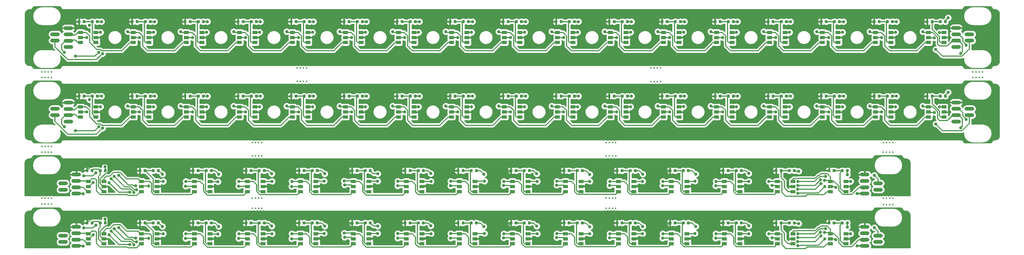
<source format=gbr>
G04 #@! TF.GenerationSoftware,KiCad,Pcbnew,(5.1.0-0)*
G04 #@! TF.CreationDate,2019-04-23T10:34:18-07:00*
G04 #@! TF.ProjectId,TestPanel1,54657374-5061-46e6-956c-312e6b696361,rev?*
G04 #@! TF.SameCoordinates,Original*
G04 #@! TF.FileFunction,Copper,L1,Top*
G04 #@! TF.FilePolarity,Positive*
%FSLAX46Y46*%
G04 Gerber Fmt 4.6, Leading zero omitted, Abs format (unit mm)*
G04 Created by KiCad (PCBNEW (5.1.0-0)) date 2019-04-23 10:34:18*
%MOMM*%
%LPD*%
G04 APERTURE LIST*
%ADD10C,0.500000*%
%ADD11C,0.050000*%
%ADD12C,0.875000*%
%ADD13R,1.500000X1.000000*%
%ADD14O,3.000000X1.250000*%
%ADD15C,1.000000*%
%ADD16C,0.300000*%
%ADD17C,0.500000*%
%ADD18C,0.254000*%
G04 APERTURE END LIST*
D10*
X136814000Y-193859000D03*
X137814000Y-193859000D03*
X135814000Y-193859000D03*
X134814000Y-193859000D03*
X134800000Y-190672000D03*
X135800000Y-190672000D03*
X137800000Y-190672000D03*
X136800000Y-190672000D03*
X248055000Y-190658000D03*
X249055000Y-190658000D03*
X247055000Y-190658000D03*
X246055000Y-190658000D03*
X246069000Y-193845000D03*
X247069000Y-193845000D03*
X249069000Y-193845000D03*
X248069000Y-193845000D03*
X248058000Y-173115000D03*
X249058000Y-173115000D03*
X247058000Y-173115000D03*
X246058000Y-173115000D03*
X246072000Y-177360000D03*
X247072000Y-177360000D03*
X249072000Y-177360000D03*
X248072000Y-177360000D03*
X136790000Y-173115000D03*
X137790000Y-173115000D03*
X135790000Y-173115000D03*
X134790000Y-173115000D03*
X134804000Y-177360000D03*
X135804000Y-177360000D03*
X137804000Y-177360000D03*
X136804000Y-177360000D03*
X150899000Y-149606000D03*
X151899000Y-149606000D03*
X149899000Y-149606000D03*
X148899000Y-149606000D03*
X148913000Y-153851000D03*
X149913000Y-153851000D03*
X151913000Y-153851000D03*
X150913000Y-153851000D03*
X260143000Y-149613000D03*
X261143000Y-149613000D03*
X263143000Y-149613000D03*
X262143000Y-149613000D03*
X262157000Y-153858000D03*
X263157000Y-153858000D03*
X261157000Y-153858000D03*
X260157000Y-153858000D03*
X361406000Y-150808000D03*
X362406000Y-150808000D03*
X364406000Y-150808000D03*
X363406000Y-150808000D03*
X363406000Y-152638000D03*
X364406000Y-152638000D03*
X362406000Y-152638000D03*
X361406000Y-152638000D03*
X335237000Y-173102000D03*
X336237000Y-173102000D03*
X334237000Y-173102000D03*
X333237000Y-173102000D03*
X335223000Y-176161000D03*
X336223000Y-176161000D03*
X334223000Y-176161000D03*
X333223000Y-176161000D03*
X333237000Y-190664000D03*
X334237000Y-190664000D03*
X336237000Y-190664000D03*
X335237000Y-190664000D03*
X335237000Y-192665000D03*
X336237000Y-192665000D03*
X334237000Y-192665000D03*
X333237000Y-192665000D03*
X68661000Y-190656000D03*
X69661000Y-190656000D03*
X71661000Y-190656000D03*
X70661000Y-190656000D03*
X70661000Y-192486000D03*
X71661000Y-192486000D03*
X69661000Y-192486000D03*
X68661000Y-192486000D03*
X68668000Y-174332000D03*
X69668000Y-174332000D03*
X71668000Y-174332000D03*
X70668000Y-174332000D03*
X70668000Y-176162000D03*
X71668000Y-176162000D03*
X69668000Y-176162000D03*
X68668000Y-176162000D03*
X68650000Y-152647000D03*
X69650000Y-152647000D03*
X71650000Y-152647000D03*
X70650000Y-152647000D03*
X70650000Y-150817000D03*
X71650000Y-150817000D03*
X69650000Y-150817000D03*
X68650000Y-150817000D03*
D11*
G36*
X166412658Y-198000053D02*
G01*
X166433893Y-198003203D01*
X166454717Y-198008419D01*
X166474929Y-198015651D01*
X166494335Y-198024830D01*
X166512748Y-198035866D01*
X166529991Y-198048654D01*
X166545897Y-198063070D01*
X166560313Y-198078976D01*
X166573101Y-198096219D01*
X166584137Y-198114632D01*
X166593316Y-198134038D01*
X166600548Y-198154250D01*
X166605764Y-198175074D01*
X166608914Y-198196309D01*
X166609967Y-198217750D01*
X166609967Y-198730250D01*
X166608914Y-198751691D01*
X166605764Y-198772926D01*
X166600548Y-198793750D01*
X166593316Y-198813962D01*
X166584137Y-198833368D01*
X166573101Y-198851781D01*
X166560313Y-198869024D01*
X166545897Y-198884930D01*
X166529991Y-198899346D01*
X166512748Y-198912134D01*
X166494335Y-198923170D01*
X166474929Y-198932349D01*
X166454717Y-198939581D01*
X166433893Y-198944797D01*
X166412658Y-198947947D01*
X166391217Y-198949000D01*
X165953717Y-198949000D01*
X165932276Y-198947947D01*
X165911041Y-198944797D01*
X165890217Y-198939581D01*
X165870005Y-198932349D01*
X165850599Y-198923170D01*
X165832186Y-198912134D01*
X165814943Y-198899346D01*
X165799037Y-198884930D01*
X165784621Y-198869024D01*
X165771833Y-198851781D01*
X165760797Y-198833368D01*
X165751618Y-198813962D01*
X165744386Y-198793750D01*
X165739170Y-198772926D01*
X165736020Y-198751691D01*
X165734967Y-198730250D01*
X165734967Y-198217750D01*
X165736020Y-198196309D01*
X165739170Y-198175074D01*
X165744386Y-198154250D01*
X165751618Y-198134038D01*
X165760797Y-198114632D01*
X165771833Y-198096219D01*
X165784621Y-198078976D01*
X165799037Y-198063070D01*
X165814943Y-198048654D01*
X165832186Y-198035866D01*
X165850599Y-198024830D01*
X165870005Y-198015651D01*
X165890217Y-198008419D01*
X165911041Y-198003203D01*
X165932276Y-198000053D01*
X165953717Y-197999000D01*
X166391217Y-197999000D01*
X166412658Y-198000053D01*
X166412658Y-198000053D01*
G37*
D12*
X166172467Y-198474000D03*
D11*
G36*
X167987658Y-198000053D02*
G01*
X168008893Y-198003203D01*
X168029717Y-198008419D01*
X168049929Y-198015651D01*
X168069335Y-198024830D01*
X168087748Y-198035866D01*
X168104991Y-198048654D01*
X168120897Y-198063070D01*
X168135313Y-198078976D01*
X168148101Y-198096219D01*
X168159137Y-198114632D01*
X168168316Y-198134038D01*
X168175548Y-198154250D01*
X168180764Y-198175074D01*
X168183914Y-198196309D01*
X168184967Y-198217750D01*
X168184967Y-198730250D01*
X168183914Y-198751691D01*
X168180764Y-198772926D01*
X168175548Y-198793750D01*
X168168316Y-198813962D01*
X168159137Y-198833368D01*
X168148101Y-198851781D01*
X168135313Y-198869024D01*
X168120897Y-198884930D01*
X168104991Y-198899346D01*
X168087748Y-198912134D01*
X168069335Y-198923170D01*
X168049929Y-198932349D01*
X168029717Y-198939581D01*
X168008893Y-198944797D01*
X167987658Y-198947947D01*
X167966217Y-198949000D01*
X167528717Y-198949000D01*
X167507276Y-198947947D01*
X167486041Y-198944797D01*
X167465217Y-198939581D01*
X167445005Y-198932349D01*
X167425599Y-198923170D01*
X167407186Y-198912134D01*
X167389943Y-198899346D01*
X167374037Y-198884930D01*
X167359621Y-198869024D01*
X167346833Y-198851781D01*
X167335797Y-198833368D01*
X167326618Y-198813962D01*
X167319386Y-198793750D01*
X167314170Y-198772926D01*
X167311020Y-198751691D01*
X167309967Y-198730250D01*
X167309967Y-198217750D01*
X167311020Y-198196309D01*
X167314170Y-198175074D01*
X167319386Y-198154250D01*
X167326618Y-198134038D01*
X167335797Y-198114632D01*
X167346833Y-198096219D01*
X167359621Y-198078976D01*
X167374037Y-198063070D01*
X167389943Y-198048654D01*
X167407186Y-198035866D01*
X167425599Y-198024830D01*
X167445005Y-198015651D01*
X167465217Y-198008419D01*
X167486041Y-198003203D01*
X167507276Y-198000053D01*
X167528717Y-197999000D01*
X167966217Y-197999000D01*
X167987658Y-198000053D01*
X167987658Y-198000053D01*
G37*
D12*
X167747467Y-198474000D03*
D11*
G36*
X183079318Y-198000053D02*
G01*
X183100553Y-198003203D01*
X183121377Y-198008419D01*
X183141589Y-198015651D01*
X183160995Y-198024830D01*
X183179408Y-198035866D01*
X183196651Y-198048654D01*
X183212557Y-198063070D01*
X183226973Y-198078976D01*
X183239761Y-198096219D01*
X183250797Y-198114632D01*
X183259976Y-198134038D01*
X183267208Y-198154250D01*
X183272424Y-198175074D01*
X183275574Y-198196309D01*
X183276627Y-198217750D01*
X183276627Y-198730250D01*
X183275574Y-198751691D01*
X183272424Y-198772926D01*
X183267208Y-198793750D01*
X183259976Y-198813962D01*
X183250797Y-198833368D01*
X183239761Y-198851781D01*
X183226973Y-198869024D01*
X183212557Y-198884930D01*
X183196651Y-198899346D01*
X183179408Y-198912134D01*
X183160995Y-198923170D01*
X183141589Y-198932349D01*
X183121377Y-198939581D01*
X183100553Y-198944797D01*
X183079318Y-198947947D01*
X183057877Y-198949000D01*
X182620377Y-198949000D01*
X182598936Y-198947947D01*
X182577701Y-198944797D01*
X182556877Y-198939581D01*
X182536665Y-198932349D01*
X182517259Y-198923170D01*
X182498846Y-198912134D01*
X182481603Y-198899346D01*
X182465697Y-198884930D01*
X182451281Y-198869024D01*
X182438493Y-198851781D01*
X182427457Y-198833368D01*
X182418278Y-198813962D01*
X182411046Y-198793750D01*
X182405830Y-198772926D01*
X182402680Y-198751691D01*
X182401627Y-198730250D01*
X182401627Y-198217750D01*
X182402680Y-198196309D01*
X182405830Y-198175074D01*
X182411046Y-198154250D01*
X182418278Y-198134038D01*
X182427457Y-198114632D01*
X182438493Y-198096219D01*
X182451281Y-198078976D01*
X182465697Y-198063070D01*
X182481603Y-198048654D01*
X182498846Y-198035866D01*
X182517259Y-198024830D01*
X182536665Y-198015651D01*
X182556877Y-198008419D01*
X182577701Y-198003203D01*
X182598936Y-198000053D01*
X182620377Y-197999000D01*
X183057877Y-197999000D01*
X183079318Y-198000053D01*
X183079318Y-198000053D01*
G37*
D12*
X182839127Y-198474000D03*
D11*
G36*
X184654318Y-198000053D02*
G01*
X184675553Y-198003203D01*
X184696377Y-198008419D01*
X184716589Y-198015651D01*
X184735995Y-198024830D01*
X184754408Y-198035866D01*
X184771651Y-198048654D01*
X184787557Y-198063070D01*
X184801973Y-198078976D01*
X184814761Y-198096219D01*
X184825797Y-198114632D01*
X184834976Y-198134038D01*
X184842208Y-198154250D01*
X184847424Y-198175074D01*
X184850574Y-198196309D01*
X184851627Y-198217750D01*
X184851627Y-198730250D01*
X184850574Y-198751691D01*
X184847424Y-198772926D01*
X184842208Y-198793750D01*
X184834976Y-198813962D01*
X184825797Y-198833368D01*
X184814761Y-198851781D01*
X184801973Y-198869024D01*
X184787557Y-198884930D01*
X184771651Y-198899346D01*
X184754408Y-198912134D01*
X184735995Y-198923170D01*
X184716589Y-198932349D01*
X184696377Y-198939581D01*
X184675553Y-198944797D01*
X184654318Y-198947947D01*
X184632877Y-198949000D01*
X184195377Y-198949000D01*
X184173936Y-198947947D01*
X184152701Y-198944797D01*
X184131877Y-198939581D01*
X184111665Y-198932349D01*
X184092259Y-198923170D01*
X184073846Y-198912134D01*
X184056603Y-198899346D01*
X184040697Y-198884930D01*
X184026281Y-198869024D01*
X184013493Y-198851781D01*
X184002457Y-198833368D01*
X183993278Y-198813962D01*
X183986046Y-198793750D01*
X183980830Y-198772926D01*
X183977680Y-198751691D01*
X183976627Y-198730250D01*
X183976627Y-198217750D01*
X183977680Y-198196309D01*
X183980830Y-198175074D01*
X183986046Y-198154250D01*
X183993278Y-198134038D01*
X184002457Y-198114632D01*
X184013493Y-198096219D01*
X184026281Y-198078976D01*
X184040697Y-198063070D01*
X184056603Y-198048654D01*
X184073846Y-198035866D01*
X184092259Y-198024830D01*
X184111665Y-198015651D01*
X184131877Y-198008419D01*
X184152701Y-198003203D01*
X184173936Y-198000053D01*
X184195377Y-197999000D01*
X184632877Y-197999000D01*
X184654318Y-198000053D01*
X184654318Y-198000053D01*
G37*
D12*
X184414127Y-198474000D03*
D11*
G36*
X199745978Y-198000053D02*
G01*
X199767213Y-198003203D01*
X199788037Y-198008419D01*
X199808249Y-198015651D01*
X199827655Y-198024830D01*
X199846068Y-198035866D01*
X199863311Y-198048654D01*
X199879217Y-198063070D01*
X199893633Y-198078976D01*
X199906421Y-198096219D01*
X199917457Y-198114632D01*
X199926636Y-198134038D01*
X199933868Y-198154250D01*
X199939084Y-198175074D01*
X199942234Y-198196309D01*
X199943287Y-198217750D01*
X199943287Y-198730250D01*
X199942234Y-198751691D01*
X199939084Y-198772926D01*
X199933868Y-198793750D01*
X199926636Y-198813962D01*
X199917457Y-198833368D01*
X199906421Y-198851781D01*
X199893633Y-198869024D01*
X199879217Y-198884930D01*
X199863311Y-198899346D01*
X199846068Y-198912134D01*
X199827655Y-198923170D01*
X199808249Y-198932349D01*
X199788037Y-198939581D01*
X199767213Y-198944797D01*
X199745978Y-198947947D01*
X199724537Y-198949000D01*
X199287037Y-198949000D01*
X199265596Y-198947947D01*
X199244361Y-198944797D01*
X199223537Y-198939581D01*
X199203325Y-198932349D01*
X199183919Y-198923170D01*
X199165506Y-198912134D01*
X199148263Y-198899346D01*
X199132357Y-198884930D01*
X199117941Y-198869024D01*
X199105153Y-198851781D01*
X199094117Y-198833368D01*
X199084938Y-198813962D01*
X199077706Y-198793750D01*
X199072490Y-198772926D01*
X199069340Y-198751691D01*
X199068287Y-198730250D01*
X199068287Y-198217750D01*
X199069340Y-198196309D01*
X199072490Y-198175074D01*
X199077706Y-198154250D01*
X199084938Y-198134038D01*
X199094117Y-198114632D01*
X199105153Y-198096219D01*
X199117941Y-198078976D01*
X199132357Y-198063070D01*
X199148263Y-198048654D01*
X199165506Y-198035866D01*
X199183919Y-198024830D01*
X199203325Y-198015651D01*
X199223537Y-198008419D01*
X199244361Y-198003203D01*
X199265596Y-198000053D01*
X199287037Y-197999000D01*
X199724537Y-197999000D01*
X199745978Y-198000053D01*
X199745978Y-198000053D01*
G37*
D12*
X199505787Y-198474000D03*
D11*
G36*
X201320978Y-198000053D02*
G01*
X201342213Y-198003203D01*
X201363037Y-198008419D01*
X201383249Y-198015651D01*
X201402655Y-198024830D01*
X201421068Y-198035866D01*
X201438311Y-198048654D01*
X201454217Y-198063070D01*
X201468633Y-198078976D01*
X201481421Y-198096219D01*
X201492457Y-198114632D01*
X201501636Y-198134038D01*
X201508868Y-198154250D01*
X201514084Y-198175074D01*
X201517234Y-198196309D01*
X201518287Y-198217750D01*
X201518287Y-198730250D01*
X201517234Y-198751691D01*
X201514084Y-198772926D01*
X201508868Y-198793750D01*
X201501636Y-198813962D01*
X201492457Y-198833368D01*
X201481421Y-198851781D01*
X201468633Y-198869024D01*
X201454217Y-198884930D01*
X201438311Y-198899346D01*
X201421068Y-198912134D01*
X201402655Y-198923170D01*
X201383249Y-198932349D01*
X201363037Y-198939581D01*
X201342213Y-198944797D01*
X201320978Y-198947947D01*
X201299537Y-198949000D01*
X200862037Y-198949000D01*
X200840596Y-198947947D01*
X200819361Y-198944797D01*
X200798537Y-198939581D01*
X200778325Y-198932349D01*
X200758919Y-198923170D01*
X200740506Y-198912134D01*
X200723263Y-198899346D01*
X200707357Y-198884930D01*
X200692941Y-198869024D01*
X200680153Y-198851781D01*
X200669117Y-198833368D01*
X200659938Y-198813962D01*
X200652706Y-198793750D01*
X200647490Y-198772926D01*
X200644340Y-198751691D01*
X200643287Y-198730250D01*
X200643287Y-198217750D01*
X200644340Y-198196309D01*
X200647490Y-198175074D01*
X200652706Y-198154250D01*
X200659938Y-198134038D01*
X200669117Y-198114632D01*
X200680153Y-198096219D01*
X200692941Y-198078976D01*
X200707357Y-198063070D01*
X200723263Y-198048654D01*
X200740506Y-198035866D01*
X200758919Y-198024830D01*
X200778325Y-198015651D01*
X200798537Y-198008419D01*
X200819361Y-198003203D01*
X200840596Y-198000053D01*
X200862037Y-197999000D01*
X201299537Y-197999000D01*
X201320978Y-198000053D01*
X201320978Y-198000053D01*
G37*
D12*
X201080787Y-198474000D03*
D11*
G36*
X216412638Y-198000053D02*
G01*
X216433873Y-198003203D01*
X216454697Y-198008419D01*
X216474909Y-198015651D01*
X216494315Y-198024830D01*
X216512728Y-198035866D01*
X216529971Y-198048654D01*
X216545877Y-198063070D01*
X216560293Y-198078976D01*
X216573081Y-198096219D01*
X216584117Y-198114632D01*
X216593296Y-198134038D01*
X216600528Y-198154250D01*
X216605744Y-198175074D01*
X216608894Y-198196309D01*
X216609947Y-198217750D01*
X216609947Y-198730250D01*
X216608894Y-198751691D01*
X216605744Y-198772926D01*
X216600528Y-198793750D01*
X216593296Y-198813962D01*
X216584117Y-198833368D01*
X216573081Y-198851781D01*
X216560293Y-198869024D01*
X216545877Y-198884930D01*
X216529971Y-198899346D01*
X216512728Y-198912134D01*
X216494315Y-198923170D01*
X216474909Y-198932349D01*
X216454697Y-198939581D01*
X216433873Y-198944797D01*
X216412638Y-198947947D01*
X216391197Y-198949000D01*
X215953697Y-198949000D01*
X215932256Y-198947947D01*
X215911021Y-198944797D01*
X215890197Y-198939581D01*
X215869985Y-198932349D01*
X215850579Y-198923170D01*
X215832166Y-198912134D01*
X215814923Y-198899346D01*
X215799017Y-198884930D01*
X215784601Y-198869024D01*
X215771813Y-198851781D01*
X215760777Y-198833368D01*
X215751598Y-198813962D01*
X215744366Y-198793750D01*
X215739150Y-198772926D01*
X215736000Y-198751691D01*
X215734947Y-198730250D01*
X215734947Y-198217750D01*
X215736000Y-198196309D01*
X215739150Y-198175074D01*
X215744366Y-198154250D01*
X215751598Y-198134038D01*
X215760777Y-198114632D01*
X215771813Y-198096219D01*
X215784601Y-198078976D01*
X215799017Y-198063070D01*
X215814923Y-198048654D01*
X215832166Y-198035866D01*
X215850579Y-198024830D01*
X215869985Y-198015651D01*
X215890197Y-198008419D01*
X215911021Y-198003203D01*
X215932256Y-198000053D01*
X215953697Y-197999000D01*
X216391197Y-197999000D01*
X216412638Y-198000053D01*
X216412638Y-198000053D01*
G37*
D12*
X216172447Y-198474000D03*
D11*
G36*
X217987638Y-198000053D02*
G01*
X218008873Y-198003203D01*
X218029697Y-198008419D01*
X218049909Y-198015651D01*
X218069315Y-198024830D01*
X218087728Y-198035866D01*
X218104971Y-198048654D01*
X218120877Y-198063070D01*
X218135293Y-198078976D01*
X218148081Y-198096219D01*
X218159117Y-198114632D01*
X218168296Y-198134038D01*
X218175528Y-198154250D01*
X218180744Y-198175074D01*
X218183894Y-198196309D01*
X218184947Y-198217750D01*
X218184947Y-198730250D01*
X218183894Y-198751691D01*
X218180744Y-198772926D01*
X218175528Y-198793750D01*
X218168296Y-198813962D01*
X218159117Y-198833368D01*
X218148081Y-198851781D01*
X218135293Y-198869024D01*
X218120877Y-198884930D01*
X218104971Y-198899346D01*
X218087728Y-198912134D01*
X218069315Y-198923170D01*
X218049909Y-198932349D01*
X218029697Y-198939581D01*
X218008873Y-198944797D01*
X217987638Y-198947947D01*
X217966197Y-198949000D01*
X217528697Y-198949000D01*
X217507256Y-198947947D01*
X217486021Y-198944797D01*
X217465197Y-198939581D01*
X217444985Y-198932349D01*
X217425579Y-198923170D01*
X217407166Y-198912134D01*
X217389923Y-198899346D01*
X217374017Y-198884930D01*
X217359601Y-198869024D01*
X217346813Y-198851781D01*
X217335777Y-198833368D01*
X217326598Y-198813962D01*
X217319366Y-198793750D01*
X217314150Y-198772926D01*
X217311000Y-198751691D01*
X217309947Y-198730250D01*
X217309947Y-198217750D01*
X217311000Y-198196309D01*
X217314150Y-198175074D01*
X217319366Y-198154250D01*
X217326598Y-198134038D01*
X217335777Y-198114632D01*
X217346813Y-198096219D01*
X217359601Y-198078976D01*
X217374017Y-198063070D01*
X217389923Y-198048654D01*
X217407166Y-198035866D01*
X217425579Y-198024830D01*
X217444985Y-198015651D01*
X217465197Y-198008419D01*
X217486021Y-198003203D01*
X217507256Y-198000053D01*
X217528697Y-197999000D01*
X217966197Y-197999000D01*
X217987638Y-198000053D01*
X217987638Y-198000053D01*
G37*
D12*
X217747447Y-198474000D03*
D11*
G36*
X233079298Y-198000053D02*
G01*
X233100533Y-198003203D01*
X233121357Y-198008419D01*
X233141569Y-198015651D01*
X233160975Y-198024830D01*
X233179388Y-198035866D01*
X233196631Y-198048654D01*
X233212537Y-198063070D01*
X233226953Y-198078976D01*
X233239741Y-198096219D01*
X233250777Y-198114632D01*
X233259956Y-198134038D01*
X233267188Y-198154250D01*
X233272404Y-198175074D01*
X233275554Y-198196309D01*
X233276607Y-198217750D01*
X233276607Y-198730250D01*
X233275554Y-198751691D01*
X233272404Y-198772926D01*
X233267188Y-198793750D01*
X233259956Y-198813962D01*
X233250777Y-198833368D01*
X233239741Y-198851781D01*
X233226953Y-198869024D01*
X233212537Y-198884930D01*
X233196631Y-198899346D01*
X233179388Y-198912134D01*
X233160975Y-198923170D01*
X233141569Y-198932349D01*
X233121357Y-198939581D01*
X233100533Y-198944797D01*
X233079298Y-198947947D01*
X233057857Y-198949000D01*
X232620357Y-198949000D01*
X232598916Y-198947947D01*
X232577681Y-198944797D01*
X232556857Y-198939581D01*
X232536645Y-198932349D01*
X232517239Y-198923170D01*
X232498826Y-198912134D01*
X232481583Y-198899346D01*
X232465677Y-198884930D01*
X232451261Y-198869024D01*
X232438473Y-198851781D01*
X232427437Y-198833368D01*
X232418258Y-198813962D01*
X232411026Y-198793750D01*
X232405810Y-198772926D01*
X232402660Y-198751691D01*
X232401607Y-198730250D01*
X232401607Y-198217750D01*
X232402660Y-198196309D01*
X232405810Y-198175074D01*
X232411026Y-198154250D01*
X232418258Y-198134038D01*
X232427437Y-198114632D01*
X232438473Y-198096219D01*
X232451261Y-198078976D01*
X232465677Y-198063070D01*
X232481583Y-198048654D01*
X232498826Y-198035866D01*
X232517239Y-198024830D01*
X232536645Y-198015651D01*
X232556857Y-198008419D01*
X232577681Y-198003203D01*
X232598916Y-198000053D01*
X232620357Y-197999000D01*
X233057857Y-197999000D01*
X233079298Y-198000053D01*
X233079298Y-198000053D01*
G37*
D12*
X232839107Y-198474000D03*
D11*
G36*
X234654298Y-198000053D02*
G01*
X234675533Y-198003203D01*
X234696357Y-198008419D01*
X234716569Y-198015651D01*
X234735975Y-198024830D01*
X234754388Y-198035866D01*
X234771631Y-198048654D01*
X234787537Y-198063070D01*
X234801953Y-198078976D01*
X234814741Y-198096219D01*
X234825777Y-198114632D01*
X234834956Y-198134038D01*
X234842188Y-198154250D01*
X234847404Y-198175074D01*
X234850554Y-198196309D01*
X234851607Y-198217750D01*
X234851607Y-198730250D01*
X234850554Y-198751691D01*
X234847404Y-198772926D01*
X234842188Y-198793750D01*
X234834956Y-198813962D01*
X234825777Y-198833368D01*
X234814741Y-198851781D01*
X234801953Y-198869024D01*
X234787537Y-198884930D01*
X234771631Y-198899346D01*
X234754388Y-198912134D01*
X234735975Y-198923170D01*
X234716569Y-198932349D01*
X234696357Y-198939581D01*
X234675533Y-198944797D01*
X234654298Y-198947947D01*
X234632857Y-198949000D01*
X234195357Y-198949000D01*
X234173916Y-198947947D01*
X234152681Y-198944797D01*
X234131857Y-198939581D01*
X234111645Y-198932349D01*
X234092239Y-198923170D01*
X234073826Y-198912134D01*
X234056583Y-198899346D01*
X234040677Y-198884930D01*
X234026261Y-198869024D01*
X234013473Y-198851781D01*
X234002437Y-198833368D01*
X233993258Y-198813962D01*
X233986026Y-198793750D01*
X233980810Y-198772926D01*
X233977660Y-198751691D01*
X233976607Y-198730250D01*
X233976607Y-198217750D01*
X233977660Y-198196309D01*
X233980810Y-198175074D01*
X233986026Y-198154250D01*
X233993258Y-198134038D01*
X234002437Y-198114632D01*
X234013473Y-198096219D01*
X234026261Y-198078976D01*
X234040677Y-198063070D01*
X234056583Y-198048654D01*
X234073826Y-198035866D01*
X234092239Y-198024830D01*
X234111645Y-198015651D01*
X234131857Y-198008419D01*
X234152681Y-198003203D01*
X234173916Y-198000053D01*
X234195357Y-197999000D01*
X234632857Y-197999000D01*
X234654298Y-198000053D01*
X234654298Y-198000053D01*
G37*
D12*
X234414107Y-198474000D03*
D11*
G36*
X249745958Y-198000053D02*
G01*
X249767193Y-198003203D01*
X249788017Y-198008419D01*
X249808229Y-198015651D01*
X249827635Y-198024830D01*
X249846048Y-198035866D01*
X249863291Y-198048654D01*
X249879197Y-198063070D01*
X249893613Y-198078976D01*
X249906401Y-198096219D01*
X249917437Y-198114632D01*
X249926616Y-198134038D01*
X249933848Y-198154250D01*
X249939064Y-198175074D01*
X249942214Y-198196309D01*
X249943267Y-198217750D01*
X249943267Y-198730250D01*
X249942214Y-198751691D01*
X249939064Y-198772926D01*
X249933848Y-198793750D01*
X249926616Y-198813962D01*
X249917437Y-198833368D01*
X249906401Y-198851781D01*
X249893613Y-198869024D01*
X249879197Y-198884930D01*
X249863291Y-198899346D01*
X249846048Y-198912134D01*
X249827635Y-198923170D01*
X249808229Y-198932349D01*
X249788017Y-198939581D01*
X249767193Y-198944797D01*
X249745958Y-198947947D01*
X249724517Y-198949000D01*
X249287017Y-198949000D01*
X249265576Y-198947947D01*
X249244341Y-198944797D01*
X249223517Y-198939581D01*
X249203305Y-198932349D01*
X249183899Y-198923170D01*
X249165486Y-198912134D01*
X249148243Y-198899346D01*
X249132337Y-198884930D01*
X249117921Y-198869024D01*
X249105133Y-198851781D01*
X249094097Y-198833368D01*
X249084918Y-198813962D01*
X249077686Y-198793750D01*
X249072470Y-198772926D01*
X249069320Y-198751691D01*
X249068267Y-198730250D01*
X249068267Y-198217750D01*
X249069320Y-198196309D01*
X249072470Y-198175074D01*
X249077686Y-198154250D01*
X249084918Y-198134038D01*
X249094097Y-198114632D01*
X249105133Y-198096219D01*
X249117921Y-198078976D01*
X249132337Y-198063070D01*
X249148243Y-198048654D01*
X249165486Y-198035866D01*
X249183899Y-198024830D01*
X249203305Y-198015651D01*
X249223517Y-198008419D01*
X249244341Y-198003203D01*
X249265576Y-198000053D01*
X249287017Y-197999000D01*
X249724517Y-197999000D01*
X249745958Y-198000053D01*
X249745958Y-198000053D01*
G37*
D12*
X249505767Y-198474000D03*
D11*
G36*
X251320958Y-198000053D02*
G01*
X251342193Y-198003203D01*
X251363017Y-198008419D01*
X251383229Y-198015651D01*
X251402635Y-198024830D01*
X251421048Y-198035866D01*
X251438291Y-198048654D01*
X251454197Y-198063070D01*
X251468613Y-198078976D01*
X251481401Y-198096219D01*
X251492437Y-198114632D01*
X251501616Y-198134038D01*
X251508848Y-198154250D01*
X251514064Y-198175074D01*
X251517214Y-198196309D01*
X251518267Y-198217750D01*
X251518267Y-198730250D01*
X251517214Y-198751691D01*
X251514064Y-198772926D01*
X251508848Y-198793750D01*
X251501616Y-198813962D01*
X251492437Y-198833368D01*
X251481401Y-198851781D01*
X251468613Y-198869024D01*
X251454197Y-198884930D01*
X251438291Y-198899346D01*
X251421048Y-198912134D01*
X251402635Y-198923170D01*
X251383229Y-198932349D01*
X251363017Y-198939581D01*
X251342193Y-198944797D01*
X251320958Y-198947947D01*
X251299517Y-198949000D01*
X250862017Y-198949000D01*
X250840576Y-198947947D01*
X250819341Y-198944797D01*
X250798517Y-198939581D01*
X250778305Y-198932349D01*
X250758899Y-198923170D01*
X250740486Y-198912134D01*
X250723243Y-198899346D01*
X250707337Y-198884930D01*
X250692921Y-198869024D01*
X250680133Y-198851781D01*
X250669097Y-198833368D01*
X250659918Y-198813962D01*
X250652686Y-198793750D01*
X250647470Y-198772926D01*
X250644320Y-198751691D01*
X250643267Y-198730250D01*
X250643267Y-198217750D01*
X250644320Y-198196309D01*
X250647470Y-198175074D01*
X250652686Y-198154250D01*
X250659918Y-198134038D01*
X250669097Y-198114632D01*
X250680133Y-198096219D01*
X250692921Y-198078976D01*
X250707337Y-198063070D01*
X250723243Y-198048654D01*
X250740486Y-198035866D01*
X250758899Y-198024830D01*
X250778305Y-198015651D01*
X250798517Y-198008419D01*
X250819341Y-198003203D01*
X250840576Y-198000053D01*
X250862017Y-197999000D01*
X251299517Y-197999000D01*
X251320958Y-198000053D01*
X251320958Y-198000053D01*
G37*
D12*
X251080767Y-198474000D03*
D11*
G36*
X266412618Y-198000053D02*
G01*
X266433853Y-198003203D01*
X266454677Y-198008419D01*
X266474889Y-198015651D01*
X266494295Y-198024830D01*
X266512708Y-198035866D01*
X266529951Y-198048654D01*
X266545857Y-198063070D01*
X266560273Y-198078976D01*
X266573061Y-198096219D01*
X266584097Y-198114632D01*
X266593276Y-198134038D01*
X266600508Y-198154250D01*
X266605724Y-198175074D01*
X266608874Y-198196309D01*
X266609927Y-198217750D01*
X266609927Y-198730250D01*
X266608874Y-198751691D01*
X266605724Y-198772926D01*
X266600508Y-198793750D01*
X266593276Y-198813962D01*
X266584097Y-198833368D01*
X266573061Y-198851781D01*
X266560273Y-198869024D01*
X266545857Y-198884930D01*
X266529951Y-198899346D01*
X266512708Y-198912134D01*
X266494295Y-198923170D01*
X266474889Y-198932349D01*
X266454677Y-198939581D01*
X266433853Y-198944797D01*
X266412618Y-198947947D01*
X266391177Y-198949000D01*
X265953677Y-198949000D01*
X265932236Y-198947947D01*
X265911001Y-198944797D01*
X265890177Y-198939581D01*
X265869965Y-198932349D01*
X265850559Y-198923170D01*
X265832146Y-198912134D01*
X265814903Y-198899346D01*
X265798997Y-198884930D01*
X265784581Y-198869024D01*
X265771793Y-198851781D01*
X265760757Y-198833368D01*
X265751578Y-198813962D01*
X265744346Y-198793750D01*
X265739130Y-198772926D01*
X265735980Y-198751691D01*
X265734927Y-198730250D01*
X265734927Y-198217750D01*
X265735980Y-198196309D01*
X265739130Y-198175074D01*
X265744346Y-198154250D01*
X265751578Y-198134038D01*
X265760757Y-198114632D01*
X265771793Y-198096219D01*
X265784581Y-198078976D01*
X265798997Y-198063070D01*
X265814903Y-198048654D01*
X265832146Y-198035866D01*
X265850559Y-198024830D01*
X265869965Y-198015651D01*
X265890177Y-198008419D01*
X265911001Y-198003203D01*
X265932236Y-198000053D01*
X265953677Y-197999000D01*
X266391177Y-197999000D01*
X266412618Y-198000053D01*
X266412618Y-198000053D01*
G37*
D12*
X266172427Y-198474000D03*
D11*
G36*
X267987618Y-198000053D02*
G01*
X268008853Y-198003203D01*
X268029677Y-198008419D01*
X268049889Y-198015651D01*
X268069295Y-198024830D01*
X268087708Y-198035866D01*
X268104951Y-198048654D01*
X268120857Y-198063070D01*
X268135273Y-198078976D01*
X268148061Y-198096219D01*
X268159097Y-198114632D01*
X268168276Y-198134038D01*
X268175508Y-198154250D01*
X268180724Y-198175074D01*
X268183874Y-198196309D01*
X268184927Y-198217750D01*
X268184927Y-198730250D01*
X268183874Y-198751691D01*
X268180724Y-198772926D01*
X268175508Y-198793750D01*
X268168276Y-198813962D01*
X268159097Y-198833368D01*
X268148061Y-198851781D01*
X268135273Y-198869024D01*
X268120857Y-198884930D01*
X268104951Y-198899346D01*
X268087708Y-198912134D01*
X268069295Y-198923170D01*
X268049889Y-198932349D01*
X268029677Y-198939581D01*
X268008853Y-198944797D01*
X267987618Y-198947947D01*
X267966177Y-198949000D01*
X267528677Y-198949000D01*
X267507236Y-198947947D01*
X267486001Y-198944797D01*
X267465177Y-198939581D01*
X267444965Y-198932349D01*
X267425559Y-198923170D01*
X267407146Y-198912134D01*
X267389903Y-198899346D01*
X267373997Y-198884930D01*
X267359581Y-198869024D01*
X267346793Y-198851781D01*
X267335757Y-198833368D01*
X267326578Y-198813962D01*
X267319346Y-198793750D01*
X267314130Y-198772926D01*
X267310980Y-198751691D01*
X267309927Y-198730250D01*
X267309927Y-198217750D01*
X267310980Y-198196309D01*
X267314130Y-198175074D01*
X267319346Y-198154250D01*
X267326578Y-198134038D01*
X267335757Y-198114632D01*
X267346793Y-198096219D01*
X267359581Y-198078976D01*
X267373997Y-198063070D01*
X267389903Y-198048654D01*
X267407146Y-198035866D01*
X267425559Y-198024830D01*
X267444965Y-198015651D01*
X267465177Y-198008419D01*
X267486001Y-198003203D01*
X267507236Y-198000053D01*
X267528677Y-197999000D01*
X267966177Y-197999000D01*
X267987618Y-198000053D01*
X267987618Y-198000053D01*
G37*
D12*
X267747427Y-198474000D03*
D11*
G36*
X87246024Y-198000053D02*
G01*
X87267259Y-198003203D01*
X87288083Y-198008419D01*
X87308295Y-198015651D01*
X87327701Y-198024830D01*
X87346114Y-198035866D01*
X87363357Y-198048654D01*
X87379263Y-198063070D01*
X87393679Y-198078976D01*
X87406467Y-198096219D01*
X87417503Y-198114632D01*
X87426682Y-198134038D01*
X87433914Y-198154250D01*
X87439130Y-198175074D01*
X87442280Y-198196309D01*
X87443333Y-198217750D01*
X87443333Y-198730250D01*
X87442280Y-198751691D01*
X87439130Y-198772926D01*
X87433914Y-198793750D01*
X87426682Y-198813962D01*
X87417503Y-198833368D01*
X87406467Y-198851781D01*
X87393679Y-198869024D01*
X87379263Y-198884930D01*
X87363357Y-198899346D01*
X87346114Y-198912134D01*
X87327701Y-198923170D01*
X87308295Y-198932349D01*
X87288083Y-198939581D01*
X87267259Y-198944797D01*
X87246024Y-198947947D01*
X87224583Y-198949000D01*
X86787083Y-198949000D01*
X86765642Y-198947947D01*
X86744407Y-198944797D01*
X86723583Y-198939581D01*
X86703371Y-198932349D01*
X86683965Y-198923170D01*
X86665552Y-198912134D01*
X86648309Y-198899346D01*
X86632403Y-198884930D01*
X86617987Y-198869024D01*
X86605199Y-198851781D01*
X86594163Y-198833368D01*
X86584984Y-198813962D01*
X86577752Y-198793750D01*
X86572536Y-198772926D01*
X86569386Y-198751691D01*
X86568333Y-198730250D01*
X86568333Y-198217750D01*
X86569386Y-198196309D01*
X86572536Y-198175074D01*
X86577752Y-198154250D01*
X86584984Y-198134038D01*
X86594163Y-198114632D01*
X86605199Y-198096219D01*
X86617987Y-198078976D01*
X86632403Y-198063070D01*
X86648309Y-198048654D01*
X86665552Y-198035866D01*
X86683965Y-198024830D01*
X86703371Y-198015651D01*
X86723583Y-198008419D01*
X86744407Y-198003203D01*
X86765642Y-198000053D01*
X86787083Y-197999000D01*
X87224583Y-197999000D01*
X87246024Y-198000053D01*
X87246024Y-198000053D01*
G37*
D12*
X87005833Y-198474000D03*
D11*
G36*
X88821024Y-198000053D02*
G01*
X88842259Y-198003203D01*
X88863083Y-198008419D01*
X88883295Y-198015651D01*
X88902701Y-198024830D01*
X88921114Y-198035866D01*
X88938357Y-198048654D01*
X88954263Y-198063070D01*
X88968679Y-198078976D01*
X88981467Y-198096219D01*
X88992503Y-198114632D01*
X89001682Y-198134038D01*
X89008914Y-198154250D01*
X89014130Y-198175074D01*
X89017280Y-198196309D01*
X89018333Y-198217750D01*
X89018333Y-198730250D01*
X89017280Y-198751691D01*
X89014130Y-198772926D01*
X89008914Y-198793750D01*
X89001682Y-198813962D01*
X88992503Y-198833368D01*
X88981467Y-198851781D01*
X88968679Y-198869024D01*
X88954263Y-198884930D01*
X88938357Y-198899346D01*
X88921114Y-198912134D01*
X88902701Y-198923170D01*
X88883295Y-198932349D01*
X88863083Y-198939581D01*
X88842259Y-198944797D01*
X88821024Y-198947947D01*
X88799583Y-198949000D01*
X88362083Y-198949000D01*
X88340642Y-198947947D01*
X88319407Y-198944797D01*
X88298583Y-198939581D01*
X88278371Y-198932349D01*
X88258965Y-198923170D01*
X88240552Y-198912134D01*
X88223309Y-198899346D01*
X88207403Y-198884930D01*
X88192987Y-198869024D01*
X88180199Y-198851781D01*
X88169163Y-198833368D01*
X88159984Y-198813962D01*
X88152752Y-198793750D01*
X88147536Y-198772926D01*
X88144386Y-198751691D01*
X88143333Y-198730250D01*
X88143333Y-198217750D01*
X88144386Y-198196309D01*
X88147536Y-198175074D01*
X88152752Y-198154250D01*
X88159984Y-198134038D01*
X88169163Y-198114632D01*
X88180199Y-198096219D01*
X88192987Y-198078976D01*
X88207403Y-198063070D01*
X88223309Y-198048654D01*
X88240552Y-198035866D01*
X88258965Y-198024830D01*
X88278371Y-198015651D01*
X88298583Y-198008419D01*
X88319407Y-198003203D01*
X88340642Y-198000053D01*
X88362083Y-197999000D01*
X88799583Y-197999000D01*
X88821024Y-198000053D01*
X88821024Y-198000053D01*
G37*
D12*
X88580833Y-198474000D03*
D11*
G36*
X287245944Y-198000053D02*
G01*
X287267179Y-198003203D01*
X287288003Y-198008419D01*
X287308215Y-198015651D01*
X287327621Y-198024830D01*
X287346034Y-198035866D01*
X287363277Y-198048654D01*
X287379183Y-198063070D01*
X287393599Y-198078976D01*
X287406387Y-198096219D01*
X287417423Y-198114632D01*
X287426602Y-198134038D01*
X287433834Y-198154250D01*
X287439050Y-198175074D01*
X287442200Y-198196309D01*
X287443253Y-198217750D01*
X287443253Y-198730250D01*
X287442200Y-198751691D01*
X287439050Y-198772926D01*
X287433834Y-198793750D01*
X287426602Y-198813962D01*
X287417423Y-198833368D01*
X287406387Y-198851781D01*
X287393599Y-198869024D01*
X287379183Y-198884930D01*
X287363277Y-198899346D01*
X287346034Y-198912134D01*
X287327621Y-198923170D01*
X287308215Y-198932349D01*
X287288003Y-198939581D01*
X287267179Y-198944797D01*
X287245944Y-198947947D01*
X287224503Y-198949000D01*
X286787003Y-198949000D01*
X286765562Y-198947947D01*
X286744327Y-198944797D01*
X286723503Y-198939581D01*
X286703291Y-198932349D01*
X286683885Y-198923170D01*
X286665472Y-198912134D01*
X286648229Y-198899346D01*
X286632323Y-198884930D01*
X286617907Y-198869024D01*
X286605119Y-198851781D01*
X286594083Y-198833368D01*
X286584904Y-198813962D01*
X286577672Y-198793750D01*
X286572456Y-198772926D01*
X286569306Y-198751691D01*
X286568253Y-198730250D01*
X286568253Y-198217750D01*
X286569306Y-198196309D01*
X286572456Y-198175074D01*
X286577672Y-198154250D01*
X286584904Y-198134038D01*
X286594083Y-198114632D01*
X286605119Y-198096219D01*
X286617907Y-198078976D01*
X286632323Y-198063070D01*
X286648229Y-198048654D01*
X286665472Y-198035866D01*
X286683885Y-198024830D01*
X286703291Y-198015651D01*
X286723503Y-198008419D01*
X286744327Y-198003203D01*
X286765562Y-198000053D01*
X286787003Y-197999000D01*
X287224503Y-197999000D01*
X287245944Y-198000053D01*
X287245944Y-198000053D01*
G37*
D12*
X287005753Y-198474000D03*
D11*
G36*
X288820944Y-198000053D02*
G01*
X288842179Y-198003203D01*
X288863003Y-198008419D01*
X288883215Y-198015651D01*
X288902621Y-198024830D01*
X288921034Y-198035866D01*
X288938277Y-198048654D01*
X288954183Y-198063070D01*
X288968599Y-198078976D01*
X288981387Y-198096219D01*
X288992423Y-198114632D01*
X289001602Y-198134038D01*
X289008834Y-198154250D01*
X289014050Y-198175074D01*
X289017200Y-198196309D01*
X289018253Y-198217750D01*
X289018253Y-198730250D01*
X289017200Y-198751691D01*
X289014050Y-198772926D01*
X289008834Y-198793750D01*
X289001602Y-198813962D01*
X288992423Y-198833368D01*
X288981387Y-198851781D01*
X288968599Y-198869024D01*
X288954183Y-198884930D01*
X288938277Y-198899346D01*
X288921034Y-198912134D01*
X288902621Y-198923170D01*
X288883215Y-198932349D01*
X288863003Y-198939581D01*
X288842179Y-198944797D01*
X288820944Y-198947947D01*
X288799503Y-198949000D01*
X288362003Y-198949000D01*
X288340562Y-198947947D01*
X288319327Y-198944797D01*
X288298503Y-198939581D01*
X288278291Y-198932349D01*
X288258885Y-198923170D01*
X288240472Y-198912134D01*
X288223229Y-198899346D01*
X288207323Y-198884930D01*
X288192907Y-198869024D01*
X288180119Y-198851781D01*
X288169083Y-198833368D01*
X288159904Y-198813962D01*
X288152672Y-198793750D01*
X288147456Y-198772926D01*
X288144306Y-198751691D01*
X288143253Y-198730250D01*
X288143253Y-198217750D01*
X288144306Y-198196309D01*
X288147456Y-198175074D01*
X288152672Y-198154250D01*
X288159904Y-198134038D01*
X288169083Y-198114632D01*
X288180119Y-198096219D01*
X288192907Y-198078976D01*
X288207323Y-198063070D01*
X288223229Y-198048654D01*
X288240472Y-198035866D01*
X288258885Y-198024830D01*
X288278291Y-198015651D01*
X288298503Y-198008419D01*
X288319327Y-198003203D01*
X288340562Y-198000053D01*
X288362003Y-197999000D01*
X288799503Y-197999000D01*
X288820944Y-198000053D01*
X288820944Y-198000053D01*
G37*
D12*
X288580753Y-198474000D03*
D11*
G36*
X303912604Y-198000053D02*
G01*
X303933839Y-198003203D01*
X303954663Y-198008419D01*
X303974875Y-198015651D01*
X303994281Y-198024830D01*
X304012694Y-198035866D01*
X304029937Y-198048654D01*
X304045843Y-198063070D01*
X304060259Y-198078976D01*
X304073047Y-198096219D01*
X304084083Y-198114632D01*
X304093262Y-198134038D01*
X304100494Y-198154250D01*
X304105710Y-198175074D01*
X304108860Y-198196309D01*
X304109913Y-198217750D01*
X304109913Y-198730250D01*
X304108860Y-198751691D01*
X304105710Y-198772926D01*
X304100494Y-198793750D01*
X304093262Y-198813962D01*
X304084083Y-198833368D01*
X304073047Y-198851781D01*
X304060259Y-198869024D01*
X304045843Y-198884930D01*
X304029937Y-198899346D01*
X304012694Y-198912134D01*
X303994281Y-198923170D01*
X303974875Y-198932349D01*
X303954663Y-198939581D01*
X303933839Y-198944797D01*
X303912604Y-198947947D01*
X303891163Y-198949000D01*
X303453663Y-198949000D01*
X303432222Y-198947947D01*
X303410987Y-198944797D01*
X303390163Y-198939581D01*
X303369951Y-198932349D01*
X303350545Y-198923170D01*
X303332132Y-198912134D01*
X303314889Y-198899346D01*
X303298983Y-198884930D01*
X303284567Y-198869024D01*
X303271779Y-198851781D01*
X303260743Y-198833368D01*
X303251564Y-198813962D01*
X303244332Y-198793750D01*
X303239116Y-198772926D01*
X303235966Y-198751691D01*
X303234913Y-198730250D01*
X303234913Y-198217750D01*
X303235966Y-198196309D01*
X303239116Y-198175074D01*
X303244332Y-198154250D01*
X303251564Y-198134038D01*
X303260743Y-198114632D01*
X303271779Y-198096219D01*
X303284567Y-198078976D01*
X303298983Y-198063070D01*
X303314889Y-198048654D01*
X303332132Y-198035866D01*
X303350545Y-198024830D01*
X303369951Y-198015651D01*
X303390163Y-198008419D01*
X303410987Y-198003203D01*
X303432222Y-198000053D01*
X303453663Y-197999000D01*
X303891163Y-197999000D01*
X303912604Y-198000053D01*
X303912604Y-198000053D01*
G37*
D12*
X303672413Y-198474000D03*
D11*
G36*
X305487604Y-198000053D02*
G01*
X305508839Y-198003203D01*
X305529663Y-198008419D01*
X305549875Y-198015651D01*
X305569281Y-198024830D01*
X305587694Y-198035866D01*
X305604937Y-198048654D01*
X305620843Y-198063070D01*
X305635259Y-198078976D01*
X305648047Y-198096219D01*
X305659083Y-198114632D01*
X305668262Y-198134038D01*
X305675494Y-198154250D01*
X305680710Y-198175074D01*
X305683860Y-198196309D01*
X305684913Y-198217750D01*
X305684913Y-198730250D01*
X305683860Y-198751691D01*
X305680710Y-198772926D01*
X305675494Y-198793750D01*
X305668262Y-198813962D01*
X305659083Y-198833368D01*
X305648047Y-198851781D01*
X305635259Y-198869024D01*
X305620843Y-198884930D01*
X305604937Y-198899346D01*
X305587694Y-198912134D01*
X305569281Y-198923170D01*
X305549875Y-198932349D01*
X305529663Y-198939581D01*
X305508839Y-198944797D01*
X305487604Y-198947947D01*
X305466163Y-198949000D01*
X305028663Y-198949000D01*
X305007222Y-198947947D01*
X304985987Y-198944797D01*
X304965163Y-198939581D01*
X304944951Y-198932349D01*
X304925545Y-198923170D01*
X304907132Y-198912134D01*
X304889889Y-198899346D01*
X304873983Y-198884930D01*
X304859567Y-198869024D01*
X304846779Y-198851781D01*
X304835743Y-198833368D01*
X304826564Y-198813962D01*
X304819332Y-198793750D01*
X304814116Y-198772926D01*
X304810966Y-198751691D01*
X304809913Y-198730250D01*
X304809913Y-198217750D01*
X304810966Y-198196309D01*
X304814116Y-198175074D01*
X304819332Y-198154250D01*
X304826564Y-198134038D01*
X304835743Y-198114632D01*
X304846779Y-198096219D01*
X304859567Y-198078976D01*
X304873983Y-198063070D01*
X304889889Y-198048654D01*
X304907132Y-198035866D01*
X304925545Y-198024830D01*
X304944951Y-198015651D01*
X304965163Y-198008419D01*
X304985987Y-198003203D01*
X305007222Y-198000053D01*
X305028663Y-197999000D01*
X305466163Y-197999000D01*
X305487604Y-198000053D01*
X305487604Y-198000053D01*
G37*
D12*
X305247413Y-198474000D03*
D11*
G36*
X320579264Y-198000053D02*
G01*
X320600499Y-198003203D01*
X320621323Y-198008419D01*
X320641535Y-198015651D01*
X320660941Y-198024830D01*
X320679354Y-198035866D01*
X320696597Y-198048654D01*
X320712503Y-198063070D01*
X320726919Y-198078976D01*
X320739707Y-198096219D01*
X320750743Y-198114632D01*
X320759922Y-198134038D01*
X320767154Y-198154250D01*
X320772370Y-198175074D01*
X320775520Y-198196309D01*
X320776573Y-198217750D01*
X320776573Y-198730250D01*
X320775520Y-198751691D01*
X320772370Y-198772926D01*
X320767154Y-198793750D01*
X320759922Y-198813962D01*
X320750743Y-198833368D01*
X320739707Y-198851781D01*
X320726919Y-198869024D01*
X320712503Y-198884930D01*
X320696597Y-198899346D01*
X320679354Y-198912134D01*
X320660941Y-198923170D01*
X320641535Y-198932349D01*
X320621323Y-198939581D01*
X320600499Y-198944797D01*
X320579264Y-198947947D01*
X320557823Y-198949000D01*
X320120323Y-198949000D01*
X320098882Y-198947947D01*
X320077647Y-198944797D01*
X320056823Y-198939581D01*
X320036611Y-198932349D01*
X320017205Y-198923170D01*
X319998792Y-198912134D01*
X319981549Y-198899346D01*
X319965643Y-198884930D01*
X319951227Y-198869024D01*
X319938439Y-198851781D01*
X319927403Y-198833368D01*
X319918224Y-198813962D01*
X319910992Y-198793750D01*
X319905776Y-198772926D01*
X319902626Y-198751691D01*
X319901573Y-198730250D01*
X319901573Y-198217750D01*
X319902626Y-198196309D01*
X319905776Y-198175074D01*
X319910992Y-198154250D01*
X319918224Y-198134038D01*
X319927403Y-198114632D01*
X319938439Y-198096219D01*
X319951227Y-198078976D01*
X319965643Y-198063070D01*
X319981549Y-198048654D01*
X319998792Y-198035866D01*
X320017205Y-198024830D01*
X320036611Y-198015651D01*
X320056823Y-198008419D01*
X320077647Y-198003203D01*
X320098882Y-198000053D01*
X320120323Y-197999000D01*
X320557823Y-197999000D01*
X320579264Y-198000053D01*
X320579264Y-198000053D01*
G37*
D12*
X320339073Y-198474000D03*
D11*
G36*
X322154264Y-198000053D02*
G01*
X322175499Y-198003203D01*
X322196323Y-198008419D01*
X322216535Y-198015651D01*
X322235941Y-198024830D01*
X322254354Y-198035866D01*
X322271597Y-198048654D01*
X322287503Y-198063070D01*
X322301919Y-198078976D01*
X322314707Y-198096219D01*
X322325743Y-198114632D01*
X322334922Y-198134038D01*
X322342154Y-198154250D01*
X322347370Y-198175074D01*
X322350520Y-198196309D01*
X322351573Y-198217750D01*
X322351573Y-198730250D01*
X322350520Y-198751691D01*
X322347370Y-198772926D01*
X322342154Y-198793750D01*
X322334922Y-198813962D01*
X322325743Y-198833368D01*
X322314707Y-198851781D01*
X322301919Y-198869024D01*
X322287503Y-198884930D01*
X322271597Y-198899346D01*
X322254354Y-198912134D01*
X322235941Y-198923170D01*
X322216535Y-198932349D01*
X322196323Y-198939581D01*
X322175499Y-198944797D01*
X322154264Y-198947947D01*
X322132823Y-198949000D01*
X321695323Y-198949000D01*
X321673882Y-198947947D01*
X321652647Y-198944797D01*
X321631823Y-198939581D01*
X321611611Y-198932349D01*
X321592205Y-198923170D01*
X321573792Y-198912134D01*
X321556549Y-198899346D01*
X321540643Y-198884930D01*
X321526227Y-198869024D01*
X321513439Y-198851781D01*
X321502403Y-198833368D01*
X321493224Y-198813962D01*
X321485992Y-198793750D01*
X321480776Y-198772926D01*
X321477626Y-198751691D01*
X321476573Y-198730250D01*
X321476573Y-198217750D01*
X321477626Y-198196309D01*
X321480776Y-198175074D01*
X321485992Y-198154250D01*
X321493224Y-198134038D01*
X321502403Y-198114632D01*
X321513439Y-198096219D01*
X321526227Y-198078976D01*
X321540643Y-198063070D01*
X321556549Y-198048654D01*
X321573792Y-198035866D01*
X321592205Y-198024830D01*
X321611611Y-198015651D01*
X321631823Y-198008419D01*
X321652647Y-198003203D01*
X321673882Y-198000053D01*
X321695323Y-197999000D01*
X322132823Y-197999000D01*
X322154264Y-198000053D01*
X322154264Y-198000053D01*
G37*
D12*
X321914073Y-198474000D03*
D13*
X83260000Y-201874000D03*
X83260000Y-203474000D03*
X83260000Y-205074000D03*
X88160000Y-201874000D03*
X88160000Y-203474000D03*
X88160000Y-205074000D03*
D11*
G36*
X283079278Y-198000053D02*
G01*
X283100513Y-198003203D01*
X283121337Y-198008419D01*
X283141549Y-198015651D01*
X283160955Y-198024830D01*
X283179368Y-198035866D01*
X283196611Y-198048654D01*
X283212517Y-198063070D01*
X283226933Y-198078976D01*
X283239721Y-198096219D01*
X283250757Y-198114632D01*
X283259936Y-198134038D01*
X283267168Y-198154250D01*
X283272384Y-198175074D01*
X283275534Y-198196309D01*
X283276587Y-198217750D01*
X283276587Y-198730250D01*
X283275534Y-198751691D01*
X283272384Y-198772926D01*
X283267168Y-198793750D01*
X283259936Y-198813962D01*
X283250757Y-198833368D01*
X283239721Y-198851781D01*
X283226933Y-198869024D01*
X283212517Y-198884930D01*
X283196611Y-198899346D01*
X283179368Y-198912134D01*
X283160955Y-198923170D01*
X283141549Y-198932349D01*
X283121337Y-198939581D01*
X283100513Y-198944797D01*
X283079278Y-198947947D01*
X283057837Y-198949000D01*
X282620337Y-198949000D01*
X282598896Y-198947947D01*
X282577661Y-198944797D01*
X282556837Y-198939581D01*
X282536625Y-198932349D01*
X282517219Y-198923170D01*
X282498806Y-198912134D01*
X282481563Y-198899346D01*
X282465657Y-198884930D01*
X282451241Y-198869024D01*
X282438453Y-198851781D01*
X282427417Y-198833368D01*
X282418238Y-198813962D01*
X282411006Y-198793750D01*
X282405790Y-198772926D01*
X282402640Y-198751691D01*
X282401587Y-198730250D01*
X282401587Y-198217750D01*
X282402640Y-198196309D01*
X282405790Y-198175074D01*
X282411006Y-198154250D01*
X282418238Y-198134038D01*
X282427417Y-198114632D01*
X282438453Y-198096219D01*
X282451241Y-198078976D01*
X282465657Y-198063070D01*
X282481563Y-198048654D01*
X282498806Y-198035866D01*
X282517219Y-198024830D01*
X282536625Y-198015651D01*
X282556837Y-198008419D01*
X282577661Y-198003203D01*
X282598896Y-198000053D01*
X282620337Y-197999000D01*
X283057837Y-197999000D01*
X283079278Y-198000053D01*
X283079278Y-198000053D01*
G37*
D12*
X282839087Y-198474000D03*
D11*
G36*
X284654278Y-198000053D02*
G01*
X284675513Y-198003203D01*
X284696337Y-198008419D01*
X284716549Y-198015651D01*
X284735955Y-198024830D01*
X284754368Y-198035866D01*
X284771611Y-198048654D01*
X284787517Y-198063070D01*
X284801933Y-198078976D01*
X284814721Y-198096219D01*
X284825757Y-198114632D01*
X284834936Y-198134038D01*
X284842168Y-198154250D01*
X284847384Y-198175074D01*
X284850534Y-198196309D01*
X284851587Y-198217750D01*
X284851587Y-198730250D01*
X284850534Y-198751691D01*
X284847384Y-198772926D01*
X284842168Y-198793750D01*
X284834936Y-198813962D01*
X284825757Y-198833368D01*
X284814721Y-198851781D01*
X284801933Y-198869024D01*
X284787517Y-198884930D01*
X284771611Y-198899346D01*
X284754368Y-198912134D01*
X284735955Y-198923170D01*
X284716549Y-198932349D01*
X284696337Y-198939581D01*
X284675513Y-198944797D01*
X284654278Y-198947947D01*
X284632837Y-198949000D01*
X284195337Y-198949000D01*
X284173896Y-198947947D01*
X284152661Y-198944797D01*
X284131837Y-198939581D01*
X284111625Y-198932349D01*
X284092219Y-198923170D01*
X284073806Y-198912134D01*
X284056563Y-198899346D01*
X284040657Y-198884930D01*
X284026241Y-198869024D01*
X284013453Y-198851781D01*
X284002417Y-198833368D01*
X283993238Y-198813962D01*
X283986006Y-198793750D01*
X283980790Y-198772926D01*
X283977640Y-198751691D01*
X283976587Y-198730250D01*
X283976587Y-198217750D01*
X283977640Y-198196309D01*
X283980790Y-198175074D01*
X283986006Y-198154250D01*
X283993238Y-198134038D01*
X284002417Y-198114632D01*
X284013453Y-198096219D01*
X284026241Y-198078976D01*
X284040657Y-198063070D01*
X284056563Y-198048654D01*
X284073806Y-198035866D01*
X284092219Y-198024830D01*
X284111625Y-198015651D01*
X284131837Y-198008419D01*
X284152661Y-198003203D01*
X284173896Y-198000053D01*
X284195337Y-197999000D01*
X284632837Y-197999000D01*
X284654278Y-198000053D01*
X284654278Y-198000053D01*
G37*
D12*
X284414087Y-198474000D03*
D11*
G36*
X299745938Y-198000053D02*
G01*
X299767173Y-198003203D01*
X299787997Y-198008419D01*
X299808209Y-198015651D01*
X299827615Y-198024830D01*
X299846028Y-198035866D01*
X299863271Y-198048654D01*
X299879177Y-198063070D01*
X299893593Y-198078976D01*
X299906381Y-198096219D01*
X299917417Y-198114632D01*
X299926596Y-198134038D01*
X299933828Y-198154250D01*
X299939044Y-198175074D01*
X299942194Y-198196309D01*
X299943247Y-198217750D01*
X299943247Y-198730250D01*
X299942194Y-198751691D01*
X299939044Y-198772926D01*
X299933828Y-198793750D01*
X299926596Y-198813962D01*
X299917417Y-198833368D01*
X299906381Y-198851781D01*
X299893593Y-198869024D01*
X299879177Y-198884930D01*
X299863271Y-198899346D01*
X299846028Y-198912134D01*
X299827615Y-198923170D01*
X299808209Y-198932349D01*
X299787997Y-198939581D01*
X299767173Y-198944797D01*
X299745938Y-198947947D01*
X299724497Y-198949000D01*
X299286997Y-198949000D01*
X299265556Y-198947947D01*
X299244321Y-198944797D01*
X299223497Y-198939581D01*
X299203285Y-198932349D01*
X299183879Y-198923170D01*
X299165466Y-198912134D01*
X299148223Y-198899346D01*
X299132317Y-198884930D01*
X299117901Y-198869024D01*
X299105113Y-198851781D01*
X299094077Y-198833368D01*
X299084898Y-198813962D01*
X299077666Y-198793750D01*
X299072450Y-198772926D01*
X299069300Y-198751691D01*
X299068247Y-198730250D01*
X299068247Y-198217750D01*
X299069300Y-198196309D01*
X299072450Y-198175074D01*
X299077666Y-198154250D01*
X299084898Y-198134038D01*
X299094077Y-198114632D01*
X299105113Y-198096219D01*
X299117901Y-198078976D01*
X299132317Y-198063070D01*
X299148223Y-198048654D01*
X299165466Y-198035866D01*
X299183879Y-198024830D01*
X299203285Y-198015651D01*
X299223497Y-198008419D01*
X299244321Y-198003203D01*
X299265556Y-198000053D01*
X299286997Y-197999000D01*
X299724497Y-197999000D01*
X299745938Y-198000053D01*
X299745938Y-198000053D01*
G37*
D12*
X299505747Y-198474000D03*
D11*
G36*
X301320938Y-198000053D02*
G01*
X301342173Y-198003203D01*
X301362997Y-198008419D01*
X301383209Y-198015651D01*
X301402615Y-198024830D01*
X301421028Y-198035866D01*
X301438271Y-198048654D01*
X301454177Y-198063070D01*
X301468593Y-198078976D01*
X301481381Y-198096219D01*
X301492417Y-198114632D01*
X301501596Y-198134038D01*
X301508828Y-198154250D01*
X301514044Y-198175074D01*
X301517194Y-198196309D01*
X301518247Y-198217750D01*
X301518247Y-198730250D01*
X301517194Y-198751691D01*
X301514044Y-198772926D01*
X301508828Y-198793750D01*
X301501596Y-198813962D01*
X301492417Y-198833368D01*
X301481381Y-198851781D01*
X301468593Y-198869024D01*
X301454177Y-198884930D01*
X301438271Y-198899346D01*
X301421028Y-198912134D01*
X301402615Y-198923170D01*
X301383209Y-198932349D01*
X301362997Y-198939581D01*
X301342173Y-198944797D01*
X301320938Y-198947947D01*
X301299497Y-198949000D01*
X300861997Y-198949000D01*
X300840556Y-198947947D01*
X300819321Y-198944797D01*
X300798497Y-198939581D01*
X300778285Y-198932349D01*
X300758879Y-198923170D01*
X300740466Y-198912134D01*
X300723223Y-198899346D01*
X300707317Y-198884930D01*
X300692901Y-198869024D01*
X300680113Y-198851781D01*
X300669077Y-198833368D01*
X300659898Y-198813962D01*
X300652666Y-198793750D01*
X300647450Y-198772926D01*
X300644300Y-198751691D01*
X300643247Y-198730250D01*
X300643247Y-198217750D01*
X300644300Y-198196309D01*
X300647450Y-198175074D01*
X300652666Y-198154250D01*
X300659898Y-198134038D01*
X300669077Y-198114632D01*
X300680113Y-198096219D01*
X300692901Y-198078976D01*
X300707317Y-198063070D01*
X300723223Y-198048654D01*
X300740466Y-198035866D01*
X300758879Y-198024830D01*
X300778285Y-198015651D01*
X300798497Y-198008419D01*
X300819321Y-198003203D01*
X300840556Y-198000053D01*
X300861997Y-197999000D01*
X301299497Y-197999000D01*
X301320938Y-198000053D01*
X301320938Y-198000053D01*
G37*
D12*
X301080747Y-198474000D03*
D13*
X283259920Y-201874000D03*
X283259920Y-203474000D03*
X283259920Y-205074000D03*
X288159920Y-201874000D03*
X288159920Y-203474000D03*
X288159920Y-205074000D03*
X299926580Y-201874000D03*
X299926580Y-203474000D03*
X299926580Y-205074000D03*
X304826580Y-201874000D03*
X304826580Y-203474000D03*
X304826580Y-205074000D03*
X316593240Y-201874000D03*
X316593240Y-203474000D03*
X316593240Y-205074000D03*
X321493240Y-201874000D03*
X321493240Y-203474000D03*
X321493240Y-205074000D03*
D11*
G36*
X316412598Y-198000053D02*
G01*
X316433833Y-198003203D01*
X316454657Y-198008419D01*
X316474869Y-198015651D01*
X316494275Y-198024830D01*
X316512688Y-198035866D01*
X316529931Y-198048654D01*
X316545837Y-198063070D01*
X316560253Y-198078976D01*
X316573041Y-198096219D01*
X316584077Y-198114632D01*
X316593256Y-198134038D01*
X316600488Y-198154250D01*
X316605704Y-198175074D01*
X316608854Y-198196309D01*
X316609907Y-198217750D01*
X316609907Y-198730250D01*
X316608854Y-198751691D01*
X316605704Y-198772926D01*
X316600488Y-198793750D01*
X316593256Y-198813962D01*
X316584077Y-198833368D01*
X316573041Y-198851781D01*
X316560253Y-198869024D01*
X316545837Y-198884930D01*
X316529931Y-198899346D01*
X316512688Y-198912134D01*
X316494275Y-198923170D01*
X316474869Y-198932349D01*
X316454657Y-198939581D01*
X316433833Y-198944797D01*
X316412598Y-198947947D01*
X316391157Y-198949000D01*
X315953657Y-198949000D01*
X315932216Y-198947947D01*
X315910981Y-198944797D01*
X315890157Y-198939581D01*
X315869945Y-198932349D01*
X315850539Y-198923170D01*
X315832126Y-198912134D01*
X315814883Y-198899346D01*
X315798977Y-198884930D01*
X315784561Y-198869024D01*
X315771773Y-198851781D01*
X315760737Y-198833368D01*
X315751558Y-198813962D01*
X315744326Y-198793750D01*
X315739110Y-198772926D01*
X315735960Y-198751691D01*
X315734907Y-198730250D01*
X315734907Y-198217750D01*
X315735960Y-198196309D01*
X315739110Y-198175074D01*
X315744326Y-198154250D01*
X315751558Y-198134038D01*
X315760737Y-198114632D01*
X315771773Y-198096219D01*
X315784561Y-198078976D01*
X315798977Y-198063070D01*
X315814883Y-198048654D01*
X315832126Y-198035866D01*
X315850539Y-198024830D01*
X315869945Y-198015651D01*
X315890157Y-198008419D01*
X315910981Y-198003203D01*
X315932216Y-198000053D01*
X315953657Y-197999000D01*
X316391157Y-197999000D01*
X316412598Y-198000053D01*
X316412598Y-198000053D01*
G37*
D12*
X316172407Y-198474000D03*
D11*
G36*
X317987598Y-198000053D02*
G01*
X318008833Y-198003203D01*
X318029657Y-198008419D01*
X318049869Y-198015651D01*
X318069275Y-198024830D01*
X318087688Y-198035866D01*
X318104931Y-198048654D01*
X318120837Y-198063070D01*
X318135253Y-198078976D01*
X318148041Y-198096219D01*
X318159077Y-198114632D01*
X318168256Y-198134038D01*
X318175488Y-198154250D01*
X318180704Y-198175074D01*
X318183854Y-198196309D01*
X318184907Y-198217750D01*
X318184907Y-198730250D01*
X318183854Y-198751691D01*
X318180704Y-198772926D01*
X318175488Y-198793750D01*
X318168256Y-198813962D01*
X318159077Y-198833368D01*
X318148041Y-198851781D01*
X318135253Y-198869024D01*
X318120837Y-198884930D01*
X318104931Y-198899346D01*
X318087688Y-198912134D01*
X318069275Y-198923170D01*
X318049869Y-198932349D01*
X318029657Y-198939581D01*
X318008833Y-198944797D01*
X317987598Y-198947947D01*
X317966157Y-198949000D01*
X317528657Y-198949000D01*
X317507216Y-198947947D01*
X317485981Y-198944797D01*
X317465157Y-198939581D01*
X317444945Y-198932349D01*
X317425539Y-198923170D01*
X317407126Y-198912134D01*
X317389883Y-198899346D01*
X317373977Y-198884930D01*
X317359561Y-198869024D01*
X317346773Y-198851781D01*
X317335737Y-198833368D01*
X317326558Y-198813962D01*
X317319326Y-198793750D01*
X317314110Y-198772926D01*
X317310960Y-198751691D01*
X317309907Y-198730250D01*
X317309907Y-198217750D01*
X317310960Y-198196309D01*
X317314110Y-198175074D01*
X317319326Y-198154250D01*
X317326558Y-198134038D01*
X317335737Y-198114632D01*
X317346773Y-198096219D01*
X317359561Y-198078976D01*
X317373977Y-198063070D01*
X317389883Y-198048654D01*
X317407126Y-198035866D01*
X317425539Y-198024830D01*
X317444945Y-198015651D01*
X317465157Y-198008419D01*
X317485981Y-198003203D01*
X317507216Y-198000053D01*
X317528657Y-197999000D01*
X317966157Y-197999000D01*
X317987598Y-198000053D01*
X317987598Y-198000053D01*
G37*
D12*
X317747407Y-198474000D03*
D14*
X79460000Y-199724000D03*
X79460000Y-201724000D03*
X79460000Y-203724000D03*
X79460000Y-205724000D03*
X327375588Y-199724000D03*
X327375588Y-201724000D03*
X327375588Y-203724000D03*
X327375588Y-205724000D03*
X75293335Y-202474000D03*
X75293335Y-204474000D03*
D11*
G36*
X83079358Y-198000053D02*
G01*
X83100593Y-198003203D01*
X83121417Y-198008419D01*
X83141629Y-198015651D01*
X83161035Y-198024830D01*
X83179448Y-198035866D01*
X83196691Y-198048654D01*
X83212597Y-198063070D01*
X83227013Y-198078976D01*
X83239801Y-198096219D01*
X83250837Y-198114632D01*
X83260016Y-198134038D01*
X83267248Y-198154250D01*
X83272464Y-198175074D01*
X83275614Y-198196309D01*
X83276667Y-198217750D01*
X83276667Y-198730250D01*
X83275614Y-198751691D01*
X83272464Y-198772926D01*
X83267248Y-198793750D01*
X83260016Y-198813962D01*
X83250837Y-198833368D01*
X83239801Y-198851781D01*
X83227013Y-198869024D01*
X83212597Y-198884930D01*
X83196691Y-198899346D01*
X83179448Y-198912134D01*
X83161035Y-198923170D01*
X83141629Y-198932349D01*
X83121417Y-198939581D01*
X83100593Y-198944797D01*
X83079358Y-198947947D01*
X83057917Y-198949000D01*
X82620417Y-198949000D01*
X82598976Y-198947947D01*
X82577741Y-198944797D01*
X82556917Y-198939581D01*
X82536705Y-198932349D01*
X82517299Y-198923170D01*
X82498886Y-198912134D01*
X82481643Y-198899346D01*
X82465737Y-198884930D01*
X82451321Y-198869024D01*
X82438533Y-198851781D01*
X82427497Y-198833368D01*
X82418318Y-198813962D01*
X82411086Y-198793750D01*
X82405870Y-198772926D01*
X82402720Y-198751691D01*
X82401667Y-198730250D01*
X82401667Y-198217750D01*
X82402720Y-198196309D01*
X82405870Y-198175074D01*
X82411086Y-198154250D01*
X82418318Y-198134038D01*
X82427497Y-198114632D01*
X82438533Y-198096219D01*
X82451321Y-198078976D01*
X82465737Y-198063070D01*
X82481643Y-198048654D01*
X82498886Y-198035866D01*
X82517299Y-198024830D01*
X82536705Y-198015651D01*
X82556917Y-198008419D01*
X82577741Y-198003203D01*
X82598976Y-198000053D01*
X82620417Y-197999000D01*
X83057917Y-197999000D01*
X83079358Y-198000053D01*
X83079358Y-198000053D01*
G37*
D12*
X82839167Y-198474000D03*
D11*
G36*
X84654358Y-198000053D02*
G01*
X84675593Y-198003203D01*
X84696417Y-198008419D01*
X84716629Y-198015651D01*
X84736035Y-198024830D01*
X84754448Y-198035866D01*
X84771691Y-198048654D01*
X84787597Y-198063070D01*
X84802013Y-198078976D01*
X84814801Y-198096219D01*
X84825837Y-198114632D01*
X84835016Y-198134038D01*
X84842248Y-198154250D01*
X84847464Y-198175074D01*
X84850614Y-198196309D01*
X84851667Y-198217750D01*
X84851667Y-198730250D01*
X84850614Y-198751691D01*
X84847464Y-198772926D01*
X84842248Y-198793750D01*
X84835016Y-198813962D01*
X84825837Y-198833368D01*
X84814801Y-198851781D01*
X84802013Y-198869024D01*
X84787597Y-198884930D01*
X84771691Y-198899346D01*
X84754448Y-198912134D01*
X84736035Y-198923170D01*
X84716629Y-198932349D01*
X84696417Y-198939581D01*
X84675593Y-198944797D01*
X84654358Y-198947947D01*
X84632917Y-198949000D01*
X84195417Y-198949000D01*
X84173976Y-198947947D01*
X84152741Y-198944797D01*
X84131917Y-198939581D01*
X84111705Y-198932349D01*
X84092299Y-198923170D01*
X84073886Y-198912134D01*
X84056643Y-198899346D01*
X84040737Y-198884930D01*
X84026321Y-198869024D01*
X84013533Y-198851781D01*
X84002497Y-198833368D01*
X83993318Y-198813962D01*
X83986086Y-198793750D01*
X83980870Y-198772926D01*
X83977720Y-198751691D01*
X83976667Y-198730250D01*
X83976667Y-198217750D01*
X83977720Y-198196309D01*
X83980870Y-198175074D01*
X83986086Y-198154250D01*
X83993318Y-198134038D01*
X84002497Y-198114632D01*
X84013533Y-198096219D01*
X84026321Y-198078976D01*
X84040737Y-198063070D01*
X84056643Y-198048654D01*
X84073886Y-198035866D01*
X84092299Y-198024830D01*
X84111705Y-198015651D01*
X84131917Y-198008419D01*
X84152741Y-198003203D01*
X84173976Y-198000053D01*
X84195417Y-197999000D01*
X84632917Y-197999000D01*
X84654358Y-198000053D01*
X84654358Y-198000053D01*
G37*
D12*
X84414167Y-198474000D03*
D14*
X331542238Y-202474000D03*
X331542238Y-204474000D03*
D11*
G36*
X103912684Y-198000053D02*
G01*
X103933919Y-198003203D01*
X103954743Y-198008419D01*
X103974955Y-198015651D01*
X103994361Y-198024830D01*
X104012774Y-198035866D01*
X104030017Y-198048654D01*
X104045923Y-198063070D01*
X104060339Y-198078976D01*
X104073127Y-198096219D01*
X104084163Y-198114632D01*
X104093342Y-198134038D01*
X104100574Y-198154250D01*
X104105790Y-198175074D01*
X104108940Y-198196309D01*
X104109993Y-198217750D01*
X104109993Y-198730250D01*
X104108940Y-198751691D01*
X104105790Y-198772926D01*
X104100574Y-198793750D01*
X104093342Y-198813962D01*
X104084163Y-198833368D01*
X104073127Y-198851781D01*
X104060339Y-198869024D01*
X104045923Y-198884930D01*
X104030017Y-198899346D01*
X104012774Y-198912134D01*
X103994361Y-198923170D01*
X103974955Y-198932349D01*
X103954743Y-198939581D01*
X103933919Y-198944797D01*
X103912684Y-198947947D01*
X103891243Y-198949000D01*
X103453743Y-198949000D01*
X103432302Y-198947947D01*
X103411067Y-198944797D01*
X103390243Y-198939581D01*
X103370031Y-198932349D01*
X103350625Y-198923170D01*
X103332212Y-198912134D01*
X103314969Y-198899346D01*
X103299063Y-198884930D01*
X103284647Y-198869024D01*
X103271859Y-198851781D01*
X103260823Y-198833368D01*
X103251644Y-198813962D01*
X103244412Y-198793750D01*
X103239196Y-198772926D01*
X103236046Y-198751691D01*
X103234993Y-198730250D01*
X103234993Y-198217750D01*
X103236046Y-198196309D01*
X103239196Y-198175074D01*
X103244412Y-198154250D01*
X103251644Y-198134038D01*
X103260823Y-198114632D01*
X103271859Y-198096219D01*
X103284647Y-198078976D01*
X103299063Y-198063070D01*
X103314969Y-198048654D01*
X103332212Y-198035866D01*
X103350625Y-198024830D01*
X103370031Y-198015651D01*
X103390243Y-198008419D01*
X103411067Y-198003203D01*
X103432302Y-198000053D01*
X103453743Y-197999000D01*
X103891243Y-197999000D01*
X103912684Y-198000053D01*
X103912684Y-198000053D01*
G37*
D12*
X103672493Y-198474000D03*
D11*
G36*
X105487684Y-198000053D02*
G01*
X105508919Y-198003203D01*
X105529743Y-198008419D01*
X105549955Y-198015651D01*
X105569361Y-198024830D01*
X105587774Y-198035866D01*
X105605017Y-198048654D01*
X105620923Y-198063070D01*
X105635339Y-198078976D01*
X105648127Y-198096219D01*
X105659163Y-198114632D01*
X105668342Y-198134038D01*
X105675574Y-198154250D01*
X105680790Y-198175074D01*
X105683940Y-198196309D01*
X105684993Y-198217750D01*
X105684993Y-198730250D01*
X105683940Y-198751691D01*
X105680790Y-198772926D01*
X105675574Y-198793750D01*
X105668342Y-198813962D01*
X105659163Y-198833368D01*
X105648127Y-198851781D01*
X105635339Y-198869024D01*
X105620923Y-198884930D01*
X105605017Y-198899346D01*
X105587774Y-198912134D01*
X105569361Y-198923170D01*
X105549955Y-198932349D01*
X105529743Y-198939581D01*
X105508919Y-198944797D01*
X105487684Y-198947947D01*
X105466243Y-198949000D01*
X105028743Y-198949000D01*
X105007302Y-198947947D01*
X104986067Y-198944797D01*
X104965243Y-198939581D01*
X104945031Y-198932349D01*
X104925625Y-198923170D01*
X104907212Y-198912134D01*
X104889969Y-198899346D01*
X104874063Y-198884930D01*
X104859647Y-198869024D01*
X104846859Y-198851781D01*
X104835823Y-198833368D01*
X104826644Y-198813962D01*
X104819412Y-198793750D01*
X104814196Y-198772926D01*
X104811046Y-198751691D01*
X104809993Y-198730250D01*
X104809993Y-198217750D01*
X104811046Y-198196309D01*
X104814196Y-198175074D01*
X104819412Y-198154250D01*
X104826644Y-198134038D01*
X104835823Y-198114632D01*
X104846859Y-198096219D01*
X104859647Y-198078976D01*
X104874063Y-198063070D01*
X104889969Y-198048654D01*
X104907212Y-198035866D01*
X104925625Y-198024830D01*
X104945031Y-198015651D01*
X104965243Y-198008419D01*
X104986067Y-198003203D01*
X105007302Y-198000053D01*
X105028743Y-197999000D01*
X105466243Y-197999000D01*
X105487684Y-198000053D01*
X105487684Y-198000053D01*
G37*
D12*
X105247493Y-198474000D03*
D11*
G36*
X120579344Y-198000053D02*
G01*
X120600579Y-198003203D01*
X120621403Y-198008419D01*
X120641615Y-198015651D01*
X120661021Y-198024830D01*
X120679434Y-198035866D01*
X120696677Y-198048654D01*
X120712583Y-198063070D01*
X120726999Y-198078976D01*
X120739787Y-198096219D01*
X120750823Y-198114632D01*
X120760002Y-198134038D01*
X120767234Y-198154250D01*
X120772450Y-198175074D01*
X120775600Y-198196309D01*
X120776653Y-198217750D01*
X120776653Y-198730250D01*
X120775600Y-198751691D01*
X120772450Y-198772926D01*
X120767234Y-198793750D01*
X120760002Y-198813962D01*
X120750823Y-198833368D01*
X120739787Y-198851781D01*
X120726999Y-198869024D01*
X120712583Y-198884930D01*
X120696677Y-198899346D01*
X120679434Y-198912134D01*
X120661021Y-198923170D01*
X120641615Y-198932349D01*
X120621403Y-198939581D01*
X120600579Y-198944797D01*
X120579344Y-198947947D01*
X120557903Y-198949000D01*
X120120403Y-198949000D01*
X120098962Y-198947947D01*
X120077727Y-198944797D01*
X120056903Y-198939581D01*
X120036691Y-198932349D01*
X120017285Y-198923170D01*
X119998872Y-198912134D01*
X119981629Y-198899346D01*
X119965723Y-198884930D01*
X119951307Y-198869024D01*
X119938519Y-198851781D01*
X119927483Y-198833368D01*
X119918304Y-198813962D01*
X119911072Y-198793750D01*
X119905856Y-198772926D01*
X119902706Y-198751691D01*
X119901653Y-198730250D01*
X119901653Y-198217750D01*
X119902706Y-198196309D01*
X119905856Y-198175074D01*
X119911072Y-198154250D01*
X119918304Y-198134038D01*
X119927483Y-198114632D01*
X119938519Y-198096219D01*
X119951307Y-198078976D01*
X119965723Y-198063070D01*
X119981629Y-198048654D01*
X119998872Y-198035866D01*
X120017285Y-198024830D01*
X120036691Y-198015651D01*
X120056903Y-198008419D01*
X120077727Y-198003203D01*
X120098962Y-198000053D01*
X120120403Y-197999000D01*
X120557903Y-197999000D01*
X120579344Y-198000053D01*
X120579344Y-198000053D01*
G37*
D12*
X120339153Y-198474000D03*
D11*
G36*
X122154344Y-198000053D02*
G01*
X122175579Y-198003203D01*
X122196403Y-198008419D01*
X122216615Y-198015651D01*
X122236021Y-198024830D01*
X122254434Y-198035866D01*
X122271677Y-198048654D01*
X122287583Y-198063070D01*
X122301999Y-198078976D01*
X122314787Y-198096219D01*
X122325823Y-198114632D01*
X122335002Y-198134038D01*
X122342234Y-198154250D01*
X122347450Y-198175074D01*
X122350600Y-198196309D01*
X122351653Y-198217750D01*
X122351653Y-198730250D01*
X122350600Y-198751691D01*
X122347450Y-198772926D01*
X122342234Y-198793750D01*
X122335002Y-198813962D01*
X122325823Y-198833368D01*
X122314787Y-198851781D01*
X122301999Y-198869024D01*
X122287583Y-198884930D01*
X122271677Y-198899346D01*
X122254434Y-198912134D01*
X122236021Y-198923170D01*
X122216615Y-198932349D01*
X122196403Y-198939581D01*
X122175579Y-198944797D01*
X122154344Y-198947947D01*
X122132903Y-198949000D01*
X121695403Y-198949000D01*
X121673962Y-198947947D01*
X121652727Y-198944797D01*
X121631903Y-198939581D01*
X121611691Y-198932349D01*
X121592285Y-198923170D01*
X121573872Y-198912134D01*
X121556629Y-198899346D01*
X121540723Y-198884930D01*
X121526307Y-198869024D01*
X121513519Y-198851781D01*
X121502483Y-198833368D01*
X121493304Y-198813962D01*
X121486072Y-198793750D01*
X121480856Y-198772926D01*
X121477706Y-198751691D01*
X121476653Y-198730250D01*
X121476653Y-198217750D01*
X121477706Y-198196309D01*
X121480856Y-198175074D01*
X121486072Y-198154250D01*
X121493304Y-198134038D01*
X121502483Y-198114632D01*
X121513519Y-198096219D01*
X121526307Y-198078976D01*
X121540723Y-198063070D01*
X121556629Y-198048654D01*
X121573872Y-198035866D01*
X121592285Y-198024830D01*
X121611691Y-198015651D01*
X121631903Y-198008419D01*
X121652727Y-198003203D01*
X121673962Y-198000053D01*
X121695403Y-197999000D01*
X122132903Y-197999000D01*
X122154344Y-198000053D01*
X122154344Y-198000053D01*
G37*
D12*
X121914153Y-198474000D03*
D11*
G36*
X137246004Y-198000053D02*
G01*
X137267239Y-198003203D01*
X137288063Y-198008419D01*
X137308275Y-198015651D01*
X137327681Y-198024830D01*
X137346094Y-198035866D01*
X137363337Y-198048654D01*
X137379243Y-198063070D01*
X137393659Y-198078976D01*
X137406447Y-198096219D01*
X137417483Y-198114632D01*
X137426662Y-198134038D01*
X137433894Y-198154250D01*
X137439110Y-198175074D01*
X137442260Y-198196309D01*
X137443313Y-198217750D01*
X137443313Y-198730250D01*
X137442260Y-198751691D01*
X137439110Y-198772926D01*
X137433894Y-198793750D01*
X137426662Y-198813962D01*
X137417483Y-198833368D01*
X137406447Y-198851781D01*
X137393659Y-198869024D01*
X137379243Y-198884930D01*
X137363337Y-198899346D01*
X137346094Y-198912134D01*
X137327681Y-198923170D01*
X137308275Y-198932349D01*
X137288063Y-198939581D01*
X137267239Y-198944797D01*
X137246004Y-198947947D01*
X137224563Y-198949000D01*
X136787063Y-198949000D01*
X136765622Y-198947947D01*
X136744387Y-198944797D01*
X136723563Y-198939581D01*
X136703351Y-198932349D01*
X136683945Y-198923170D01*
X136665532Y-198912134D01*
X136648289Y-198899346D01*
X136632383Y-198884930D01*
X136617967Y-198869024D01*
X136605179Y-198851781D01*
X136594143Y-198833368D01*
X136584964Y-198813962D01*
X136577732Y-198793750D01*
X136572516Y-198772926D01*
X136569366Y-198751691D01*
X136568313Y-198730250D01*
X136568313Y-198217750D01*
X136569366Y-198196309D01*
X136572516Y-198175074D01*
X136577732Y-198154250D01*
X136584964Y-198134038D01*
X136594143Y-198114632D01*
X136605179Y-198096219D01*
X136617967Y-198078976D01*
X136632383Y-198063070D01*
X136648289Y-198048654D01*
X136665532Y-198035866D01*
X136683945Y-198024830D01*
X136703351Y-198015651D01*
X136723563Y-198008419D01*
X136744387Y-198003203D01*
X136765622Y-198000053D01*
X136787063Y-197999000D01*
X137224563Y-197999000D01*
X137246004Y-198000053D01*
X137246004Y-198000053D01*
G37*
D12*
X137005813Y-198474000D03*
D11*
G36*
X138821004Y-198000053D02*
G01*
X138842239Y-198003203D01*
X138863063Y-198008419D01*
X138883275Y-198015651D01*
X138902681Y-198024830D01*
X138921094Y-198035866D01*
X138938337Y-198048654D01*
X138954243Y-198063070D01*
X138968659Y-198078976D01*
X138981447Y-198096219D01*
X138992483Y-198114632D01*
X139001662Y-198134038D01*
X139008894Y-198154250D01*
X139014110Y-198175074D01*
X139017260Y-198196309D01*
X139018313Y-198217750D01*
X139018313Y-198730250D01*
X139017260Y-198751691D01*
X139014110Y-198772926D01*
X139008894Y-198793750D01*
X139001662Y-198813962D01*
X138992483Y-198833368D01*
X138981447Y-198851781D01*
X138968659Y-198869024D01*
X138954243Y-198884930D01*
X138938337Y-198899346D01*
X138921094Y-198912134D01*
X138902681Y-198923170D01*
X138883275Y-198932349D01*
X138863063Y-198939581D01*
X138842239Y-198944797D01*
X138821004Y-198947947D01*
X138799563Y-198949000D01*
X138362063Y-198949000D01*
X138340622Y-198947947D01*
X138319387Y-198944797D01*
X138298563Y-198939581D01*
X138278351Y-198932349D01*
X138258945Y-198923170D01*
X138240532Y-198912134D01*
X138223289Y-198899346D01*
X138207383Y-198884930D01*
X138192967Y-198869024D01*
X138180179Y-198851781D01*
X138169143Y-198833368D01*
X138159964Y-198813962D01*
X138152732Y-198793750D01*
X138147516Y-198772926D01*
X138144366Y-198751691D01*
X138143313Y-198730250D01*
X138143313Y-198217750D01*
X138144366Y-198196309D01*
X138147516Y-198175074D01*
X138152732Y-198154250D01*
X138159964Y-198134038D01*
X138169143Y-198114632D01*
X138180179Y-198096219D01*
X138192967Y-198078976D01*
X138207383Y-198063070D01*
X138223289Y-198048654D01*
X138240532Y-198035866D01*
X138258945Y-198024830D01*
X138278351Y-198015651D01*
X138298563Y-198008419D01*
X138319387Y-198003203D01*
X138340622Y-198000053D01*
X138362063Y-197999000D01*
X138799563Y-197999000D01*
X138821004Y-198000053D01*
X138821004Y-198000053D01*
G37*
D12*
X138580813Y-198474000D03*
D11*
G36*
X153912664Y-198000053D02*
G01*
X153933899Y-198003203D01*
X153954723Y-198008419D01*
X153974935Y-198015651D01*
X153994341Y-198024830D01*
X154012754Y-198035866D01*
X154029997Y-198048654D01*
X154045903Y-198063070D01*
X154060319Y-198078976D01*
X154073107Y-198096219D01*
X154084143Y-198114632D01*
X154093322Y-198134038D01*
X154100554Y-198154250D01*
X154105770Y-198175074D01*
X154108920Y-198196309D01*
X154109973Y-198217750D01*
X154109973Y-198730250D01*
X154108920Y-198751691D01*
X154105770Y-198772926D01*
X154100554Y-198793750D01*
X154093322Y-198813962D01*
X154084143Y-198833368D01*
X154073107Y-198851781D01*
X154060319Y-198869024D01*
X154045903Y-198884930D01*
X154029997Y-198899346D01*
X154012754Y-198912134D01*
X153994341Y-198923170D01*
X153974935Y-198932349D01*
X153954723Y-198939581D01*
X153933899Y-198944797D01*
X153912664Y-198947947D01*
X153891223Y-198949000D01*
X153453723Y-198949000D01*
X153432282Y-198947947D01*
X153411047Y-198944797D01*
X153390223Y-198939581D01*
X153370011Y-198932349D01*
X153350605Y-198923170D01*
X153332192Y-198912134D01*
X153314949Y-198899346D01*
X153299043Y-198884930D01*
X153284627Y-198869024D01*
X153271839Y-198851781D01*
X153260803Y-198833368D01*
X153251624Y-198813962D01*
X153244392Y-198793750D01*
X153239176Y-198772926D01*
X153236026Y-198751691D01*
X153234973Y-198730250D01*
X153234973Y-198217750D01*
X153236026Y-198196309D01*
X153239176Y-198175074D01*
X153244392Y-198154250D01*
X153251624Y-198134038D01*
X153260803Y-198114632D01*
X153271839Y-198096219D01*
X153284627Y-198078976D01*
X153299043Y-198063070D01*
X153314949Y-198048654D01*
X153332192Y-198035866D01*
X153350605Y-198024830D01*
X153370011Y-198015651D01*
X153390223Y-198008419D01*
X153411047Y-198003203D01*
X153432282Y-198000053D01*
X153453723Y-197999000D01*
X153891223Y-197999000D01*
X153912664Y-198000053D01*
X153912664Y-198000053D01*
G37*
D12*
X153672473Y-198474000D03*
D11*
G36*
X155487664Y-198000053D02*
G01*
X155508899Y-198003203D01*
X155529723Y-198008419D01*
X155549935Y-198015651D01*
X155569341Y-198024830D01*
X155587754Y-198035866D01*
X155604997Y-198048654D01*
X155620903Y-198063070D01*
X155635319Y-198078976D01*
X155648107Y-198096219D01*
X155659143Y-198114632D01*
X155668322Y-198134038D01*
X155675554Y-198154250D01*
X155680770Y-198175074D01*
X155683920Y-198196309D01*
X155684973Y-198217750D01*
X155684973Y-198730250D01*
X155683920Y-198751691D01*
X155680770Y-198772926D01*
X155675554Y-198793750D01*
X155668322Y-198813962D01*
X155659143Y-198833368D01*
X155648107Y-198851781D01*
X155635319Y-198869024D01*
X155620903Y-198884930D01*
X155604997Y-198899346D01*
X155587754Y-198912134D01*
X155569341Y-198923170D01*
X155549935Y-198932349D01*
X155529723Y-198939581D01*
X155508899Y-198944797D01*
X155487664Y-198947947D01*
X155466223Y-198949000D01*
X155028723Y-198949000D01*
X155007282Y-198947947D01*
X154986047Y-198944797D01*
X154965223Y-198939581D01*
X154945011Y-198932349D01*
X154925605Y-198923170D01*
X154907192Y-198912134D01*
X154889949Y-198899346D01*
X154874043Y-198884930D01*
X154859627Y-198869024D01*
X154846839Y-198851781D01*
X154835803Y-198833368D01*
X154826624Y-198813962D01*
X154819392Y-198793750D01*
X154814176Y-198772926D01*
X154811026Y-198751691D01*
X154809973Y-198730250D01*
X154809973Y-198217750D01*
X154811026Y-198196309D01*
X154814176Y-198175074D01*
X154819392Y-198154250D01*
X154826624Y-198134038D01*
X154835803Y-198114632D01*
X154846839Y-198096219D01*
X154859627Y-198078976D01*
X154874043Y-198063070D01*
X154889949Y-198048654D01*
X154907192Y-198035866D01*
X154925605Y-198024830D01*
X154945011Y-198015651D01*
X154965223Y-198008419D01*
X154986047Y-198003203D01*
X155007282Y-198000053D01*
X155028723Y-197999000D01*
X155466223Y-197999000D01*
X155487664Y-198000053D01*
X155487664Y-198000053D01*
G37*
D12*
X155247473Y-198474000D03*
D11*
G36*
X170579324Y-198000053D02*
G01*
X170600559Y-198003203D01*
X170621383Y-198008419D01*
X170641595Y-198015651D01*
X170661001Y-198024830D01*
X170679414Y-198035866D01*
X170696657Y-198048654D01*
X170712563Y-198063070D01*
X170726979Y-198078976D01*
X170739767Y-198096219D01*
X170750803Y-198114632D01*
X170759982Y-198134038D01*
X170767214Y-198154250D01*
X170772430Y-198175074D01*
X170775580Y-198196309D01*
X170776633Y-198217750D01*
X170776633Y-198730250D01*
X170775580Y-198751691D01*
X170772430Y-198772926D01*
X170767214Y-198793750D01*
X170759982Y-198813962D01*
X170750803Y-198833368D01*
X170739767Y-198851781D01*
X170726979Y-198869024D01*
X170712563Y-198884930D01*
X170696657Y-198899346D01*
X170679414Y-198912134D01*
X170661001Y-198923170D01*
X170641595Y-198932349D01*
X170621383Y-198939581D01*
X170600559Y-198944797D01*
X170579324Y-198947947D01*
X170557883Y-198949000D01*
X170120383Y-198949000D01*
X170098942Y-198947947D01*
X170077707Y-198944797D01*
X170056883Y-198939581D01*
X170036671Y-198932349D01*
X170017265Y-198923170D01*
X169998852Y-198912134D01*
X169981609Y-198899346D01*
X169965703Y-198884930D01*
X169951287Y-198869024D01*
X169938499Y-198851781D01*
X169927463Y-198833368D01*
X169918284Y-198813962D01*
X169911052Y-198793750D01*
X169905836Y-198772926D01*
X169902686Y-198751691D01*
X169901633Y-198730250D01*
X169901633Y-198217750D01*
X169902686Y-198196309D01*
X169905836Y-198175074D01*
X169911052Y-198154250D01*
X169918284Y-198134038D01*
X169927463Y-198114632D01*
X169938499Y-198096219D01*
X169951287Y-198078976D01*
X169965703Y-198063070D01*
X169981609Y-198048654D01*
X169998852Y-198035866D01*
X170017265Y-198024830D01*
X170036671Y-198015651D01*
X170056883Y-198008419D01*
X170077707Y-198003203D01*
X170098942Y-198000053D01*
X170120383Y-197999000D01*
X170557883Y-197999000D01*
X170579324Y-198000053D01*
X170579324Y-198000053D01*
G37*
D12*
X170339133Y-198474000D03*
D11*
G36*
X172154324Y-198000053D02*
G01*
X172175559Y-198003203D01*
X172196383Y-198008419D01*
X172216595Y-198015651D01*
X172236001Y-198024830D01*
X172254414Y-198035866D01*
X172271657Y-198048654D01*
X172287563Y-198063070D01*
X172301979Y-198078976D01*
X172314767Y-198096219D01*
X172325803Y-198114632D01*
X172334982Y-198134038D01*
X172342214Y-198154250D01*
X172347430Y-198175074D01*
X172350580Y-198196309D01*
X172351633Y-198217750D01*
X172351633Y-198730250D01*
X172350580Y-198751691D01*
X172347430Y-198772926D01*
X172342214Y-198793750D01*
X172334982Y-198813962D01*
X172325803Y-198833368D01*
X172314767Y-198851781D01*
X172301979Y-198869024D01*
X172287563Y-198884930D01*
X172271657Y-198899346D01*
X172254414Y-198912134D01*
X172236001Y-198923170D01*
X172216595Y-198932349D01*
X172196383Y-198939581D01*
X172175559Y-198944797D01*
X172154324Y-198947947D01*
X172132883Y-198949000D01*
X171695383Y-198949000D01*
X171673942Y-198947947D01*
X171652707Y-198944797D01*
X171631883Y-198939581D01*
X171611671Y-198932349D01*
X171592265Y-198923170D01*
X171573852Y-198912134D01*
X171556609Y-198899346D01*
X171540703Y-198884930D01*
X171526287Y-198869024D01*
X171513499Y-198851781D01*
X171502463Y-198833368D01*
X171493284Y-198813962D01*
X171486052Y-198793750D01*
X171480836Y-198772926D01*
X171477686Y-198751691D01*
X171476633Y-198730250D01*
X171476633Y-198217750D01*
X171477686Y-198196309D01*
X171480836Y-198175074D01*
X171486052Y-198154250D01*
X171493284Y-198134038D01*
X171502463Y-198114632D01*
X171513499Y-198096219D01*
X171526287Y-198078976D01*
X171540703Y-198063070D01*
X171556609Y-198048654D01*
X171573852Y-198035866D01*
X171592265Y-198024830D01*
X171611671Y-198015651D01*
X171631883Y-198008419D01*
X171652707Y-198003203D01*
X171673942Y-198000053D01*
X171695383Y-197999000D01*
X172132883Y-197999000D01*
X172154324Y-198000053D01*
X172154324Y-198000053D01*
G37*
D12*
X171914133Y-198474000D03*
D11*
G36*
X187245984Y-198000053D02*
G01*
X187267219Y-198003203D01*
X187288043Y-198008419D01*
X187308255Y-198015651D01*
X187327661Y-198024830D01*
X187346074Y-198035866D01*
X187363317Y-198048654D01*
X187379223Y-198063070D01*
X187393639Y-198078976D01*
X187406427Y-198096219D01*
X187417463Y-198114632D01*
X187426642Y-198134038D01*
X187433874Y-198154250D01*
X187439090Y-198175074D01*
X187442240Y-198196309D01*
X187443293Y-198217750D01*
X187443293Y-198730250D01*
X187442240Y-198751691D01*
X187439090Y-198772926D01*
X187433874Y-198793750D01*
X187426642Y-198813962D01*
X187417463Y-198833368D01*
X187406427Y-198851781D01*
X187393639Y-198869024D01*
X187379223Y-198884930D01*
X187363317Y-198899346D01*
X187346074Y-198912134D01*
X187327661Y-198923170D01*
X187308255Y-198932349D01*
X187288043Y-198939581D01*
X187267219Y-198944797D01*
X187245984Y-198947947D01*
X187224543Y-198949000D01*
X186787043Y-198949000D01*
X186765602Y-198947947D01*
X186744367Y-198944797D01*
X186723543Y-198939581D01*
X186703331Y-198932349D01*
X186683925Y-198923170D01*
X186665512Y-198912134D01*
X186648269Y-198899346D01*
X186632363Y-198884930D01*
X186617947Y-198869024D01*
X186605159Y-198851781D01*
X186594123Y-198833368D01*
X186584944Y-198813962D01*
X186577712Y-198793750D01*
X186572496Y-198772926D01*
X186569346Y-198751691D01*
X186568293Y-198730250D01*
X186568293Y-198217750D01*
X186569346Y-198196309D01*
X186572496Y-198175074D01*
X186577712Y-198154250D01*
X186584944Y-198134038D01*
X186594123Y-198114632D01*
X186605159Y-198096219D01*
X186617947Y-198078976D01*
X186632363Y-198063070D01*
X186648269Y-198048654D01*
X186665512Y-198035866D01*
X186683925Y-198024830D01*
X186703331Y-198015651D01*
X186723543Y-198008419D01*
X186744367Y-198003203D01*
X186765602Y-198000053D01*
X186787043Y-197999000D01*
X187224543Y-197999000D01*
X187245984Y-198000053D01*
X187245984Y-198000053D01*
G37*
D12*
X187005793Y-198474000D03*
D11*
G36*
X188820984Y-198000053D02*
G01*
X188842219Y-198003203D01*
X188863043Y-198008419D01*
X188883255Y-198015651D01*
X188902661Y-198024830D01*
X188921074Y-198035866D01*
X188938317Y-198048654D01*
X188954223Y-198063070D01*
X188968639Y-198078976D01*
X188981427Y-198096219D01*
X188992463Y-198114632D01*
X189001642Y-198134038D01*
X189008874Y-198154250D01*
X189014090Y-198175074D01*
X189017240Y-198196309D01*
X189018293Y-198217750D01*
X189018293Y-198730250D01*
X189017240Y-198751691D01*
X189014090Y-198772926D01*
X189008874Y-198793750D01*
X189001642Y-198813962D01*
X188992463Y-198833368D01*
X188981427Y-198851781D01*
X188968639Y-198869024D01*
X188954223Y-198884930D01*
X188938317Y-198899346D01*
X188921074Y-198912134D01*
X188902661Y-198923170D01*
X188883255Y-198932349D01*
X188863043Y-198939581D01*
X188842219Y-198944797D01*
X188820984Y-198947947D01*
X188799543Y-198949000D01*
X188362043Y-198949000D01*
X188340602Y-198947947D01*
X188319367Y-198944797D01*
X188298543Y-198939581D01*
X188278331Y-198932349D01*
X188258925Y-198923170D01*
X188240512Y-198912134D01*
X188223269Y-198899346D01*
X188207363Y-198884930D01*
X188192947Y-198869024D01*
X188180159Y-198851781D01*
X188169123Y-198833368D01*
X188159944Y-198813962D01*
X188152712Y-198793750D01*
X188147496Y-198772926D01*
X188144346Y-198751691D01*
X188143293Y-198730250D01*
X188143293Y-198217750D01*
X188144346Y-198196309D01*
X188147496Y-198175074D01*
X188152712Y-198154250D01*
X188159944Y-198134038D01*
X188169123Y-198114632D01*
X188180159Y-198096219D01*
X188192947Y-198078976D01*
X188207363Y-198063070D01*
X188223269Y-198048654D01*
X188240512Y-198035866D01*
X188258925Y-198024830D01*
X188278331Y-198015651D01*
X188298543Y-198008419D01*
X188319367Y-198003203D01*
X188340602Y-198000053D01*
X188362043Y-197999000D01*
X188799543Y-197999000D01*
X188820984Y-198000053D01*
X188820984Y-198000053D01*
G37*
D12*
X188580793Y-198474000D03*
D11*
G36*
X203912644Y-198000053D02*
G01*
X203933879Y-198003203D01*
X203954703Y-198008419D01*
X203974915Y-198015651D01*
X203994321Y-198024830D01*
X204012734Y-198035866D01*
X204029977Y-198048654D01*
X204045883Y-198063070D01*
X204060299Y-198078976D01*
X204073087Y-198096219D01*
X204084123Y-198114632D01*
X204093302Y-198134038D01*
X204100534Y-198154250D01*
X204105750Y-198175074D01*
X204108900Y-198196309D01*
X204109953Y-198217750D01*
X204109953Y-198730250D01*
X204108900Y-198751691D01*
X204105750Y-198772926D01*
X204100534Y-198793750D01*
X204093302Y-198813962D01*
X204084123Y-198833368D01*
X204073087Y-198851781D01*
X204060299Y-198869024D01*
X204045883Y-198884930D01*
X204029977Y-198899346D01*
X204012734Y-198912134D01*
X203994321Y-198923170D01*
X203974915Y-198932349D01*
X203954703Y-198939581D01*
X203933879Y-198944797D01*
X203912644Y-198947947D01*
X203891203Y-198949000D01*
X203453703Y-198949000D01*
X203432262Y-198947947D01*
X203411027Y-198944797D01*
X203390203Y-198939581D01*
X203369991Y-198932349D01*
X203350585Y-198923170D01*
X203332172Y-198912134D01*
X203314929Y-198899346D01*
X203299023Y-198884930D01*
X203284607Y-198869024D01*
X203271819Y-198851781D01*
X203260783Y-198833368D01*
X203251604Y-198813962D01*
X203244372Y-198793750D01*
X203239156Y-198772926D01*
X203236006Y-198751691D01*
X203234953Y-198730250D01*
X203234953Y-198217750D01*
X203236006Y-198196309D01*
X203239156Y-198175074D01*
X203244372Y-198154250D01*
X203251604Y-198134038D01*
X203260783Y-198114632D01*
X203271819Y-198096219D01*
X203284607Y-198078976D01*
X203299023Y-198063070D01*
X203314929Y-198048654D01*
X203332172Y-198035866D01*
X203350585Y-198024830D01*
X203369991Y-198015651D01*
X203390203Y-198008419D01*
X203411027Y-198003203D01*
X203432262Y-198000053D01*
X203453703Y-197999000D01*
X203891203Y-197999000D01*
X203912644Y-198000053D01*
X203912644Y-198000053D01*
G37*
D12*
X203672453Y-198474000D03*
D11*
G36*
X205487644Y-198000053D02*
G01*
X205508879Y-198003203D01*
X205529703Y-198008419D01*
X205549915Y-198015651D01*
X205569321Y-198024830D01*
X205587734Y-198035866D01*
X205604977Y-198048654D01*
X205620883Y-198063070D01*
X205635299Y-198078976D01*
X205648087Y-198096219D01*
X205659123Y-198114632D01*
X205668302Y-198134038D01*
X205675534Y-198154250D01*
X205680750Y-198175074D01*
X205683900Y-198196309D01*
X205684953Y-198217750D01*
X205684953Y-198730250D01*
X205683900Y-198751691D01*
X205680750Y-198772926D01*
X205675534Y-198793750D01*
X205668302Y-198813962D01*
X205659123Y-198833368D01*
X205648087Y-198851781D01*
X205635299Y-198869024D01*
X205620883Y-198884930D01*
X205604977Y-198899346D01*
X205587734Y-198912134D01*
X205569321Y-198923170D01*
X205549915Y-198932349D01*
X205529703Y-198939581D01*
X205508879Y-198944797D01*
X205487644Y-198947947D01*
X205466203Y-198949000D01*
X205028703Y-198949000D01*
X205007262Y-198947947D01*
X204986027Y-198944797D01*
X204965203Y-198939581D01*
X204944991Y-198932349D01*
X204925585Y-198923170D01*
X204907172Y-198912134D01*
X204889929Y-198899346D01*
X204874023Y-198884930D01*
X204859607Y-198869024D01*
X204846819Y-198851781D01*
X204835783Y-198833368D01*
X204826604Y-198813962D01*
X204819372Y-198793750D01*
X204814156Y-198772926D01*
X204811006Y-198751691D01*
X204809953Y-198730250D01*
X204809953Y-198217750D01*
X204811006Y-198196309D01*
X204814156Y-198175074D01*
X204819372Y-198154250D01*
X204826604Y-198134038D01*
X204835783Y-198114632D01*
X204846819Y-198096219D01*
X204859607Y-198078976D01*
X204874023Y-198063070D01*
X204889929Y-198048654D01*
X204907172Y-198035866D01*
X204925585Y-198024830D01*
X204944991Y-198015651D01*
X204965203Y-198008419D01*
X204986027Y-198003203D01*
X205007262Y-198000053D01*
X205028703Y-197999000D01*
X205466203Y-197999000D01*
X205487644Y-198000053D01*
X205487644Y-198000053D01*
G37*
D12*
X205247453Y-198474000D03*
D11*
G36*
X220579304Y-198000053D02*
G01*
X220600539Y-198003203D01*
X220621363Y-198008419D01*
X220641575Y-198015651D01*
X220660981Y-198024830D01*
X220679394Y-198035866D01*
X220696637Y-198048654D01*
X220712543Y-198063070D01*
X220726959Y-198078976D01*
X220739747Y-198096219D01*
X220750783Y-198114632D01*
X220759962Y-198134038D01*
X220767194Y-198154250D01*
X220772410Y-198175074D01*
X220775560Y-198196309D01*
X220776613Y-198217750D01*
X220776613Y-198730250D01*
X220775560Y-198751691D01*
X220772410Y-198772926D01*
X220767194Y-198793750D01*
X220759962Y-198813962D01*
X220750783Y-198833368D01*
X220739747Y-198851781D01*
X220726959Y-198869024D01*
X220712543Y-198884930D01*
X220696637Y-198899346D01*
X220679394Y-198912134D01*
X220660981Y-198923170D01*
X220641575Y-198932349D01*
X220621363Y-198939581D01*
X220600539Y-198944797D01*
X220579304Y-198947947D01*
X220557863Y-198949000D01*
X220120363Y-198949000D01*
X220098922Y-198947947D01*
X220077687Y-198944797D01*
X220056863Y-198939581D01*
X220036651Y-198932349D01*
X220017245Y-198923170D01*
X219998832Y-198912134D01*
X219981589Y-198899346D01*
X219965683Y-198884930D01*
X219951267Y-198869024D01*
X219938479Y-198851781D01*
X219927443Y-198833368D01*
X219918264Y-198813962D01*
X219911032Y-198793750D01*
X219905816Y-198772926D01*
X219902666Y-198751691D01*
X219901613Y-198730250D01*
X219901613Y-198217750D01*
X219902666Y-198196309D01*
X219905816Y-198175074D01*
X219911032Y-198154250D01*
X219918264Y-198134038D01*
X219927443Y-198114632D01*
X219938479Y-198096219D01*
X219951267Y-198078976D01*
X219965683Y-198063070D01*
X219981589Y-198048654D01*
X219998832Y-198035866D01*
X220017245Y-198024830D01*
X220036651Y-198015651D01*
X220056863Y-198008419D01*
X220077687Y-198003203D01*
X220098922Y-198000053D01*
X220120363Y-197999000D01*
X220557863Y-197999000D01*
X220579304Y-198000053D01*
X220579304Y-198000053D01*
G37*
D12*
X220339113Y-198474000D03*
D11*
G36*
X222154304Y-198000053D02*
G01*
X222175539Y-198003203D01*
X222196363Y-198008419D01*
X222216575Y-198015651D01*
X222235981Y-198024830D01*
X222254394Y-198035866D01*
X222271637Y-198048654D01*
X222287543Y-198063070D01*
X222301959Y-198078976D01*
X222314747Y-198096219D01*
X222325783Y-198114632D01*
X222334962Y-198134038D01*
X222342194Y-198154250D01*
X222347410Y-198175074D01*
X222350560Y-198196309D01*
X222351613Y-198217750D01*
X222351613Y-198730250D01*
X222350560Y-198751691D01*
X222347410Y-198772926D01*
X222342194Y-198793750D01*
X222334962Y-198813962D01*
X222325783Y-198833368D01*
X222314747Y-198851781D01*
X222301959Y-198869024D01*
X222287543Y-198884930D01*
X222271637Y-198899346D01*
X222254394Y-198912134D01*
X222235981Y-198923170D01*
X222216575Y-198932349D01*
X222196363Y-198939581D01*
X222175539Y-198944797D01*
X222154304Y-198947947D01*
X222132863Y-198949000D01*
X221695363Y-198949000D01*
X221673922Y-198947947D01*
X221652687Y-198944797D01*
X221631863Y-198939581D01*
X221611651Y-198932349D01*
X221592245Y-198923170D01*
X221573832Y-198912134D01*
X221556589Y-198899346D01*
X221540683Y-198884930D01*
X221526267Y-198869024D01*
X221513479Y-198851781D01*
X221502443Y-198833368D01*
X221493264Y-198813962D01*
X221486032Y-198793750D01*
X221480816Y-198772926D01*
X221477666Y-198751691D01*
X221476613Y-198730250D01*
X221476613Y-198217750D01*
X221477666Y-198196309D01*
X221480816Y-198175074D01*
X221486032Y-198154250D01*
X221493264Y-198134038D01*
X221502443Y-198114632D01*
X221513479Y-198096219D01*
X221526267Y-198078976D01*
X221540683Y-198063070D01*
X221556589Y-198048654D01*
X221573832Y-198035866D01*
X221592245Y-198024830D01*
X221611651Y-198015651D01*
X221631863Y-198008419D01*
X221652687Y-198003203D01*
X221673922Y-198000053D01*
X221695363Y-197999000D01*
X222132863Y-197999000D01*
X222154304Y-198000053D01*
X222154304Y-198000053D01*
G37*
D12*
X221914113Y-198474000D03*
D11*
G36*
X237245964Y-198000053D02*
G01*
X237267199Y-198003203D01*
X237288023Y-198008419D01*
X237308235Y-198015651D01*
X237327641Y-198024830D01*
X237346054Y-198035866D01*
X237363297Y-198048654D01*
X237379203Y-198063070D01*
X237393619Y-198078976D01*
X237406407Y-198096219D01*
X237417443Y-198114632D01*
X237426622Y-198134038D01*
X237433854Y-198154250D01*
X237439070Y-198175074D01*
X237442220Y-198196309D01*
X237443273Y-198217750D01*
X237443273Y-198730250D01*
X237442220Y-198751691D01*
X237439070Y-198772926D01*
X237433854Y-198793750D01*
X237426622Y-198813962D01*
X237417443Y-198833368D01*
X237406407Y-198851781D01*
X237393619Y-198869024D01*
X237379203Y-198884930D01*
X237363297Y-198899346D01*
X237346054Y-198912134D01*
X237327641Y-198923170D01*
X237308235Y-198932349D01*
X237288023Y-198939581D01*
X237267199Y-198944797D01*
X237245964Y-198947947D01*
X237224523Y-198949000D01*
X236787023Y-198949000D01*
X236765582Y-198947947D01*
X236744347Y-198944797D01*
X236723523Y-198939581D01*
X236703311Y-198932349D01*
X236683905Y-198923170D01*
X236665492Y-198912134D01*
X236648249Y-198899346D01*
X236632343Y-198884930D01*
X236617927Y-198869024D01*
X236605139Y-198851781D01*
X236594103Y-198833368D01*
X236584924Y-198813962D01*
X236577692Y-198793750D01*
X236572476Y-198772926D01*
X236569326Y-198751691D01*
X236568273Y-198730250D01*
X236568273Y-198217750D01*
X236569326Y-198196309D01*
X236572476Y-198175074D01*
X236577692Y-198154250D01*
X236584924Y-198134038D01*
X236594103Y-198114632D01*
X236605139Y-198096219D01*
X236617927Y-198078976D01*
X236632343Y-198063070D01*
X236648249Y-198048654D01*
X236665492Y-198035866D01*
X236683905Y-198024830D01*
X236703311Y-198015651D01*
X236723523Y-198008419D01*
X236744347Y-198003203D01*
X236765582Y-198000053D01*
X236787023Y-197999000D01*
X237224523Y-197999000D01*
X237245964Y-198000053D01*
X237245964Y-198000053D01*
G37*
D12*
X237005773Y-198474000D03*
D11*
G36*
X238820964Y-198000053D02*
G01*
X238842199Y-198003203D01*
X238863023Y-198008419D01*
X238883235Y-198015651D01*
X238902641Y-198024830D01*
X238921054Y-198035866D01*
X238938297Y-198048654D01*
X238954203Y-198063070D01*
X238968619Y-198078976D01*
X238981407Y-198096219D01*
X238992443Y-198114632D01*
X239001622Y-198134038D01*
X239008854Y-198154250D01*
X239014070Y-198175074D01*
X239017220Y-198196309D01*
X239018273Y-198217750D01*
X239018273Y-198730250D01*
X239017220Y-198751691D01*
X239014070Y-198772926D01*
X239008854Y-198793750D01*
X239001622Y-198813962D01*
X238992443Y-198833368D01*
X238981407Y-198851781D01*
X238968619Y-198869024D01*
X238954203Y-198884930D01*
X238938297Y-198899346D01*
X238921054Y-198912134D01*
X238902641Y-198923170D01*
X238883235Y-198932349D01*
X238863023Y-198939581D01*
X238842199Y-198944797D01*
X238820964Y-198947947D01*
X238799523Y-198949000D01*
X238362023Y-198949000D01*
X238340582Y-198947947D01*
X238319347Y-198944797D01*
X238298523Y-198939581D01*
X238278311Y-198932349D01*
X238258905Y-198923170D01*
X238240492Y-198912134D01*
X238223249Y-198899346D01*
X238207343Y-198884930D01*
X238192927Y-198869024D01*
X238180139Y-198851781D01*
X238169103Y-198833368D01*
X238159924Y-198813962D01*
X238152692Y-198793750D01*
X238147476Y-198772926D01*
X238144326Y-198751691D01*
X238143273Y-198730250D01*
X238143273Y-198217750D01*
X238144326Y-198196309D01*
X238147476Y-198175074D01*
X238152692Y-198154250D01*
X238159924Y-198134038D01*
X238169103Y-198114632D01*
X238180139Y-198096219D01*
X238192927Y-198078976D01*
X238207343Y-198063070D01*
X238223249Y-198048654D01*
X238240492Y-198035866D01*
X238258905Y-198024830D01*
X238278311Y-198015651D01*
X238298523Y-198008419D01*
X238319347Y-198003203D01*
X238340582Y-198000053D01*
X238362023Y-197999000D01*
X238799523Y-197999000D01*
X238820964Y-198000053D01*
X238820964Y-198000053D01*
G37*
D12*
X238580773Y-198474000D03*
D11*
G36*
X253912624Y-198000053D02*
G01*
X253933859Y-198003203D01*
X253954683Y-198008419D01*
X253974895Y-198015651D01*
X253994301Y-198024830D01*
X254012714Y-198035866D01*
X254029957Y-198048654D01*
X254045863Y-198063070D01*
X254060279Y-198078976D01*
X254073067Y-198096219D01*
X254084103Y-198114632D01*
X254093282Y-198134038D01*
X254100514Y-198154250D01*
X254105730Y-198175074D01*
X254108880Y-198196309D01*
X254109933Y-198217750D01*
X254109933Y-198730250D01*
X254108880Y-198751691D01*
X254105730Y-198772926D01*
X254100514Y-198793750D01*
X254093282Y-198813962D01*
X254084103Y-198833368D01*
X254073067Y-198851781D01*
X254060279Y-198869024D01*
X254045863Y-198884930D01*
X254029957Y-198899346D01*
X254012714Y-198912134D01*
X253994301Y-198923170D01*
X253974895Y-198932349D01*
X253954683Y-198939581D01*
X253933859Y-198944797D01*
X253912624Y-198947947D01*
X253891183Y-198949000D01*
X253453683Y-198949000D01*
X253432242Y-198947947D01*
X253411007Y-198944797D01*
X253390183Y-198939581D01*
X253369971Y-198932349D01*
X253350565Y-198923170D01*
X253332152Y-198912134D01*
X253314909Y-198899346D01*
X253299003Y-198884930D01*
X253284587Y-198869024D01*
X253271799Y-198851781D01*
X253260763Y-198833368D01*
X253251584Y-198813962D01*
X253244352Y-198793750D01*
X253239136Y-198772926D01*
X253235986Y-198751691D01*
X253234933Y-198730250D01*
X253234933Y-198217750D01*
X253235986Y-198196309D01*
X253239136Y-198175074D01*
X253244352Y-198154250D01*
X253251584Y-198134038D01*
X253260763Y-198114632D01*
X253271799Y-198096219D01*
X253284587Y-198078976D01*
X253299003Y-198063070D01*
X253314909Y-198048654D01*
X253332152Y-198035866D01*
X253350565Y-198024830D01*
X253369971Y-198015651D01*
X253390183Y-198008419D01*
X253411007Y-198003203D01*
X253432242Y-198000053D01*
X253453683Y-197999000D01*
X253891183Y-197999000D01*
X253912624Y-198000053D01*
X253912624Y-198000053D01*
G37*
D12*
X253672433Y-198474000D03*
D11*
G36*
X255487624Y-198000053D02*
G01*
X255508859Y-198003203D01*
X255529683Y-198008419D01*
X255549895Y-198015651D01*
X255569301Y-198024830D01*
X255587714Y-198035866D01*
X255604957Y-198048654D01*
X255620863Y-198063070D01*
X255635279Y-198078976D01*
X255648067Y-198096219D01*
X255659103Y-198114632D01*
X255668282Y-198134038D01*
X255675514Y-198154250D01*
X255680730Y-198175074D01*
X255683880Y-198196309D01*
X255684933Y-198217750D01*
X255684933Y-198730250D01*
X255683880Y-198751691D01*
X255680730Y-198772926D01*
X255675514Y-198793750D01*
X255668282Y-198813962D01*
X255659103Y-198833368D01*
X255648067Y-198851781D01*
X255635279Y-198869024D01*
X255620863Y-198884930D01*
X255604957Y-198899346D01*
X255587714Y-198912134D01*
X255569301Y-198923170D01*
X255549895Y-198932349D01*
X255529683Y-198939581D01*
X255508859Y-198944797D01*
X255487624Y-198947947D01*
X255466183Y-198949000D01*
X255028683Y-198949000D01*
X255007242Y-198947947D01*
X254986007Y-198944797D01*
X254965183Y-198939581D01*
X254944971Y-198932349D01*
X254925565Y-198923170D01*
X254907152Y-198912134D01*
X254889909Y-198899346D01*
X254874003Y-198884930D01*
X254859587Y-198869024D01*
X254846799Y-198851781D01*
X254835763Y-198833368D01*
X254826584Y-198813962D01*
X254819352Y-198793750D01*
X254814136Y-198772926D01*
X254810986Y-198751691D01*
X254809933Y-198730250D01*
X254809933Y-198217750D01*
X254810986Y-198196309D01*
X254814136Y-198175074D01*
X254819352Y-198154250D01*
X254826584Y-198134038D01*
X254835763Y-198114632D01*
X254846799Y-198096219D01*
X254859587Y-198078976D01*
X254874003Y-198063070D01*
X254889909Y-198048654D01*
X254907152Y-198035866D01*
X254925565Y-198024830D01*
X254944971Y-198015651D01*
X254965183Y-198008419D01*
X254986007Y-198003203D01*
X255007242Y-198000053D01*
X255028683Y-197999000D01*
X255466183Y-197999000D01*
X255487624Y-198000053D01*
X255487624Y-198000053D01*
G37*
D12*
X255247433Y-198474000D03*
D11*
G36*
X270579284Y-198000053D02*
G01*
X270600519Y-198003203D01*
X270621343Y-198008419D01*
X270641555Y-198015651D01*
X270660961Y-198024830D01*
X270679374Y-198035866D01*
X270696617Y-198048654D01*
X270712523Y-198063070D01*
X270726939Y-198078976D01*
X270739727Y-198096219D01*
X270750763Y-198114632D01*
X270759942Y-198134038D01*
X270767174Y-198154250D01*
X270772390Y-198175074D01*
X270775540Y-198196309D01*
X270776593Y-198217750D01*
X270776593Y-198730250D01*
X270775540Y-198751691D01*
X270772390Y-198772926D01*
X270767174Y-198793750D01*
X270759942Y-198813962D01*
X270750763Y-198833368D01*
X270739727Y-198851781D01*
X270726939Y-198869024D01*
X270712523Y-198884930D01*
X270696617Y-198899346D01*
X270679374Y-198912134D01*
X270660961Y-198923170D01*
X270641555Y-198932349D01*
X270621343Y-198939581D01*
X270600519Y-198944797D01*
X270579284Y-198947947D01*
X270557843Y-198949000D01*
X270120343Y-198949000D01*
X270098902Y-198947947D01*
X270077667Y-198944797D01*
X270056843Y-198939581D01*
X270036631Y-198932349D01*
X270017225Y-198923170D01*
X269998812Y-198912134D01*
X269981569Y-198899346D01*
X269965663Y-198884930D01*
X269951247Y-198869024D01*
X269938459Y-198851781D01*
X269927423Y-198833368D01*
X269918244Y-198813962D01*
X269911012Y-198793750D01*
X269905796Y-198772926D01*
X269902646Y-198751691D01*
X269901593Y-198730250D01*
X269901593Y-198217750D01*
X269902646Y-198196309D01*
X269905796Y-198175074D01*
X269911012Y-198154250D01*
X269918244Y-198134038D01*
X269927423Y-198114632D01*
X269938459Y-198096219D01*
X269951247Y-198078976D01*
X269965663Y-198063070D01*
X269981569Y-198048654D01*
X269998812Y-198035866D01*
X270017225Y-198024830D01*
X270036631Y-198015651D01*
X270056843Y-198008419D01*
X270077667Y-198003203D01*
X270098902Y-198000053D01*
X270120343Y-197999000D01*
X270557843Y-197999000D01*
X270579284Y-198000053D01*
X270579284Y-198000053D01*
G37*
D12*
X270339093Y-198474000D03*
D11*
G36*
X272154284Y-198000053D02*
G01*
X272175519Y-198003203D01*
X272196343Y-198008419D01*
X272216555Y-198015651D01*
X272235961Y-198024830D01*
X272254374Y-198035866D01*
X272271617Y-198048654D01*
X272287523Y-198063070D01*
X272301939Y-198078976D01*
X272314727Y-198096219D01*
X272325763Y-198114632D01*
X272334942Y-198134038D01*
X272342174Y-198154250D01*
X272347390Y-198175074D01*
X272350540Y-198196309D01*
X272351593Y-198217750D01*
X272351593Y-198730250D01*
X272350540Y-198751691D01*
X272347390Y-198772926D01*
X272342174Y-198793750D01*
X272334942Y-198813962D01*
X272325763Y-198833368D01*
X272314727Y-198851781D01*
X272301939Y-198869024D01*
X272287523Y-198884930D01*
X272271617Y-198899346D01*
X272254374Y-198912134D01*
X272235961Y-198923170D01*
X272216555Y-198932349D01*
X272196343Y-198939581D01*
X272175519Y-198944797D01*
X272154284Y-198947947D01*
X272132843Y-198949000D01*
X271695343Y-198949000D01*
X271673902Y-198947947D01*
X271652667Y-198944797D01*
X271631843Y-198939581D01*
X271611631Y-198932349D01*
X271592225Y-198923170D01*
X271573812Y-198912134D01*
X271556569Y-198899346D01*
X271540663Y-198884930D01*
X271526247Y-198869024D01*
X271513459Y-198851781D01*
X271502423Y-198833368D01*
X271493244Y-198813962D01*
X271486012Y-198793750D01*
X271480796Y-198772926D01*
X271477646Y-198751691D01*
X271476593Y-198730250D01*
X271476593Y-198217750D01*
X271477646Y-198196309D01*
X271480796Y-198175074D01*
X271486012Y-198154250D01*
X271493244Y-198134038D01*
X271502423Y-198114632D01*
X271513459Y-198096219D01*
X271526247Y-198078976D01*
X271540663Y-198063070D01*
X271556569Y-198048654D01*
X271573812Y-198035866D01*
X271592225Y-198024830D01*
X271611631Y-198015651D01*
X271631843Y-198008419D01*
X271652667Y-198003203D01*
X271673902Y-198000053D01*
X271695343Y-197999000D01*
X272132843Y-197999000D01*
X272154284Y-198000053D01*
X272154284Y-198000053D01*
G37*
D12*
X271914093Y-198474000D03*
D13*
X99926660Y-201874000D03*
X99926660Y-203474000D03*
X99926660Y-205074000D03*
X104826660Y-201874000D03*
X104826660Y-203474000D03*
X104826660Y-205074000D03*
X116593320Y-201874000D03*
X116593320Y-203474000D03*
X116593320Y-205074000D03*
X121493320Y-201874000D03*
X121493320Y-203474000D03*
X121493320Y-205074000D03*
X133259980Y-201874000D03*
X133259980Y-203474000D03*
X133259980Y-205074000D03*
X138159980Y-201874000D03*
X138159980Y-203474000D03*
X138159980Y-205074000D03*
X149926640Y-201874000D03*
X149926640Y-203474000D03*
X149926640Y-205074000D03*
X154826640Y-201874000D03*
X154826640Y-203474000D03*
X154826640Y-205074000D03*
X166593300Y-201874000D03*
X166593300Y-203474000D03*
X166593300Y-205074000D03*
X171493300Y-201874000D03*
X171493300Y-203474000D03*
X171493300Y-205074000D03*
X183259960Y-201874000D03*
X183259960Y-203474000D03*
X183259960Y-205074000D03*
X188159960Y-201874000D03*
X188159960Y-203474000D03*
X188159960Y-205074000D03*
X199926620Y-201874000D03*
X199926620Y-203474000D03*
X199926620Y-205074000D03*
X204826620Y-201874000D03*
X204826620Y-203474000D03*
X204826620Y-205074000D03*
X216593280Y-201874000D03*
X216593280Y-203474000D03*
X216593280Y-205074000D03*
X221493280Y-201874000D03*
X221493280Y-203474000D03*
X221493280Y-205074000D03*
X233259940Y-201874000D03*
X233259940Y-203474000D03*
X233259940Y-205074000D03*
X238159940Y-201874000D03*
X238159940Y-203474000D03*
X238159940Y-205074000D03*
X249926600Y-201874000D03*
X249926600Y-203474000D03*
X249926600Y-205074000D03*
X254826600Y-201874000D03*
X254826600Y-203474000D03*
X254826600Y-205074000D03*
D11*
G36*
X149745998Y-198000053D02*
G01*
X149767233Y-198003203D01*
X149788057Y-198008419D01*
X149808269Y-198015651D01*
X149827675Y-198024830D01*
X149846088Y-198035866D01*
X149863331Y-198048654D01*
X149879237Y-198063070D01*
X149893653Y-198078976D01*
X149906441Y-198096219D01*
X149917477Y-198114632D01*
X149926656Y-198134038D01*
X149933888Y-198154250D01*
X149939104Y-198175074D01*
X149942254Y-198196309D01*
X149943307Y-198217750D01*
X149943307Y-198730250D01*
X149942254Y-198751691D01*
X149939104Y-198772926D01*
X149933888Y-198793750D01*
X149926656Y-198813962D01*
X149917477Y-198833368D01*
X149906441Y-198851781D01*
X149893653Y-198869024D01*
X149879237Y-198884930D01*
X149863331Y-198899346D01*
X149846088Y-198912134D01*
X149827675Y-198923170D01*
X149808269Y-198932349D01*
X149788057Y-198939581D01*
X149767233Y-198944797D01*
X149745998Y-198947947D01*
X149724557Y-198949000D01*
X149287057Y-198949000D01*
X149265616Y-198947947D01*
X149244381Y-198944797D01*
X149223557Y-198939581D01*
X149203345Y-198932349D01*
X149183939Y-198923170D01*
X149165526Y-198912134D01*
X149148283Y-198899346D01*
X149132377Y-198884930D01*
X149117961Y-198869024D01*
X149105173Y-198851781D01*
X149094137Y-198833368D01*
X149084958Y-198813962D01*
X149077726Y-198793750D01*
X149072510Y-198772926D01*
X149069360Y-198751691D01*
X149068307Y-198730250D01*
X149068307Y-198217750D01*
X149069360Y-198196309D01*
X149072510Y-198175074D01*
X149077726Y-198154250D01*
X149084958Y-198134038D01*
X149094137Y-198114632D01*
X149105173Y-198096219D01*
X149117961Y-198078976D01*
X149132377Y-198063070D01*
X149148283Y-198048654D01*
X149165526Y-198035866D01*
X149183939Y-198024830D01*
X149203345Y-198015651D01*
X149223557Y-198008419D01*
X149244381Y-198003203D01*
X149265616Y-198000053D01*
X149287057Y-197999000D01*
X149724557Y-197999000D01*
X149745998Y-198000053D01*
X149745998Y-198000053D01*
G37*
D12*
X149505807Y-198474000D03*
D11*
G36*
X151320998Y-198000053D02*
G01*
X151342233Y-198003203D01*
X151363057Y-198008419D01*
X151383269Y-198015651D01*
X151402675Y-198024830D01*
X151421088Y-198035866D01*
X151438331Y-198048654D01*
X151454237Y-198063070D01*
X151468653Y-198078976D01*
X151481441Y-198096219D01*
X151492477Y-198114632D01*
X151501656Y-198134038D01*
X151508888Y-198154250D01*
X151514104Y-198175074D01*
X151517254Y-198196309D01*
X151518307Y-198217750D01*
X151518307Y-198730250D01*
X151517254Y-198751691D01*
X151514104Y-198772926D01*
X151508888Y-198793750D01*
X151501656Y-198813962D01*
X151492477Y-198833368D01*
X151481441Y-198851781D01*
X151468653Y-198869024D01*
X151454237Y-198884930D01*
X151438331Y-198899346D01*
X151421088Y-198912134D01*
X151402675Y-198923170D01*
X151383269Y-198932349D01*
X151363057Y-198939581D01*
X151342233Y-198944797D01*
X151320998Y-198947947D01*
X151299557Y-198949000D01*
X150862057Y-198949000D01*
X150840616Y-198947947D01*
X150819381Y-198944797D01*
X150798557Y-198939581D01*
X150778345Y-198932349D01*
X150758939Y-198923170D01*
X150740526Y-198912134D01*
X150723283Y-198899346D01*
X150707377Y-198884930D01*
X150692961Y-198869024D01*
X150680173Y-198851781D01*
X150669137Y-198833368D01*
X150659958Y-198813962D01*
X150652726Y-198793750D01*
X150647510Y-198772926D01*
X150644360Y-198751691D01*
X150643307Y-198730250D01*
X150643307Y-198217750D01*
X150644360Y-198196309D01*
X150647510Y-198175074D01*
X150652726Y-198154250D01*
X150659958Y-198134038D01*
X150669137Y-198114632D01*
X150680173Y-198096219D01*
X150692961Y-198078976D01*
X150707377Y-198063070D01*
X150723283Y-198048654D01*
X150740526Y-198035866D01*
X150758939Y-198024830D01*
X150778345Y-198015651D01*
X150798557Y-198008419D01*
X150819381Y-198003203D01*
X150840616Y-198000053D01*
X150862057Y-197999000D01*
X151299557Y-197999000D01*
X151320998Y-198000053D01*
X151320998Y-198000053D01*
G37*
D12*
X151080807Y-198474000D03*
D13*
X266593260Y-201874000D03*
X266593260Y-203474000D03*
X266593260Y-205074000D03*
X271493260Y-201874000D03*
X271493260Y-203474000D03*
X271493260Y-205074000D03*
D11*
G36*
X99746018Y-198000053D02*
G01*
X99767253Y-198003203D01*
X99788077Y-198008419D01*
X99808289Y-198015651D01*
X99827695Y-198024830D01*
X99846108Y-198035866D01*
X99863351Y-198048654D01*
X99879257Y-198063070D01*
X99893673Y-198078976D01*
X99906461Y-198096219D01*
X99917497Y-198114632D01*
X99926676Y-198134038D01*
X99933908Y-198154250D01*
X99939124Y-198175074D01*
X99942274Y-198196309D01*
X99943327Y-198217750D01*
X99943327Y-198730250D01*
X99942274Y-198751691D01*
X99939124Y-198772926D01*
X99933908Y-198793750D01*
X99926676Y-198813962D01*
X99917497Y-198833368D01*
X99906461Y-198851781D01*
X99893673Y-198869024D01*
X99879257Y-198884930D01*
X99863351Y-198899346D01*
X99846108Y-198912134D01*
X99827695Y-198923170D01*
X99808289Y-198932349D01*
X99788077Y-198939581D01*
X99767253Y-198944797D01*
X99746018Y-198947947D01*
X99724577Y-198949000D01*
X99287077Y-198949000D01*
X99265636Y-198947947D01*
X99244401Y-198944797D01*
X99223577Y-198939581D01*
X99203365Y-198932349D01*
X99183959Y-198923170D01*
X99165546Y-198912134D01*
X99148303Y-198899346D01*
X99132397Y-198884930D01*
X99117981Y-198869024D01*
X99105193Y-198851781D01*
X99094157Y-198833368D01*
X99084978Y-198813962D01*
X99077746Y-198793750D01*
X99072530Y-198772926D01*
X99069380Y-198751691D01*
X99068327Y-198730250D01*
X99068327Y-198217750D01*
X99069380Y-198196309D01*
X99072530Y-198175074D01*
X99077746Y-198154250D01*
X99084978Y-198134038D01*
X99094157Y-198114632D01*
X99105193Y-198096219D01*
X99117981Y-198078976D01*
X99132397Y-198063070D01*
X99148303Y-198048654D01*
X99165546Y-198035866D01*
X99183959Y-198024830D01*
X99203365Y-198015651D01*
X99223577Y-198008419D01*
X99244401Y-198003203D01*
X99265636Y-198000053D01*
X99287077Y-197999000D01*
X99724577Y-197999000D01*
X99746018Y-198000053D01*
X99746018Y-198000053D01*
G37*
D12*
X99505827Y-198474000D03*
D11*
G36*
X101321018Y-198000053D02*
G01*
X101342253Y-198003203D01*
X101363077Y-198008419D01*
X101383289Y-198015651D01*
X101402695Y-198024830D01*
X101421108Y-198035866D01*
X101438351Y-198048654D01*
X101454257Y-198063070D01*
X101468673Y-198078976D01*
X101481461Y-198096219D01*
X101492497Y-198114632D01*
X101501676Y-198134038D01*
X101508908Y-198154250D01*
X101514124Y-198175074D01*
X101517274Y-198196309D01*
X101518327Y-198217750D01*
X101518327Y-198730250D01*
X101517274Y-198751691D01*
X101514124Y-198772926D01*
X101508908Y-198793750D01*
X101501676Y-198813962D01*
X101492497Y-198833368D01*
X101481461Y-198851781D01*
X101468673Y-198869024D01*
X101454257Y-198884930D01*
X101438351Y-198899346D01*
X101421108Y-198912134D01*
X101402695Y-198923170D01*
X101383289Y-198932349D01*
X101363077Y-198939581D01*
X101342253Y-198944797D01*
X101321018Y-198947947D01*
X101299577Y-198949000D01*
X100862077Y-198949000D01*
X100840636Y-198947947D01*
X100819401Y-198944797D01*
X100798577Y-198939581D01*
X100778365Y-198932349D01*
X100758959Y-198923170D01*
X100740546Y-198912134D01*
X100723303Y-198899346D01*
X100707397Y-198884930D01*
X100692981Y-198869024D01*
X100680193Y-198851781D01*
X100669157Y-198833368D01*
X100659978Y-198813962D01*
X100652746Y-198793750D01*
X100647530Y-198772926D01*
X100644380Y-198751691D01*
X100643327Y-198730250D01*
X100643327Y-198217750D01*
X100644380Y-198196309D01*
X100647530Y-198175074D01*
X100652746Y-198154250D01*
X100659978Y-198134038D01*
X100669157Y-198114632D01*
X100680193Y-198096219D01*
X100692981Y-198078976D01*
X100707397Y-198063070D01*
X100723303Y-198048654D01*
X100740546Y-198035866D01*
X100758959Y-198024830D01*
X100778365Y-198015651D01*
X100798577Y-198008419D01*
X100819401Y-198003203D01*
X100840636Y-198000053D01*
X100862077Y-197999000D01*
X101299577Y-197999000D01*
X101321018Y-198000053D01*
X101321018Y-198000053D01*
G37*
D12*
X101080827Y-198474000D03*
D11*
G36*
X116412678Y-198000053D02*
G01*
X116433913Y-198003203D01*
X116454737Y-198008419D01*
X116474949Y-198015651D01*
X116494355Y-198024830D01*
X116512768Y-198035866D01*
X116530011Y-198048654D01*
X116545917Y-198063070D01*
X116560333Y-198078976D01*
X116573121Y-198096219D01*
X116584157Y-198114632D01*
X116593336Y-198134038D01*
X116600568Y-198154250D01*
X116605784Y-198175074D01*
X116608934Y-198196309D01*
X116609987Y-198217750D01*
X116609987Y-198730250D01*
X116608934Y-198751691D01*
X116605784Y-198772926D01*
X116600568Y-198793750D01*
X116593336Y-198813962D01*
X116584157Y-198833368D01*
X116573121Y-198851781D01*
X116560333Y-198869024D01*
X116545917Y-198884930D01*
X116530011Y-198899346D01*
X116512768Y-198912134D01*
X116494355Y-198923170D01*
X116474949Y-198932349D01*
X116454737Y-198939581D01*
X116433913Y-198944797D01*
X116412678Y-198947947D01*
X116391237Y-198949000D01*
X115953737Y-198949000D01*
X115932296Y-198947947D01*
X115911061Y-198944797D01*
X115890237Y-198939581D01*
X115870025Y-198932349D01*
X115850619Y-198923170D01*
X115832206Y-198912134D01*
X115814963Y-198899346D01*
X115799057Y-198884930D01*
X115784641Y-198869024D01*
X115771853Y-198851781D01*
X115760817Y-198833368D01*
X115751638Y-198813962D01*
X115744406Y-198793750D01*
X115739190Y-198772926D01*
X115736040Y-198751691D01*
X115734987Y-198730250D01*
X115734987Y-198217750D01*
X115736040Y-198196309D01*
X115739190Y-198175074D01*
X115744406Y-198154250D01*
X115751638Y-198134038D01*
X115760817Y-198114632D01*
X115771853Y-198096219D01*
X115784641Y-198078976D01*
X115799057Y-198063070D01*
X115814963Y-198048654D01*
X115832206Y-198035866D01*
X115850619Y-198024830D01*
X115870025Y-198015651D01*
X115890237Y-198008419D01*
X115911061Y-198003203D01*
X115932296Y-198000053D01*
X115953737Y-197999000D01*
X116391237Y-197999000D01*
X116412678Y-198000053D01*
X116412678Y-198000053D01*
G37*
D12*
X116172487Y-198474000D03*
D11*
G36*
X117987678Y-198000053D02*
G01*
X118008913Y-198003203D01*
X118029737Y-198008419D01*
X118049949Y-198015651D01*
X118069355Y-198024830D01*
X118087768Y-198035866D01*
X118105011Y-198048654D01*
X118120917Y-198063070D01*
X118135333Y-198078976D01*
X118148121Y-198096219D01*
X118159157Y-198114632D01*
X118168336Y-198134038D01*
X118175568Y-198154250D01*
X118180784Y-198175074D01*
X118183934Y-198196309D01*
X118184987Y-198217750D01*
X118184987Y-198730250D01*
X118183934Y-198751691D01*
X118180784Y-198772926D01*
X118175568Y-198793750D01*
X118168336Y-198813962D01*
X118159157Y-198833368D01*
X118148121Y-198851781D01*
X118135333Y-198869024D01*
X118120917Y-198884930D01*
X118105011Y-198899346D01*
X118087768Y-198912134D01*
X118069355Y-198923170D01*
X118049949Y-198932349D01*
X118029737Y-198939581D01*
X118008913Y-198944797D01*
X117987678Y-198947947D01*
X117966237Y-198949000D01*
X117528737Y-198949000D01*
X117507296Y-198947947D01*
X117486061Y-198944797D01*
X117465237Y-198939581D01*
X117445025Y-198932349D01*
X117425619Y-198923170D01*
X117407206Y-198912134D01*
X117389963Y-198899346D01*
X117374057Y-198884930D01*
X117359641Y-198869024D01*
X117346853Y-198851781D01*
X117335817Y-198833368D01*
X117326638Y-198813962D01*
X117319406Y-198793750D01*
X117314190Y-198772926D01*
X117311040Y-198751691D01*
X117309987Y-198730250D01*
X117309987Y-198217750D01*
X117311040Y-198196309D01*
X117314190Y-198175074D01*
X117319406Y-198154250D01*
X117326638Y-198134038D01*
X117335817Y-198114632D01*
X117346853Y-198096219D01*
X117359641Y-198078976D01*
X117374057Y-198063070D01*
X117389963Y-198048654D01*
X117407206Y-198035866D01*
X117425619Y-198024830D01*
X117445025Y-198015651D01*
X117465237Y-198008419D01*
X117486061Y-198003203D01*
X117507296Y-198000053D01*
X117528737Y-197999000D01*
X117966237Y-197999000D01*
X117987678Y-198000053D01*
X117987678Y-198000053D01*
G37*
D12*
X117747487Y-198474000D03*
D11*
G36*
X133079338Y-198000053D02*
G01*
X133100573Y-198003203D01*
X133121397Y-198008419D01*
X133141609Y-198015651D01*
X133161015Y-198024830D01*
X133179428Y-198035866D01*
X133196671Y-198048654D01*
X133212577Y-198063070D01*
X133226993Y-198078976D01*
X133239781Y-198096219D01*
X133250817Y-198114632D01*
X133259996Y-198134038D01*
X133267228Y-198154250D01*
X133272444Y-198175074D01*
X133275594Y-198196309D01*
X133276647Y-198217750D01*
X133276647Y-198730250D01*
X133275594Y-198751691D01*
X133272444Y-198772926D01*
X133267228Y-198793750D01*
X133259996Y-198813962D01*
X133250817Y-198833368D01*
X133239781Y-198851781D01*
X133226993Y-198869024D01*
X133212577Y-198884930D01*
X133196671Y-198899346D01*
X133179428Y-198912134D01*
X133161015Y-198923170D01*
X133141609Y-198932349D01*
X133121397Y-198939581D01*
X133100573Y-198944797D01*
X133079338Y-198947947D01*
X133057897Y-198949000D01*
X132620397Y-198949000D01*
X132598956Y-198947947D01*
X132577721Y-198944797D01*
X132556897Y-198939581D01*
X132536685Y-198932349D01*
X132517279Y-198923170D01*
X132498866Y-198912134D01*
X132481623Y-198899346D01*
X132465717Y-198884930D01*
X132451301Y-198869024D01*
X132438513Y-198851781D01*
X132427477Y-198833368D01*
X132418298Y-198813962D01*
X132411066Y-198793750D01*
X132405850Y-198772926D01*
X132402700Y-198751691D01*
X132401647Y-198730250D01*
X132401647Y-198217750D01*
X132402700Y-198196309D01*
X132405850Y-198175074D01*
X132411066Y-198154250D01*
X132418298Y-198134038D01*
X132427477Y-198114632D01*
X132438513Y-198096219D01*
X132451301Y-198078976D01*
X132465717Y-198063070D01*
X132481623Y-198048654D01*
X132498866Y-198035866D01*
X132517279Y-198024830D01*
X132536685Y-198015651D01*
X132556897Y-198008419D01*
X132577721Y-198003203D01*
X132598956Y-198000053D01*
X132620397Y-197999000D01*
X133057897Y-197999000D01*
X133079338Y-198000053D01*
X133079338Y-198000053D01*
G37*
D12*
X132839147Y-198474000D03*
D11*
G36*
X134654338Y-198000053D02*
G01*
X134675573Y-198003203D01*
X134696397Y-198008419D01*
X134716609Y-198015651D01*
X134736015Y-198024830D01*
X134754428Y-198035866D01*
X134771671Y-198048654D01*
X134787577Y-198063070D01*
X134801993Y-198078976D01*
X134814781Y-198096219D01*
X134825817Y-198114632D01*
X134834996Y-198134038D01*
X134842228Y-198154250D01*
X134847444Y-198175074D01*
X134850594Y-198196309D01*
X134851647Y-198217750D01*
X134851647Y-198730250D01*
X134850594Y-198751691D01*
X134847444Y-198772926D01*
X134842228Y-198793750D01*
X134834996Y-198813962D01*
X134825817Y-198833368D01*
X134814781Y-198851781D01*
X134801993Y-198869024D01*
X134787577Y-198884930D01*
X134771671Y-198899346D01*
X134754428Y-198912134D01*
X134736015Y-198923170D01*
X134716609Y-198932349D01*
X134696397Y-198939581D01*
X134675573Y-198944797D01*
X134654338Y-198947947D01*
X134632897Y-198949000D01*
X134195397Y-198949000D01*
X134173956Y-198947947D01*
X134152721Y-198944797D01*
X134131897Y-198939581D01*
X134111685Y-198932349D01*
X134092279Y-198923170D01*
X134073866Y-198912134D01*
X134056623Y-198899346D01*
X134040717Y-198884930D01*
X134026301Y-198869024D01*
X134013513Y-198851781D01*
X134002477Y-198833368D01*
X133993298Y-198813962D01*
X133986066Y-198793750D01*
X133980850Y-198772926D01*
X133977700Y-198751691D01*
X133976647Y-198730250D01*
X133976647Y-198217750D01*
X133977700Y-198196309D01*
X133980850Y-198175074D01*
X133986066Y-198154250D01*
X133993298Y-198134038D01*
X134002477Y-198114632D01*
X134013513Y-198096219D01*
X134026301Y-198078976D01*
X134040717Y-198063070D01*
X134056623Y-198048654D01*
X134073866Y-198035866D01*
X134092279Y-198024830D01*
X134111685Y-198015651D01*
X134131897Y-198008419D01*
X134152721Y-198003203D01*
X134173956Y-198000053D01*
X134195397Y-197999000D01*
X134632897Y-197999000D01*
X134654338Y-198000053D01*
X134654338Y-198000053D01*
G37*
D12*
X134414147Y-198474000D03*
D11*
G36*
X230579298Y-134500053D02*
G01*
X230600533Y-134503203D01*
X230621357Y-134508419D01*
X230641569Y-134515651D01*
X230660975Y-134524830D01*
X230679388Y-134535866D01*
X230696631Y-134548654D01*
X230712537Y-134563070D01*
X230726953Y-134578976D01*
X230739741Y-134596219D01*
X230750777Y-134614632D01*
X230759956Y-134634038D01*
X230767188Y-134654250D01*
X230772404Y-134675074D01*
X230775554Y-134696309D01*
X230776607Y-134717750D01*
X230776607Y-135230250D01*
X230775554Y-135251691D01*
X230772404Y-135272926D01*
X230767188Y-135293750D01*
X230759956Y-135313962D01*
X230750777Y-135333368D01*
X230739741Y-135351781D01*
X230726953Y-135369024D01*
X230712537Y-135384930D01*
X230696631Y-135399346D01*
X230679388Y-135412134D01*
X230660975Y-135423170D01*
X230641569Y-135432349D01*
X230621357Y-135439581D01*
X230600533Y-135444797D01*
X230579298Y-135447947D01*
X230557857Y-135449000D01*
X230120357Y-135449000D01*
X230098916Y-135447947D01*
X230077681Y-135444797D01*
X230056857Y-135439581D01*
X230036645Y-135432349D01*
X230017239Y-135423170D01*
X229998826Y-135412134D01*
X229981583Y-135399346D01*
X229965677Y-135384930D01*
X229951261Y-135369024D01*
X229938473Y-135351781D01*
X229927437Y-135333368D01*
X229918258Y-135313962D01*
X229911026Y-135293750D01*
X229905810Y-135272926D01*
X229902660Y-135251691D01*
X229901607Y-135230250D01*
X229901607Y-134717750D01*
X229902660Y-134696309D01*
X229905810Y-134675074D01*
X229911026Y-134654250D01*
X229918258Y-134634038D01*
X229927437Y-134614632D01*
X229938473Y-134596219D01*
X229951261Y-134578976D01*
X229965677Y-134563070D01*
X229981583Y-134548654D01*
X229998826Y-134535866D01*
X230017239Y-134524830D01*
X230036645Y-134515651D01*
X230056857Y-134508419D01*
X230077681Y-134503203D01*
X230098916Y-134500053D01*
X230120357Y-134499000D01*
X230557857Y-134499000D01*
X230579298Y-134500053D01*
X230579298Y-134500053D01*
G37*
D12*
X230339107Y-134974000D03*
D11*
G36*
X232154298Y-134500053D02*
G01*
X232175533Y-134503203D01*
X232196357Y-134508419D01*
X232216569Y-134515651D01*
X232235975Y-134524830D01*
X232254388Y-134535866D01*
X232271631Y-134548654D01*
X232287537Y-134563070D01*
X232301953Y-134578976D01*
X232314741Y-134596219D01*
X232325777Y-134614632D01*
X232334956Y-134634038D01*
X232342188Y-134654250D01*
X232347404Y-134675074D01*
X232350554Y-134696309D01*
X232351607Y-134717750D01*
X232351607Y-135230250D01*
X232350554Y-135251691D01*
X232347404Y-135272926D01*
X232342188Y-135293750D01*
X232334956Y-135313962D01*
X232325777Y-135333368D01*
X232314741Y-135351781D01*
X232301953Y-135369024D01*
X232287537Y-135384930D01*
X232271631Y-135399346D01*
X232254388Y-135412134D01*
X232235975Y-135423170D01*
X232216569Y-135432349D01*
X232196357Y-135439581D01*
X232175533Y-135444797D01*
X232154298Y-135447947D01*
X232132857Y-135449000D01*
X231695357Y-135449000D01*
X231673916Y-135447947D01*
X231652681Y-135444797D01*
X231631857Y-135439581D01*
X231611645Y-135432349D01*
X231592239Y-135423170D01*
X231573826Y-135412134D01*
X231556583Y-135399346D01*
X231540677Y-135384930D01*
X231526261Y-135369024D01*
X231513473Y-135351781D01*
X231502437Y-135333368D01*
X231493258Y-135313962D01*
X231486026Y-135293750D01*
X231480810Y-135272926D01*
X231477660Y-135251691D01*
X231476607Y-135230250D01*
X231476607Y-134717750D01*
X231477660Y-134696309D01*
X231480810Y-134675074D01*
X231486026Y-134654250D01*
X231493258Y-134634038D01*
X231502437Y-134614632D01*
X231513473Y-134596219D01*
X231526261Y-134578976D01*
X231540677Y-134563070D01*
X231556583Y-134548654D01*
X231573826Y-134535866D01*
X231592239Y-134524830D01*
X231611645Y-134515651D01*
X231631857Y-134508419D01*
X231652681Y-134503203D01*
X231673916Y-134500053D01*
X231695357Y-134499000D01*
X232132857Y-134499000D01*
X232154298Y-134500053D01*
X232154298Y-134500053D01*
G37*
D12*
X231914107Y-134974000D03*
D11*
G36*
X247245958Y-134500053D02*
G01*
X247267193Y-134503203D01*
X247288017Y-134508419D01*
X247308229Y-134515651D01*
X247327635Y-134524830D01*
X247346048Y-134535866D01*
X247363291Y-134548654D01*
X247379197Y-134563070D01*
X247393613Y-134578976D01*
X247406401Y-134596219D01*
X247417437Y-134614632D01*
X247426616Y-134634038D01*
X247433848Y-134654250D01*
X247439064Y-134675074D01*
X247442214Y-134696309D01*
X247443267Y-134717750D01*
X247443267Y-135230250D01*
X247442214Y-135251691D01*
X247439064Y-135272926D01*
X247433848Y-135293750D01*
X247426616Y-135313962D01*
X247417437Y-135333368D01*
X247406401Y-135351781D01*
X247393613Y-135369024D01*
X247379197Y-135384930D01*
X247363291Y-135399346D01*
X247346048Y-135412134D01*
X247327635Y-135423170D01*
X247308229Y-135432349D01*
X247288017Y-135439581D01*
X247267193Y-135444797D01*
X247245958Y-135447947D01*
X247224517Y-135449000D01*
X246787017Y-135449000D01*
X246765576Y-135447947D01*
X246744341Y-135444797D01*
X246723517Y-135439581D01*
X246703305Y-135432349D01*
X246683899Y-135423170D01*
X246665486Y-135412134D01*
X246648243Y-135399346D01*
X246632337Y-135384930D01*
X246617921Y-135369024D01*
X246605133Y-135351781D01*
X246594097Y-135333368D01*
X246584918Y-135313962D01*
X246577686Y-135293750D01*
X246572470Y-135272926D01*
X246569320Y-135251691D01*
X246568267Y-135230250D01*
X246568267Y-134717750D01*
X246569320Y-134696309D01*
X246572470Y-134675074D01*
X246577686Y-134654250D01*
X246584918Y-134634038D01*
X246594097Y-134614632D01*
X246605133Y-134596219D01*
X246617921Y-134578976D01*
X246632337Y-134563070D01*
X246648243Y-134548654D01*
X246665486Y-134535866D01*
X246683899Y-134524830D01*
X246703305Y-134515651D01*
X246723517Y-134508419D01*
X246744341Y-134503203D01*
X246765576Y-134500053D01*
X246787017Y-134499000D01*
X247224517Y-134499000D01*
X247245958Y-134500053D01*
X247245958Y-134500053D01*
G37*
D12*
X247005767Y-134974000D03*
D11*
G36*
X248820958Y-134500053D02*
G01*
X248842193Y-134503203D01*
X248863017Y-134508419D01*
X248883229Y-134515651D01*
X248902635Y-134524830D01*
X248921048Y-134535866D01*
X248938291Y-134548654D01*
X248954197Y-134563070D01*
X248968613Y-134578976D01*
X248981401Y-134596219D01*
X248992437Y-134614632D01*
X249001616Y-134634038D01*
X249008848Y-134654250D01*
X249014064Y-134675074D01*
X249017214Y-134696309D01*
X249018267Y-134717750D01*
X249018267Y-135230250D01*
X249017214Y-135251691D01*
X249014064Y-135272926D01*
X249008848Y-135293750D01*
X249001616Y-135313962D01*
X248992437Y-135333368D01*
X248981401Y-135351781D01*
X248968613Y-135369024D01*
X248954197Y-135384930D01*
X248938291Y-135399346D01*
X248921048Y-135412134D01*
X248902635Y-135423170D01*
X248883229Y-135432349D01*
X248863017Y-135439581D01*
X248842193Y-135444797D01*
X248820958Y-135447947D01*
X248799517Y-135449000D01*
X248362017Y-135449000D01*
X248340576Y-135447947D01*
X248319341Y-135444797D01*
X248298517Y-135439581D01*
X248278305Y-135432349D01*
X248258899Y-135423170D01*
X248240486Y-135412134D01*
X248223243Y-135399346D01*
X248207337Y-135384930D01*
X248192921Y-135369024D01*
X248180133Y-135351781D01*
X248169097Y-135333368D01*
X248159918Y-135313962D01*
X248152686Y-135293750D01*
X248147470Y-135272926D01*
X248144320Y-135251691D01*
X248143267Y-135230250D01*
X248143267Y-134717750D01*
X248144320Y-134696309D01*
X248147470Y-134675074D01*
X248152686Y-134654250D01*
X248159918Y-134634038D01*
X248169097Y-134614632D01*
X248180133Y-134596219D01*
X248192921Y-134578976D01*
X248207337Y-134563070D01*
X248223243Y-134548654D01*
X248240486Y-134535866D01*
X248258899Y-134524830D01*
X248278305Y-134515651D01*
X248298517Y-134508419D01*
X248319341Y-134503203D01*
X248340576Y-134500053D01*
X248362017Y-134499000D01*
X248799517Y-134499000D01*
X248820958Y-134500053D01*
X248820958Y-134500053D01*
G37*
D12*
X248580767Y-134974000D03*
D14*
X72793335Y-138974000D03*
X72793335Y-140974000D03*
X356125575Y-136974000D03*
X356125575Y-138974000D03*
X356125575Y-140974000D03*
X356125575Y-142974000D03*
D13*
X197426620Y-138374000D03*
X197426620Y-139974000D03*
X197426620Y-141574000D03*
X202326620Y-138374000D03*
X202326620Y-139974000D03*
X202326620Y-141574000D03*
X214093280Y-138374000D03*
X214093280Y-139974000D03*
X214093280Y-141574000D03*
X218993280Y-138374000D03*
X218993280Y-139974000D03*
X218993280Y-141574000D03*
X230759940Y-138374000D03*
X230759940Y-139974000D03*
X230759940Y-141574000D03*
X235659940Y-138374000D03*
X235659940Y-139974000D03*
X235659940Y-141574000D03*
X247426600Y-138374000D03*
X247426600Y-139974000D03*
X247426600Y-141574000D03*
X252326600Y-138374000D03*
X252326600Y-139974000D03*
X252326600Y-141574000D03*
X264093260Y-138374000D03*
X264093260Y-139974000D03*
X264093260Y-141574000D03*
X268993260Y-138374000D03*
X268993260Y-139974000D03*
X268993260Y-141574000D03*
D11*
G36*
X97246018Y-134500053D02*
G01*
X97267253Y-134503203D01*
X97288077Y-134508419D01*
X97308289Y-134515651D01*
X97327695Y-134524830D01*
X97346108Y-134535866D01*
X97363351Y-134548654D01*
X97379257Y-134563070D01*
X97393673Y-134578976D01*
X97406461Y-134596219D01*
X97417497Y-134614632D01*
X97426676Y-134634038D01*
X97433908Y-134654250D01*
X97439124Y-134675074D01*
X97442274Y-134696309D01*
X97443327Y-134717750D01*
X97443327Y-135230250D01*
X97442274Y-135251691D01*
X97439124Y-135272926D01*
X97433908Y-135293750D01*
X97426676Y-135313962D01*
X97417497Y-135333368D01*
X97406461Y-135351781D01*
X97393673Y-135369024D01*
X97379257Y-135384930D01*
X97363351Y-135399346D01*
X97346108Y-135412134D01*
X97327695Y-135423170D01*
X97308289Y-135432349D01*
X97288077Y-135439581D01*
X97267253Y-135444797D01*
X97246018Y-135447947D01*
X97224577Y-135449000D01*
X96787077Y-135449000D01*
X96765636Y-135447947D01*
X96744401Y-135444797D01*
X96723577Y-135439581D01*
X96703365Y-135432349D01*
X96683959Y-135423170D01*
X96665546Y-135412134D01*
X96648303Y-135399346D01*
X96632397Y-135384930D01*
X96617981Y-135369024D01*
X96605193Y-135351781D01*
X96594157Y-135333368D01*
X96584978Y-135313962D01*
X96577746Y-135293750D01*
X96572530Y-135272926D01*
X96569380Y-135251691D01*
X96568327Y-135230250D01*
X96568327Y-134717750D01*
X96569380Y-134696309D01*
X96572530Y-134675074D01*
X96577746Y-134654250D01*
X96584978Y-134634038D01*
X96594157Y-134614632D01*
X96605193Y-134596219D01*
X96617981Y-134578976D01*
X96632397Y-134563070D01*
X96648303Y-134548654D01*
X96665546Y-134535866D01*
X96683959Y-134524830D01*
X96703365Y-134515651D01*
X96723577Y-134508419D01*
X96744401Y-134503203D01*
X96765636Y-134500053D01*
X96787077Y-134499000D01*
X97224577Y-134499000D01*
X97246018Y-134500053D01*
X97246018Y-134500053D01*
G37*
D12*
X97005827Y-134974000D03*
D11*
G36*
X98821018Y-134500053D02*
G01*
X98842253Y-134503203D01*
X98863077Y-134508419D01*
X98883289Y-134515651D01*
X98902695Y-134524830D01*
X98921108Y-134535866D01*
X98938351Y-134548654D01*
X98954257Y-134563070D01*
X98968673Y-134578976D01*
X98981461Y-134596219D01*
X98992497Y-134614632D01*
X99001676Y-134634038D01*
X99008908Y-134654250D01*
X99014124Y-134675074D01*
X99017274Y-134696309D01*
X99018327Y-134717750D01*
X99018327Y-135230250D01*
X99017274Y-135251691D01*
X99014124Y-135272926D01*
X99008908Y-135293750D01*
X99001676Y-135313962D01*
X98992497Y-135333368D01*
X98981461Y-135351781D01*
X98968673Y-135369024D01*
X98954257Y-135384930D01*
X98938351Y-135399346D01*
X98921108Y-135412134D01*
X98902695Y-135423170D01*
X98883289Y-135432349D01*
X98863077Y-135439581D01*
X98842253Y-135444797D01*
X98821018Y-135447947D01*
X98799577Y-135449000D01*
X98362077Y-135449000D01*
X98340636Y-135447947D01*
X98319401Y-135444797D01*
X98298577Y-135439581D01*
X98278365Y-135432349D01*
X98258959Y-135423170D01*
X98240546Y-135412134D01*
X98223303Y-135399346D01*
X98207397Y-135384930D01*
X98192981Y-135369024D01*
X98180193Y-135351781D01*
X98169157Y-135333368D01*
X98159978Y-135313962D01*
X98152746Y-135293750D01*
X98147530Y-135272926D01*
X98144380Y-135251691D01*
X98143327Y-135230250D01*
X98143327Y-134717750D01*
X98144380Y-134696309D01*
X98147530Y-134675074D01*
X98152746Y-134654250D01*
X98159978Y-134634038D01*
X98169157Y-134614632D01*
X98180193Y-134596219D01*
X98192981Y-134578976D01*
X98207397Y-134563070D01*
X98223303Y-134548654D01*
X98240546Y-134535866D01*
X98258959Y-134524830D01*
X98278365Y-134515651D01*
X98298577Y-134508419D01*
X98319401Y-134503203D01*
X98340636Y-134500053D01*
X98362077Y-134499000D01*
X98799577Y-134499000D01*
X98821018Y-134500053D01*
X98821018Y-134500053D01*
G37*
D12*
X98580827Y-134974000D03*
D11*
G36*
X113912678Y-134500053D02*
G01*
X113933913Y-134503203D01*
X113954737Y-134508419D01*
X113974949Y-134515651D01*
X113994355Y-134524830D01*
X114012768Y-134535866D01*
X114030011Y-134548654D01*
X114045917Y-134563070D01*
X114060333Y-134578976D01*
X114073121Y-134596219D01*
X114084157Y-134614632D01*
X114093336Y-134634038D01*
X114100568Y-134654250D01*
X114105784Y-134675074D01*
X114108934Y-134696309D01*
X114109987Y-134717750D01*
X114109987Y-135230250D01*
X114108934Y-135251691D01*
X114105784Y-135272926D01*
X114100568Y-135293750D01*
X114093336Y-135313962D01*
X114084157Y-135333368D01*
X114073121Y-135351781D01*
X114060333Y-135369024D01*
X114045917Y-135384930D01*
X114030011Y-135399346D01*
X114012768Y-135412134D01*
X113994355Y-135423170D01*
X113974949Y-135432349D01*
X113954737Y-135439581D01*
X113933913Y-135444797D01*
X113912678Y-135447947D01*
X113891237Y-135449000D01*
X113453737Y-135449000D01*
X113432296Y-135447947D01*
X113411061Y-135444797D01*
X113390237Y-135439581D01*
X113370025Y-135432349D01*
X113350619Y-135423170D01*
X113332206Y-135412134D01*
X113314963Y-135399346D01*
X113299057Y-135384930D01*
X113284641Y-135369024D01*
X113271853Y-135351781D01*
X113260817Y-135333368D01*
X113251638Y-135313962D01*
X113244406Y-135293750D01*
X113239190Y-135272926D01*
X113236040Y-135251691D01*
X113234987Y-135230250D01*
X113234987Y-134717750D01*
X113236040Y-134696309D01*
X113239190Y-134675074D01*
X113244406Y-134654250D01*
X113251638Y-134634038D01*
X113260817Y-134614632D01*
X113271853Y-134596219D01*
X113284641Y-134578976D01*
X113299057Y-134563070D01*
X113314963Y-134548654D01*
X113332206Y-134535866D01*
X113350619Y-134524830D01*
X113370025Y-134515651D01*
X113390237Y-134508419D01*
X113411061Y-134503203D01*
X113432296Y-134500053D01*
X113453737Y-134499000D01*
X113891237Y-134499000D01*
X113912678Y-134500053D01*
X113912678Y-134500053D01*
G37*
D12*
X113672487Y-134974000D03*
D11*
G36*
X115487678Y-134500053D02*
G01*
X115508913Y-134503203D01*
X115529737Y-134508419D01*
X115549949Y-134515651D01*
X115569355Y-134524830D01*
X115587768Y-134535866D01*
X115605011Y-134548654D01*
X115620917Y-134563070D01*
X115635333Y-134578976D01*
X115648121Y-134596219D01*
X115659157Y-134614632D01*
X115668336Y-134634038D01*
X115675568Y-134654250D01*
X115680784Y-134675074D01*
X115683934Y-134696309D01*
X115684987Y-134717750D01*
X115684987Y-135230250D01*
X115683934Y-135251691D01*
X115680784Y-135272926D01*
X115675568Y-135293750D01*
X115668336Y-135313962D01*
X115659157Y-135333368D01*
X115648121Y-135351781D01*
X115635333Y-135369024D01*
X115620917Y-135384930D01*
X115605011Y-135399346D01*
X115587768Y-135412134D01*
X115569355Y-135423170D01*
X115549949Y-135432349D01*
X115529737Y-135439581D01*
X115508913Y-135444797D01*
X115487678Y-135447947D01*
X115466237Y-135449000D01*
X115028737Y-135449000D01*
X115007296Y-135447947D01*
X114986061Y-135444797D01*
X114965237Y-135439581D01*
X114945025Y-135432349D01*
X114925619Y-135423170D01*
X114907206Y-135412134D01*
X114889963Y-135399346D01*
X114874057Y-135384930D01*
X114859641Y-135369024D01*
X114846853Y-135351781D01*
X114835817Y-135333368D01*
X114826638Y-135313962D01*
X114819406Y-135293750D01*
X114814190Y-135272926D01*
X114811040Y-135251691D01*
X114809987Y-135230250D01*
X114809987Y-134717750D01*
X114811040Y-134696309D01*
X114814190Y-134675074D01*
X114819406Y-134654250D01*
X114826638Y-134634038D01*
X114835817Y-134614632D01*
X114846853Y-134596219D01*
X114859641Y-134578976D01*
X114874057Y-134563070D01*
X114889963Y-134548654D01*
X114907206Y-134535866D01*
X114925619Y-134524830D01*
X114945025Y-134515651D01*
X114965237Y-134508419D01*
X114986061Y-134503203D01*
X115007296Y-134500053D01*
X115028737Y-134499000D01*
X115466237Y-134499000D01*
X115487678Y-134500053D01*
X115487678Y-134500053D01*
G37*
D12*
X115247487Y-134974000D03*
D11*
G36*
X130579338Y-134500053D02*
G01*
X130600573Y-134503203D01*
X130621397Y-134508419D01*
X130641609Y-134515651D01*
X130661015Y-134524830D01*
X130679428Y-134535866D01*
X130696671Y-134548654D01*
X130712577Y-134563070D01*
X130726993Y-134578976D01*
X130739781Y-134596219D01*
X130750817Y-134614632D01*
X130759996Y-134634038D01*
X130767228Y-134654250D01*
X130772444Y-134675074D01*
X130775594Y-134696309D01*
X130776647Y-134717750D01*
X130776647Y-135230250D01*
X130775594Y-135251691D01*
X130772444Y-135272926D01*
X130767228Y-135293750D01*
X130759996Y-135313962D01*
X130750817Y-135333368D01*
X130739781Y-135351781D01*
X130726993Y-135369024D01*
X130712577Y-135384930D01*
X130696671Y-135399346D01*
X130679428Y-135412134D01*
X130661015Y-135423170D01*
X130641609Y-135432349D01*
X130621397Y-135439581D01*
X130600573Y-135444797D01*
X130579338Y-135447947D01*
X130557897Y-135449000D01*
X130120397Y-135449000D01*
X130098956Y-135447947D01*
X130077721Y-135444797D01*
X130056897Y-135439581D01*
X130036685Y-135432349D01*
X130017279Y-135423170D01*
X129998866Y-135412134D01*
X129981623Y-135399346D01*
X129965717Y-135384930D01*
X129951301Y-135369024D01*
X129938513Y-135351781D01*
X129927477Y-135333368D01*
X129918298Y-135313962D01*
X129911066Y-135293750D01*
X129905850Y-135272926D01*
X129902700Y-135251691D01*
X129901647Y-135230250D01*
X129901647Y-134717750D01*
X129902700Y-134696309D01*
X129905850Y-134675074D01*
X129911066Y-134654250D01*
X129918298Y-134634038D01*
X129927477Y-134614632D01*
X129938513Y-134596219D01*
X129951301Y-134578976D01*
X129965717Y-134563070D01*
X129981623Y-134548654D01*
X129998866Y-134535866D01*
X130017279Y-134524830D01*
X130036685Y-134515651D01*
X130056897Y-134508419D01*
X130077721Y-134503203D01*
X130098956Y-134500053D01*
X130120397Y-134499000D01*
X130557897Y-134499000D01*
X130579338Y-134500053D01*
X130579338Y-134500053D01*
G37*
D12*
X130339147Y-134974000D03*
D11*
G36*
X132154338Y-134500053D02*
G01*
X132175573Y-134503203D01*
X132196397Y-134508419D01*
X132216609Y-134515651D01*
X132236015Y-134524830D01*
X132254428Y-134535866D01*
X132271671Y-134548654D01*
X132287577Y-134563070D01*
X132301993Y-134578976D01*
X132314781Y-134596219D01*
X132325817Y-134614632D01*
X132334996Y-134634038D01*
X132342228Y-134654250D01*
X132347444Y-134675074D01*
X132350594Y-134696309D01*
X132351647Y-134717750D01*
X132351647Y-135230250D01*
X132350594Y-135251691D01*
X132347444Y-135272926D01*
X132342228Y-135293750D01*
X132334996Y-135313962D01*
X132325817Y-135333368D01*
X132314781Y-135351781D01*
X132301993Y-135369024D01*
X132287577Y-135384930D01*
X132271671Y-135399346D01*
X132254428Y-135412134D01*
X132236015Y-135423170D01*
X132216609Y-135432349D01*
X132196397Y-135439581D01*
X132175573Y-135444797D01*
X132154338Y-135447947D01*
X132132897Y-135449000D01*
X131695397Y-135449000D01*
X131673956Y-135447947D01*
X131652721Y-135444797D01*
X131631897Y-135439581D01*
X131611685Y-135432349D01*
X131592279Y-135423170D01*
X131573866Y-135412134D01*
X131556623Y-135399346D01*
X131540717Y-135384930D01*
X131526301Y-135369024D01*
X131513513Y-135351781D01*
X131502477Y-135333368D01*
X131493298Y-135313962D01*
X131486066Y-135293750D01*
X131480850Y-135272926D01*
X131477700Y-135251691D01*
X131476647Y-135230250D01*
X131476647Y-134717750D01*
X131477700Y-134696309D01*
X131480850Y-134675074D01*
X131486066Y-134654250D01*
X131493298Y-134634038D01*
X131502477Y-134614632D01*
X131513513Y-134596219D01*
X131526301Y-134578976D01*
X131540717Y-134563070D01*
X131556623Y-134548654D01*
X131573866Y-134535866D01*
X131592279Y-134524830D01*
X131611685Y-134515651D01*
X131631897Y-134508419D01*
X131652721Y-134503203D01*
X131673956Y-134500053D01*
X131695397Y-134499000D01*
X132132897Y-134499000D01*
X132154338Y-134500053D01*
X132154338Y-134500053D01*
G37*
D12*
X131914147Y-134974000D03*
D11*
G36*
X147245998Y-134500053D02*
G01*
X147267233Y-134503203D01*
X147288057Y-134508419D01*
X147308269Y-134515651D01*
X147327675Y-134524830D01*
X147346088Y-134535866D01*
X147363331Y-134548654D01*
X147379237Y-134563070D01*
X147393653Y-134578976D01*
X147406441Y-134596219D01*
X147417477Y-134614632D01*
X147426656Y-134634038D01*
X147433888Y-134654250D01*
X147439104Y-134675074D01*
X147442254Y-134696309D01*
X147443307Y-134717750D01*
X147443307Y-135230250D01*
X147442254Y-135251691D01*
X147439104Y-135272926D01*
X147433888Y-135293750D01*
X147426656Y-135313962D01*
X147417477Y-135333368D01*
X147406441Y-135351781D01*
X147393653Y-135369024D01*
X147379237Y-135384930D01*
X147363331Y-135399346D01*
X147346088Y-135412134D01*
X147327675Y-135423170D01*
X147308269Y-135432349D01*
X147288057Y-135439581D01*
X147267233Y-135444797D01*
X147245998Y-135447947D01*
X147224557Y-135449000D01*
X146787057Y-135449000D01*
X146765616Y-135447947D01*
X146744381Y-135444797D01*
X146723557Y-135439581D01*
X146703345Y-135432349D01*
X146683939Y-135423170D01*
X146665526Y-135412134D01*
X146648283Y-135399346D01*
X146632377Y-135384930D01*
X146617961Y-135369024D01*
X146605173Y-135351781D01*
X146594137Y-135333368D01*
X146584958Y-135313962D01*
X146577726Y-135293750D01*
X146572510Y-135272926D01*
X146569360Y-135251691D01*
X146568307Y-135230250D01*
X146568307Y-134717750D01*
X146569360Y-134696309D01*
X146572510Y-134675074D01*
X146577726Y-134654250D01*
X146584958Y-134634038D01*
X146594137Y-134614632D01*
X146605173Y-134596219D01*
X146617961Y-134578976D01*
X146632377Y-134563070D01*
X146648283Y-134548654D01*
X146665526Y-134535866D01*
X146683939Y-134524830D01*
X146703345Y-134515651D01*
X146723557Y-134508419D01*
X146744381Y-134503203D01*
X146765616Y-134500053D01*
X146787057Y-134499000D01*
X147224557Y-134499000D01*
X147245998Y-134500053D01*
X147245998Y-134500053D01*
G37*
D12*
X147005807Y-134974000D03*
D11*
G36*
X148820998Y-134500053D02*
G01*
X148842233Y-134503203D01*
X148863057Y-134508419D01*
X148883269Y-134515651D01*
X148902675Y-134524830D01*
X148921088Y-134535866D01*
X148938331Y-134548654D01*
X148954237Y-134563070D01*
X148968653Y-134578976D01*
X148981441Y-134596219D01*
X148992477Y-134614632D01*
X149001656Y-134634038D01*
X149008888Y-134654250D01*
X149014104Y-134675074D01*
X149017254Y-134696309D01*
X149018307Y-134717750D01*
X149018307Y-135230250D01*
X149017254Y-135251691D01*
X149014104Y-135272926D01*
X149008888Y-135293750D01*
X149001656Y-135313962D01*
X148992477Y-135333368D01*
X148981441Y-135351781D01*
X148968653Y-135369024D01*
X148954237Y-135384930D01*
X148938331Y-135399346D01*
X148921088Y-135412134D01*
X148902675Y-135423170D01*
X148883269Y-135432349D01*
X148863057Y-135439581D01*
X148842233Y-135444797D01*
X148820998Y-135447947D01*
X148799557Y-135449000D01*
X148362057Y-135449000D01*
X148340616Y-135447947D01*
X148319381Y-135444797D01*
X148298557Y-135439581D01*
X148278345Y-135432349D01*
X148258939Y-135423170D01*
X148240526Y-135412134D01*
X148223283Y-135399346D01*
X148207377Y-135384930D01*
X148192961Y-135369024D01*
X148180173Y-135351781D01*
X148169137Y-135333368D01*
X148159958Y-135313962D01*
X148152726Y-135293750D01*
X148147510Y-135272926D01*
X148144360Y-135251691D01*
X148143307Y-135230250D01*
X148143307Y-134717750D01*
X148144360Y-134696309D01*
X148147510Y-134675074D01*
X148152726Y-134654250D01*
X148159958Y-134634038D01*
X148169137Y-134614632D01*
X148180173Y-134596219D01*
X148192961Y-134578976D01*
X148207377Y-134563070D01*
X148223283Y-134548654D01*
X148240526Y-134535866D01*
X148258939Y-134524830D01*
X148278345Y-134515651D01*
X148298557Y-134508419D01*
X148319381Y-134503203D01*
X148340616Y-134500053D01*
X148362057Y-134499000D01*
X148799557Y-134499000D01*
X148820998Y-134500053D01*
X148820998Y-134500053D01*
G37*
D12*
X148580807Y-134974000D03*
D11*
G36*
X163912658Y-134500053D02*
G01*
X163933893Y-134503203D01*
X163954717Y-134508419D01*
X163974929Y-134515651D01*
X163994335Y-134524830D01*
X164012748Y-134535866D01*
X164029991Y-134548654D01*
X164045897Y-134563070D01*
X164060313Y-134578976D01*
X164073101Y-134596219D01*
X164084137Y-134614632D01*
X164093316Y-134634038D01*
X164100548Y-134654250D01*
X164105764Y-134675074D01*
X164108914Y-134696309D01*
X164109967Y-134717750D01*
X164109967Y-135230250D01*
X164108914Y-135251691D01*
X164105764Y-135272926D01*
X164100548Y-135293750D01*
X164093316Y-135313962D01*
X164084137Y-135333368D01*
X164073101Y-135351781D01*
X164060313Y-135369024D01*
X164045897Y-135384930D01*
X164029991Y-135399346D01*
X164012748Y-135412134D01*
X163994335Y-135423170D01*
X163974929Y-135432349D01*
X163954717Y-135439581D01*
X163933893Y-135444797D01*
X163912658Y-135447947D01*
X163891217Y-135449000D01*
X163453717Y-135449000D01*
X163432276Y-135447947D01*
X163411041Y-135444797D01*
X163390217Y-135439581D01*
X163370005Y-135432349D01*
X163350599Y-135423170D01*
X163332186Y-135412134D01*
X163314943Y-135399346D01*
X163299037Y-135384930D01*
X163284621Y-135369024D01*
X163271833Y-135351781D01*
X163260797Y-135333368D01*
X163251618Y-135313962D01*
X163244386Y-135293750D01*
X163239170Y-135272926D01*
X163236020Y-135251691D01*
X163234967Y-135230250D01*
X163234967Y-134717750D01*
X163236020Y-134696309D01*
X163239170Y-134675074D01*
X163244386Y-134654250D01*
X163251618Y-134634038D01*
X163260797Y-134614632D01*
X163271833Y-134596219D01*
X163284621Y-134578976D01*
X163299037Y-134563070D01*
X163314943Y-134548654D01*
X163332186Y-134535866D01*
X163350599Y-134524830D01*
X163370005Y-134515651D01*
X163390217Y-134508419D01*
X163411041Y-134503203D01*
X163432276Y-134500053D01*
X163453717Y-134499000D01*
X163891217Y-134499000D01*
X163912658Y-134500053D01*
X163912658Y-134500053D01*
G37*
D12*
X163672467Y-134974000D03*
D11*
G36*
X165487658Y-134500053D02*
G01*
X165508893Y-134503203D01*
X165529717Y-134508419D01*
X165549929Y-134515651D01*
X165569335Y-134524830D01*
X165587748Y-134535866D01*
X165604991Y-134548654D01*
X165620897Y-134563070D01*
X165635313Y-134578976D01*
X165648101Y-134596219D01*
X165659137Y-134614632D01*
X165668316Y-134634038D01*
X165675548Y-134654250D01*
X165680764Y-134675074D01*
X165683914Y-134696309D01*
X165684967Y-134717750D01*
X165684967Y-135230250D01*
X165683914Y-135251691D01*
X165680764Y-135272926D01*
X165675548Y-135293750D01*
X165668316Y-135313962D01*
X165659137Y-135333368D01*
X165648101Y-135351781D01*
X165635313Y-135369024D01*
X165620897Y-135384930D01*
X165604991Y-135399346D01*
X165587748Y-135412134D01*
X165569335Y-135423170D01*
X165549929Y-135432349D01*
X165529717Y-135439581D01*
X165508893Y-135444797D01*
X165487658Y-135447947D01*
X165466217Y-135449000D01*
X165028717Y-135449000D01*
X165007276Y-135447947D01*
X164986041Y-135444797D01*
X164965217Y-135439581D01*
X164945005Y-135432349D01*
X164925599Y-135423170D01*
X164907186Y-135412134D01*
X164889943Y-135399346D01*
X164874037Y-135384930D01*
X164859621Y-135369024D01*
X164846833Y-135351781D01*
X164835797Y-135333368D01*
X164826618Y-135313962D01*
X164819386Y-135293750D01*
X164814170Y-135272926D01*
X164811020Y-135251691D01*
X164809967Y-135230250D01*
X164809967Y-134717750D01*
X164811020Y-134696309D01*
X164814170Y-134675074D01*
X164819386Y-134654250D01*
X164826618Y-134634038D01*
X164835797Y-134614632D01*
X164846833Y-134596219D01*
X164859621Y-134578976D01*
X164874037Y-134563070D01*
X164889943Y-134548654D01*
X164907186Y-134535866D01*
X164925599Y-134524830D01*
X164945005Y-134515651D01*
X164965217Y-134508419D01*
X164986041Y-134503203D01*
X165007276Y-134500053D01*
X165028717Y-134499000D01*
X165466217Y-134499000D01*
X165487658Y-134500053D01*
X165487658Y-134500053D01*
G37*
D12*
X165247467Y-134974000D03*
D11*
G36*
X180579318Y-134500053D02*
G01*
X180600553Y-134503203D01*
X180621377Y-134508419D01*
X180641589Y-134515651D01*
X180660995Y-134524830D01*
X180679408Y-134535866D01*
X180696651Y-134548654D01*
X180712557Y-134563070D01*
X180726973Y-134578976D01*
X180739761Y-134596219D01*
X180750797Y-134614632D01*
X180759976Y-134634038D01*
X180767208Y-134654250D01*
X180772424Y-134675074D01*
X180775574Y-134696309D01*
X180776627Y-134717750D01*
X180776627Y-135230250D01*
X180775574Y-135251691D01*
X180772424Y-135272926D01*
X180767208Y-135293750D01*
X180759976Y-135313962D01*
X180750797Y-135333368D01*
X180739761Y-135351781D01*
X180726973Y-135369024D01*
X180712557Y-135384930D01*
X180696651Y-135399346D01*
X180679408Y-135412134D01*
X180660995Y-135423170D01*
X180641589Y-135432349D01*
X180621377Y-135439581D01*
X180600553Y-135444797D01*
X180579318Y-135447947D01*
X180557877Y-135449000D01*
X180120377Y-135449000D01*
X180098936Y-135447947D01*
X180077701Y-135444797D01*
X180056877Y-135439581D01*
X180036665Y-135432349D01*
X180017259Y-135423170D01*
X179998846Y-135412134D01*
X179981603Y-135399346D01*
X179965697Y-135384930D01*
X179951281Y-135369024D01*
X179938493Y-135351781D01*
X179927457Y-135333368D01*
X179918278Y-135313962D01*
X179911046Y-135293750D01*
X179905830Y-135272926D01*
X179902680Y-135251691D01*
X179901627Y-135230250D01*
X179901627Y-134717750D01*
X179902680Y-134696309D01*
X179905830Y-134675074D01*
X179911046Y-134654250D01*
X179918278Y-134634038D01*
X179927457Y-134614632D01*
X179938493Y-134596219D01*
X179951281Y-134578976D01*
X179965697Y-134563070D01*
X179981603Y-134548654D01*
X179998846Y-134535866D01*
X180017259Y-134524830D01*
X180036665Y-134515651D01*
X180056877Y-134508419D01*
X180077701Y-134503203D01*
X180098936Y-134500053D01*
X180120377Y-134499000D01*
X180557877Y-134499000D01*
X180579318Y-134500053D01*
X180579318Y-134500053D01*
G37*
D12*
X180339127Y-134974000D03*
D11*
G36*
X182154318Y-134500053D02*
G01*
X182175553Y-134503203D01*
X182196377Y-134508419D01*
X182216589Y-134515651D01*
X182235995Y-134524830D01*
X182254408Y-134535866D01*
X182271651Y-134548654D01*
X182287557Y-134563070D01*
X182301973Y-134578976D01*
X182314761Y-134596219D01*
X182325797Y-134614632D01*
X182334976Y-134634038D01*
X182342208Y-134654250D01*
X182347424Y-134675074D01*
X182350574Y-134696309D01*
X182351627Y-134717750D01*
X182351627Y-135230250D01*
X182350574Y-135251691D01*
X182347424Y-135272926D01*
X182342208Y-135293750D01*
X182334976Y-135313962D01*
X182325797Y-135333368D01*
X182314761Y-135351781D01*
X182301973Y-135369024D01*
X182287557Y-135384930D01*
X182271651Y-135399346D01*
X182254408Y-135412134D01*
X182235995Y-135423170D01*
X182216589Y-135432349D01*
X182196377Y-135439581D01*
X182175553Y-135444797D01*
X182154318Y-135447947D01*
X182132877Y-135449000D01*
X181695377Y-135449000D01*
X181673936Y-135447947D01*
X181652701Y-135444797D01*
X181631877Y-135439581D01*
X181611665Y-135432349D01*
X181592259Y-135423170D01*
X181573846Y-135412134D01*
X181556603Y-135399346D01*
X181540697Y-135384930D01*
X181526281Y-135369024D01*
X181513493Y-135351781D01*
X181502457Y-135333368D01*
X181493278Y-135313962D01*
X181486046Y-135293750D01*
X181480830Y-135272926D01*
X181477680Y-135251691D01*
X181476627Y-135230250D01*
X181476627Y-134717750D01*
X181477680Y-134696309D01*
X181480830Y-134675074D01*
X181486046Y-134654250D01*
X181493278Y-134634038D01*
X181502457Y-134614632D01*
X181513493Y-134596219D01*
X181526281Y-134578976D01*
X181540697Y-134563070D01*
X181556603Y-134548654D01*
X181573846Y-134535866D01*
X181592259Y-134524830D01*
X181611665Y-134515651D01*
X181631877Y-134508419D01*
X181652701Y-134503203D01*
X181673936Y-134500053D01*
X181695377Y-134499000D01*
X182132877Y-134499000D01*
X182154318Y-134500053D01*
X182154318Y-134500053D01*
G37*
D12*
X181914127Y-134974000D03*
D11*
G36*
X197245978Y-134500053D02*
G01*
X197267213Y-134503203D01*
X197288037Y-134508419D01*
X197308249Y-134515651D01*
X197327655Y-134524830D01*
X197346068Y-134535866D01*
X197363311Y-134548654D01*
X197379217Y-134563070D01*
X197393633Y-134578976D01*
X197406421Y-134596219D01*
X197417457Y-134614632D01*
X197426636Y-134634038D01*
X197433868Y-134654250D01*
X197439084Y-134675074D01*
X197442234Y-134696309D01*
X197443287Y-134717750D01*
X197443287Y-135230250D01*
X197442234Y-135251691D01*
X197439084Y-135272926D01*
X197433868Y-135293750D01*
X197426636Y-135313962D01*
X197417457Y-135333368D01*
X197406421Y-135351781D01*
X197393633Y-135369024D01*
X197379217Y-135384930D01*
X197363311Y-135399346D01*
X197346068Y-135412134D01*
X197327655Y-135423170D01*
X197308249Y-135432349D01*
X197288037Y-135439581D01*
X197267213Y-135444797D01*
X197245978Y-135447947D01*
X197224537Y-135449000D01*
X196787037Y-135449000D01*
X196765596Y-135447947D01*
X196744361Y-135444797D01*
X196723537Y-135439581D01*
X196703325Y-135432349D01*
X196683919Y-135423170D01*
X196665506Y-135412134D01*
X196648263Y-135399346D01*
X196632357Y-135384930D01*
X196617941Y-135369024D01*
X196605153Y-135351781D01*
X196594117Y-135333368D01*
X196584938Y-135313962D01*
X196577706Y-135293750D01*
X196572490Y-135272926D01*
X196569340Y-135251691D01*
X196568287Y-135230250D01*
X196568287Y-134717750D01*
X196569340Y-134696309D01*
X196572490Y-134675074D01*
X196577706Y-134654250D01*
X196584938Y-134634038D01*
X196594117Y-134614632D01*
X196605153Y-134596219D01*
X196617941Y-134578976D01*
X196632357Y-134563070D01*
X196648263Y-134548654D01*
X196665506Y-134535866D01*
X196683919Y-134524830D01*
X196703325Y-134515651D01*
X196723537Y-134508419D01*
X196744361Y-134503203D01*
X196765596Y-134500053D01*
X196787037Y-134499000D01*
X197224537Y-134499000D01*
X197245978Y-134500053D01*
X197245978Y-134500053D01*
G37*
D12*
X197005787Y-134974000D03*
D11*
G36*
X198820978Y-134500053D02*
G01*
X198842213Y-134503203D01*
X198863037Y-134508419D01*
X198883249Y-134515651D01*
X198902655Y-134524830D01*
X198921068Y-134535866D01*
X198938311Y-134548654D01*
X198954217Y-134563070D01*
X198968633Y-134578976D01*
X198981421Y-134596219D01*
X198992457Y-134614632D01*
X199001636Y-134634038D01*
X199008868Y-134654250D01*
X199014084Y-134675074D01*
X199017234Y-134696309D01*
X199018287Y-134717750D01*
X199018287Y-135230250D01*
X199017234Y-135251691D01*
X199014084Y-135272926D01*
X199008868Y-135293750D01*
X199001636Y-135313962D01*
X198992457Y-135333368D01*
X198981421Y-135351781D01*
X198968633Y-135369024D01*
X198954217Y-135384930D01*
X198938311Y-135399346D01*
X198921068Y-135412134D01*
X198902655Y-135423170D01*
X198883249Y-135432349D01*
X198863037Y-135439581D01*
X198842213Y-135444797D01*
X198820978Y-135447947D01*
X198799537Y-135449000D01*
X198362037Y-135449000D01*
X198340596Y-135447947D01*
X198319361Y-135444797D01*
X198298537Y-135439581D01*
X198278325Y-135432349D01*
X198258919Y-135423170D01*
X198240506Y-135412134D01*
X198223263Y-135399346D01*
X198207357Y-135384930D01*
X198192941Y-135369024D01*
X198180153Y-135351781D01*
X198169117Y-135333368D01*
X198159938Y-135313962D01*
X198152706Y-135293750D01*
X198147490Y-135272926D01*
X198144340Y-135251691D01*
X198143287Y-135230250D01*
X198143287Y-134717750D01*
X198144340Y-134696309D01*
X198147490Y-134675074D01*
X198152706Y-134654250D01*
X198159938Y-134634038D01*
X198169117Y-134614632D01*
X198180153Y-134596219D01*
X198192941Y-134578976D01*
X198207357Y-134563070D01*
X198223263Y-134548654D01*
X198240506Y-134535866D01*
X198258919Y-134524830D01*
X198278325Y-134515651D01*
X198298537Y-134508419D01*
X198319361Y-134503203D01*
X198340596Y-134500053D01*
X198362037Y-134499000D01*
X198799537Y-134499000D01*
X198820978Y-134500053D01*
X198820978Y-134500053D01*
G37*
D12*
X198580787Y-134974000D03*
D11*
G36*
X213912638Y-134500053D02*
G01*
X213933873Y-134503203D01*
X213954697Y-134508419D01*
X213974909Y-134515651D01*
X213994315Y-134524830D01*
X214012728Y-134535866D01*
X214029971Y-134548654D01*
X214045877Y-134563070D01*
X214060293Y-134578976D01*
X214073081Y-134596219D01*
X214084117Y-134614632D01*
X214093296Y-134634038D01*
X214100528Y-134654250D01*
X214105744Y-134675074D01*
X214108894Y-134696309D01*
X214109947Y-134717750D01*
X214109947Y-135230250D01*
X214108894Y-135251691D01*
X214105744Y-135272926D01*
X214100528Y-135293750D01*
X214093296Y-135313962D01*
X214084117Y-135333368D01*
X214073081Y-135351781D01*
X214060293Y-135369024D01*
X214045877Y-135384930D01*
X214029971Y-135399346D01*
X214012728Y-135412134D01*
X213994315Y-135423170D01*
X213974909Y-135432349D01*
X213954697Y-135439581D01*
X213933873Y-135444797D01*
X213912638Y-135447947D01*
X213891197Y-135449000D01*
X213453697Y-135449000D01*
X213432256Y-135447947D01*
X213411021Y-135444797D01*
X213390197Y-135439581D01*
X213369985Y-135432349D01*
X213350579Y-135423170D01*
X213332166Y-135412134D01*
X213314923Y-135399346D01*
X213299017Y-135384930D01*
X213284601Y-135369024D01*
X213271813Y-135351781D01*
X213260777Y-135333368D01*
X213251598Y-135313962D01*
X213244366Y-135293750D01*
X213239150Y-135272926D01*
X213236000Y-135251691D01*
X213234947Y-135230250D01*
X213234947Y-134717750D01*
X213236000Y-134696309D01*
X213239150Y-134675074D01*
X213244366Y-134654250D01*
X213251598Y-134634038D01*
X213260777Y-134614632D01*
X213271813Y-134596219D01*
X213284601Y-134578976D01*
X213299017Y-134563070D01*
X213314923Y-134548654D01*
X213332166Y-134535866D01*
X213350579Y-134524830D01*
X213369985Y-134515651D01*
X213390197Y-134508419D01*
X213411021Y-134503203D01*
X213432256Y-134500053D01*
X213453697Y-134499000D01*
X213891197Y-134499000D01*
X213912638Y-134500053D01*
X213912638Y-134500053D01*
G37*
D12*
X213672447Y-134974000D03*
D11*
G36*
X215487638Y-134500053D02*
G01*
X215508873Y-134503203D01*
X215529697Y-134508419D01*
X215549909Y-134515651D01*
X215569315Y-134524830D01*
X215587728Y-134535866D01*
X215604971Y-134548654D01*
X215620877Y-134563070D01*
X215635293Y-134578976D01*
X215648081Y-134596219D01*
X215659117Y-134614632D01*
X215668296Y-134634038D01*
X215675528Y-134654250D01*
X215680744Y-134675074D01*
X215683894Y-134696309D01*
X215684947Y-134717750D01*
X215684947Y-135230250D01*
X215683894Y-135251691D01*
X215680744Y-135272926D01*
X215675528Y-135293750D01*
X215668296Y-135313962D01*
X215659117Y-135333368D01*
X215648081Y-135351781D01*
X215635293Y-135369024D01*
X215620877Y-135384930D01*
X215604971Y-135399346D01*
X215587728Y-135412134D01*
X215569315Y-135423170D01*
X215549909Y-135432349D01*
X215529697Y-135439581D01*
X215508873Y-135444797D01*
X215487638Y-135447947D01*
X215466197Y-135449000D01*
X215028697Y-135449000D01*
X215007256Y-135447947D01*
X214986021Y-135444797D01*
X214965197Y-135439581D01*
X214944985Y-135432349D01*
X214925579Y-135423170D01*
X214907166Y-135412134D01*
X214889923Y-135399346D01*
X214874017Y-135384930D01*
X214859601Y-135369024D01*
X214846813Y-135351781D01*
X214835777Y-135333368D01*
X214826598Y-135313962D01*
X214819366Y-135293750D01*
X214814150Y-135272926D01*
X214811000Y-135251691D01*
X214809947Y-135230250D01*
X214809947Y-134717750D01*
X214811000Y-134696309D01*
X214814150Y-134675074D01*
X214819366Y-134654250D01*
X214826598Y-134634038D01*
X214835777Y-134614632D01*
X214846813Y-134596219D01*
X214859601Y-134578976D01*
X214874017Y-134563070D01*
X214889923Y-134548654D01*
X214907166Y-134535866D01*
X214925579Y-134524830D01*
X214944985Y-134515651D01*
X214965197Y-134508419D01*
X214986021Y-134503203D01*
X215007256Y-134500053D01*
X215028697Y-134499000D01*
X215466197Y-134499000D01*
X215487638Y-134500053D01*
X215487638Y-134500053D01*
G37*
D12*
X215247447Y-134974000D03*
D11*
G36*
X101412684Y-134500053D02*
G01*
X101433919Y-134503203D01*
X101454743Y-134508419D01*
X101474955Y-134515651D01*
X101494361Y-134524830D01*
X101512774Y-134535866D01*
X101530017Y-134548654D01*
X101545923Y-134563070D01*
X101560339Y-134578976D01*
X101573127Y-134596219D01*
X101584163Y-134614632D01*
X101593342Y-134634038D01*
X101600574Y-134654250D01*
X101605790Y-134675074D01*
X101608940Y-134696309D01*
X101609993Y-134717750D01*
X101609993Y-135230250D01*
X101608940Y-135251691D01*
X101605790Y-135272926D01*
X101600574Y-135293750D01*
X101593342Y-135313962D01*
X101584163Y-135333368D01*
X101573127Y-135351781D01*
X101560339Y-135369024D01*
X101545923Y-135384930D01*
X101530017Y-135399346D01*
X101512774Y-135412134D01*
X101494361Y-135423170D01*
X101474955Y-135432349D01*
X101454743Y-135439581D01*
X101433919Y-135444797D01*
X101412684Y-135447947D01*
X101391243Y-135449000D01*
X100953743Y-135449000D01*
X100932302Y-135447947D01*
X100911067Y-135444797D01*
X100890243Y-135439581D01*
X100870031Y-135432349D01*
X100850625Y-135423170D01*
X100832212Y-135412134D01*
X100814969Y-135399346D01*
X100799063Y-135384930D01*
X100784647Y-135369024D01*
X100771859Y-135351781D01*
X100760823Y-135333368D01*
X100751644Y-135313962D01*
X100744412Y-135293750D01*
X100739196Y-135272926D01*
X100736046Y-135251691D01*
X100734993Y-135230250D01*
X100734993Y-134717750D01*
X100736046Y-134696309D01*
X100739196Y-134675074D01*
X100744412Y-134654250D01*
X100751644Y-134634038D01*
X100760823Y-134614632D01*
X100771859Y-134596219D01*
X100784647Y-134578976D01*
X100799063Y-134563070D01*
X100814969Y-134548654D01*
X100832212Y-134535866D01*
X100850625Y-134524830D01*
X100870031Y-134515651D01*
X100890243Y-134508419D01*
X100911067Y-134503203D01*
X100932302Y-134500053D01*
X100953743Y-134499000D01*
X101391243Y-134499000D01*
X101412684Y-134500053D01*
X101412684Y-134500053D01*
G37*
D12*
X101172493Y-134974000D03*
D11*
G36*
X102987684Y-134500053D02*
G01*
X103008919Y-134503203D01*
X103029743Y-134508419D01*
X103049955Y-134515651D01*
X103069361Y-134524830D01*
X103087774Y-134535866D01*
X103105017Y-134548654D01*
X103120923Y-134563070D01*
X103135339Y-134578976D01*
X103148127Y-134596219D01*
X103159163Y-134614632D01*
X103168342Y-134634038D01*
X103175574Y-134654250D01*
X103180790Y-134675074D01*
X103183940Y-134696309D01*
X103184993Y-134717750D01*
X103184993Y-135230250D01*
X103183940Y-135251691D01*
X103180790Y-135272926D01*
X103175574Y-135293750D01*
X103168342Y-135313962D01*
X103159163Y-135333368D01*
X103148127Y-135351781D01*
X103135339Y-135369024D01*
X103120923Y-135384930D01*
X103105017Y-135399346D01*
X103087774Y-135412134D01*
X103069361Y-135423170D01*
X103049955Y-135432349D01*
X103029743Y-135439581D01*
X103008919Y-135444797D01*
X102987684Y-135447947D01*
X102966243Y-135449000D01*
X102528743Y-135449000D01*
X102507302Y-135447947D01*
X102486067Y-135444797D01*
X102465243Y-135439581D01*
X102445031Y-135432349D01*
X102425625Y-135423170D01*
X102407212Y-135412134D01*
X102389969Y-135399346D01*
X102374063Y-135384930D01*
X102359647Y-135369024D01*
X102346859Y-135351781D01*
X102335823Y-135333368D01*
X102326644Y-135313962D01*
X102319412Y-135293750D01*
X102314196Y-135272926D01*
X102311046Y-135251691D01*
X102309993Y-135230250D01*
X102309993Y-134717750D01*
X102311046Y-134696309D01*
X102314196Y-134675074D01*
X102319412Y-134654250D01*
X102326644Y-134634038D01*
X102335823Y-134614632D01*
X102346859Y-134596219D01*
X102359647Y-134578976D01*
X102374063Y-134563070D01*
X102389969Y-134548654D01*
X102407212Y-134535866D01*
X102425625Y-134524830D01*
X102445031Y-134515651D01*
X102465243Y-134508419D01*
X102486067Y-134503203D01*
X102507302Y-134500053D01*
X102528743Y-134499000D01*
X102966243Y-134499000D01*
X102987684Y-134500053D01*
X102987684Y-134500053D01*
G37*
D12*
X102747493Y-134974000D03*
D13*
X347426560Y-138374000D03*
X347426560Y-139974000D03*
X347426560Y-141574000D03*
X352326560Y-138374000D03*
X352326560Y-139974000D03*
X352326560Y-141574000D03*
D11*
G36*
X80579358Y-134500053D02*
G01*
X80600593Y-134503203D01*
X80621417Y-134508419D01*
X80641629Y-134515651D01*
X80661035Y-134524830D01*
X80679448Y-134535866D01*
X80696691Y-134548654D01*
X80712597Y-134563070D01*
X80727013Y-134578976D01*
X80739801Y-134596219D01*
X80750837Y-134614632D01*
X80760016Y-134634038D01*
X80767248Y-134654250D01*
X80772464Y-134675074D01*
X80775614Y-134696309D01*
X80776667Y-134717750D01*
X80776667Y-135230250D01*
X80775614Y-135251691D01*
X80772464Y-135272926D01*
X80767248Y-135293750D01*
X80760016Y-135313962D01*
X80750837Y-135333368D01*
X80739801Y-135351781D01*
X80727013Y-135369024D01*
X80712597Y-135384930D01*
X80696691Y-135399346D01*
X80679448Y-135412134D01*
X80661035Y-135423170D01*
X80641629Y-135432349D01*
X80621417Y-135439581D01*
X80600593Y-135444797D01*
X80579358Y-135447947D01*
X80557917Y-135449000D01*
X80120417Y-135449000D01*
X80098976Y-135447947D01*
X80077741Y-135444797D01*
X80056917Y-135439581D01*
X80036705Y-135432349D01*
X80017299Y-135423170D01*
X79998886Y-135412134D01*
X79981643Y-135399346D01*
X79965737Y-135384930D01*
X79951321Y-135369024D01*
X79938533Y-135351781D01*
X79927497Y-135333368D01*
X79918318Y-135313962D01*
X79911086Y-135293750D01*
X79905870Y-135272926D01*
X79902720Y-135251691D01*
X79901667Y-135230250D01*
X79901667Y-134717750D01*
X79902720Y-134696309D01*
X79905870Y-134675074D01*
X79911086Y-134654250D01*
X79918318Y-134634038D01*
X79927497Y-134614632D01*
X79938533Y-134596219D01*
X79951321Y-134578976D01*
X79965737Y-134563070D01*
X79981643Y-134548654D01*
X79998886Y-134535866D01*
X80017299Y-134524830D01*
X80036705Y-134515651D01*
X80056917Y-134508419D01*
X80077741Y-134503203D01*
X80098976Y-134500053D01*
X80120417Y-134499000D01*
X80557917Y-134499000D01*
X80579358Y-134500053D01*
X80579358Y-134500053D01*
G37*
D12*
X80339167Y-134974000D03*
D11*
G36*
X82154358Y-134500053D02*
G01*
X82175593Y-134503203D01*
X82196417Y-134508419D01*
X82216629Y-134515651D01*
X82236035Y-134524830D01*
X82254448Y-134535866D01*
X82271691Y-134548654D01*
X82287597Y-134563070D01*
X82302013Y-134578976D01*
X82314801Y-134596219D01*
X82325837Y-134614632D01*
X82335016Y-134634038D01*
X82342248Y-134654250D01*
X82347464Y-134675074D01*
X82350614Y-134696309D01*
X82351667Y-134717750D01*
X82351667Y-135230250D01*
X82350614Y-135251691D01*
X82347464Y-135272926D01*
X82342248Y-135293750D01*
X82335016Y-135313962D01*
X82325837Y-135333368D01*
X82314801Y-135351781D01*
X82302013Y-135369024D01*
X82287597Y-135384930D01*
X82271691Y-135399346D01*
X82254448Y-135412134D01*
X82236035Y-135423170D01*
X82216629Y-135432349D01*
X82196417Y-135439581D01*
X82175593Y-135444797D01*
X82154358Y-135447947D01*
X82132917Y-135449000D01*
X81695417Y-135449000D01*
X81673976Y-135447947D01*
X81652741Y-135444797D01*
X81631917Y-135439581D01*
X81611705Y-135432349D01*
X81592299Y-135423170D01*
X81573886Y-135412134D01*
X81556643Y-135399346D01*
X81540737Y-135384930D01*
X81526321Y-135369024D01*
X81513533Y-135351781D01*
X81502497Y-135333368D01*
X81493318Y-135313962D01*
X81486086Y-135293750D01*
X81480870Y-135272926D01*
X81477720Y-135251691D01*
X81476667Y-135230250D01*
X81476667Y-134717750D01*
X81477720Y-134696309D01*
X81480870Y-134675074D01*
X81486086Y-134654250D01*
X81493318Y-134634038D01*
X81502497Y-134614632D01*
X81513533Y-134596219D01*
X81526321Y-134578976D01*
X81540737Y-134563070D01*
X81556643Y-134548654D01*
X81573886Y-134535866D01*
X81592299Y-134524830D01*
X81611705Y-134515651D01*
X81631917Y-134508419D01*
X81652741Y-134503203D01*
X81673976Y-134500053D01*
X81695417Y-134499000D01*
X82132917Y-134499000D01*
X82154358Y-134500053D01*
X82154358Y-134500053D01*
G37*
D12*
X81914167Y-134974000D03*
D11*
G36*
X280579278Y-134500053D02*
G01*
X280600513Y-134503203D01*
X280621337Y-134508419D01*
X280641549Y-134515651D01*
X280660955Y-134524830D01*
X280679368Y-134535866D01*
X280696611Y-134548654D01*
X280712517Y-134563070D01*
X280726933Y-134578976D01*
X280739721Y-134596219D01*
X280750757Y-134614632D01*
X280759936Y-134634038D01*
X280767168Y-134654250D01*
X280772384Y-134675074D01*
X280775534Y-134696309D01*
X280776587Y-134717750D01*
X280776587Y-135230250D01*
X280775534Y-135251691D01*
X280772384Y-135272926D01*
X280767168Y-135293750D01*
X280759936Y-135313962D01*
X280750757Y-135333368D01*
X280739721Y-135351781D01*
X280726933Y-135369024D01*
X280712517Y-135384930D01*
X280696611Y-135399346D01*
X280679368Y-135412134D01*
X280660955Y-135423170D01*
X280641549Y-135432349D01*
X280621337Y-135439581D01*
X280600513Y-135444797D01*
X280579278Y-135447947D01*
X280557837Y-135449000D01*
X280120337Y-135449000D01*
X280098896Y-135447947D01*
X280077661Y-135444797D01*
X280056837Y-135439581D01*
X280036625Y-135432349D01*
X280017219Y-135423170D01*
X279998806Y-135412134D01*
X279981563Y-135399346D01*
X279965657Y-135384930D01*
X279951241Y-135369024D01*
X279938453Y-135351781D01*
X279927417Y-135333368D01*
X279918238Y-135313962D01*
X279911006Y-135293750D01*
X279905790Y-135272926D01*
X279902640Y-135251691D01*
X279901587Y-135230250D01*
X279901587Y-134717750D01*
X279902640Y-134696309D01*
X279905790Y-134675074D01*
X279911006Y-134654250D01*
X279918238Y-134634038D01*
X279927417Y-134614632D01*
X279938453Y-134596219D01*
X279951241Y-134578976D01*
X279965657Y-134563070D01*
X279981563Y-134548654D01*
X279998806Y-134535866D01*
X280017219Y-134524830D01*
X280036625Y-134515651D01*
X280056837Y-134508419D01*
X280077661Y-134503203D01*
X280098896Y-134500053D01*
X280120337Y-134499000D01*
X280557837Y-134499000D01*
X280579278Y-134500053D01*
X280579278Y-134500053D01*
G37*
D12*
X280339087Y-134974000D03*
D11*
G36*
X282154278Y-134500053D02*
G01*
X282175513Y-134503203D01*
X282196337Y-134508419D01*
X282216549Y-134515651D01*
X282235955Y-134524830D01*
X282254368Y-134535866D01*
X282271611Y-134548654D01*
X282287517Y-134563070D01*
X282301933Y-134578976D01*
X282314721Y-134596219D01*
X282325757Y-134614632D01*
X282334936Y-134634038D01*
X282342168Y-134654250D01*
X282347384Y-134675074D01*
X282350534Y-134696309D01*
X282351587Y-134717750D01*
X282351587Y-135230250D01*
X282350534Y-135251691D01*
X282347384Y-135272926D01*
X282342168Y-135293750D01*
X282334936Y-135313962D01*
X282325757Y-135333368D01*
X282314721Y-135351781D01*
X282301933Y-135369024D01*
X282287517Y-135384930D01*
X282271611Y-135399346D01*
X282254368Y-135412134D01*
X282235955Y-135423170D01*
X282216549Y-135432349D01*
X282196337Y-135439581D01*
X282175513Y-135444797D01*
X282154278Y-135447947D01*
X282132837Y-135449000D01*
X281695337Y-135449000D01*
X281673896Y-135447947D01*
X281652661Y-135444797D01*
X281631837Y-135439581D01*
X281611625Y-135432349D01*
X281592219Y-135423170D01*
X281573806Y-135412134D01*
X281556563Y-135399346D01*
X281540657Y-135384930D01*
X281526241Y-135369024D01*
X281513453Y-135351781D01*
X281502417Y-135333368D01*
X281493238Y-135313962D01*
X281486006Y-135293750D01*
X281480790Y-135272926D01*
X281477640Y-135251691D01*
X281476587Y-135230250D01*
X281476587Y-134717750D01*
X281477640Y-134696309D01*
X281480790Y-134675074D01*
X281486006Y-134654250D01*
X281493238Y-134634038D01*
X281502417Y-134614632D01*
X281513453Y-134596219D01*
X281526241Y-134578976D01*
X281540657Y-134563070D01*
X281556563Y-134548654D01*
X281573806Y-134535866D01*
X281592219Y-134524830D01*
X281611625Y-134515651D01*
X281631837Y-134508419D01*
X281652661Y-134503203D01*
X281673896Y-134500053D01*
X281695337Y-134499000D01*
X282132837Y-134499000D01*
X282154278Y-134500053D01*
X282154278Y-134500053D01*
G37*
D12*
X281914087Y-134974000D03*
D11*
G36*
X297245938Y-134500053D02*
G01*
X297267173Y-134503203D01*
X297287997Y-134508419D01*
X297308209Y-134515651D01*
X297327615Y-134524830D01*
X297346028Y-134535866D01*
X297363271Y-134548654D01*
X297379177Y-134563070D01*
X297393593Y-134578976D01*
X297406381Y-134596219D01*
X297417417Y-134614632D01*
X297426596Y-134634038D01*
X297433828Y-134654250D01*
X297439044Y-134675074D01*
X297442194Y-134696309D01*
X297443247Y-134717750D01*
X297443247Y-135230250D01*
X297442194Y-135251691D01*
X297439044Y-135272926D01*
X297433828Y-135293750D01*
X297426596Y-135313962D01*
X297417417Y-135333368D01*
X297406381Y-135351781D01*
X297393593Y-135369024D01*
X297379177Y-135384930D01*
X297363271Y-135399346D01*
X297346028Y-135412134D01*
X297327615Y-135423170D01*
X297308209Y-135432349D01*
X297287997Y-135439581D01*
X297267173Y-135444797D01*
X297245938Y-135447947D01*
X297224497Y-135449000D01*
X296786997Y-135449000D01*
X296765556Y-135447947D01*
X296744321Y-135444797D01*
X296723497Y-135439581D01*
X296703285Y-135432349D01*
X296683879Y-135423170D01*
X296665466Y-135412134D01*
X296648223Y-135399346D01*
X296632317Y-135384930D01*
X296617901Y-135369024D01*
X296605113Y-135351781D01*
X296594077Y-135333368D01*
X296584898Y-135313962D01*
X296577666Y-135293750D01*
X296572450Y-135272926D01*
X296569300Y-135251691D01*
X296568247Y-135230250D01*
X296568247Y-134717750D01*
X296569300Y-134696309D01*
X296572450Y-134675074D01*
X296577666Y-134654250D01*
X296584898Y-134634038D01*
X296594077Y-134614632D01*
X296605113Y-134596219D01*
X296617901Y-134578976D01*
X296632317Y-134563070D01*
X296648223Y-134548654D01*
X296665466Y-134535866D01*
X296683879Y-134524830D01*
X296703285Y-134515651D01*
X296723497Y-134508419D01*
X296744321Y-134503203D01*
X296765556Y-134500053D01*
X296786997Y-134499000D01*
X297224497Y-134499000D01*
X297245938Y-134500053D01*
X297245938Y-134500053D01*
G37*
D12*
X297005747Y-134974000D03*
D11*
G36*
X298820938Y-134500053D02*
G01*
X298842173Y-134503203D01*
X298862997Y-134508419D01*
X298883209Y-134515651D01*
X298902615Y-134524830D01*
X298921028Y-134535866D01*
X298938271Y-134548654D01*
X298954177Y-134563070D01*
X298968593Y-134578976D01*
X298981381Y-134596219D01*
X298992417Y-134614632D01*
X299001596Y-134634038D01*
X299008828Y-134654250D01*
X299014044Y-134675074D01*
X299017194Y-134696309D01*
X299018247Y-134717750D01*
X299018247Y-135230250D01*
X299017194Y-135251691D01*
X299014044Y-135272926D01*
X299008828Y-135293750D01*
X299001596Y-135313962D01*
X298992417Y-135333368D01*
X298981381Y-135351781D01*
X298968593Y-135369024D01*
X298954177Y-135384930D01*
X298938271Y-135399346D01*
X298921028Y-135412134D01*
X298902615Y-135423170D01*
X298883209Y-135432349D01*
X298862997Y-135439581D01*
X298842173Y-135444797D01*
X298820938Y-135447947D01*
X298799497Y-135449000D01*
X298361997Y-135449000D01*
X298340556Y-135447947D01*
X298319321Y-135444797D01*
X298298497Y-135439581D01*
X298278285Y-135432349D01*
X298258879Y-135423170D01*
X298240466Y-135412134D01*
X298223223Y-135399346D01*
X298207317Y-135384930D01*
X298192901Y-135369024D01*
X298180113Y-135351781D01*
X298169077Y-135333368D01*
X298159898Y-135313962D01*
X298152666Y-135293750D01*
X298147450Y-135272926D01*
X298144300Y-135251691D01*
X298143247Y-135230250D01*
X298143247Y-134717750D01*
X298144300Y-134696309D01*
X298147450Y-134675074D01*
X298152666Y-134654250D01*
X298159898Y-134634038D01*
X298169077Y-134614632D01*
X298180113Y-134596219D01*
X298192901Y-134578976D01*
X298207317Y-134563070D01*
X298223223Y-134548654D01*
X298240466Y-134535866D01*
X298258879Y-134524830D01*
X298278285Y-134515651D01*
X298298497Y-134508419D01*
X298319321Y-134503203D01*
X298340556Y-134500053D01*
X298361997Y-134499000D01*
X298799497Y-134499000D01*
X298820938Y-134500053D01*
X298820938Y-134500053D01*
G37*
D12*
X298580747Y-134974000D03*
D11*
G36*
X313912598Y-134500053D02*
G01*
X313933833Y-134503203D01*
X313954657Y-134508419D01*
X313974869Y-134515651D01*
X313994275Y-134524830D01*
X314012688Y-134535866D01*
X314029931Y-134548654D01*
X314045837Y-134563070D01*
X314060253Y-134578976D01*
X314073041Y-134596219D01*
X314084077Y-134614632D01*
X314093256Y-134634038D01*
X314100488Y-134654250D01*
X314105704Y-134675074D01*
X314108854Y-134696309D01*
X314109907Y-134717750D01*
X314109907Y-135230250D01*
X314108854Y-135251691D01*
X314105704Y-135272926D01*
X314100488Y-135293750D01*
X314093256Y-135313962D01*
X314084077Y-135333368D01*
X314073041Y-135351781D01*
X314060253Y-135369024D01*
X314045837Y-135384930D01*
X314029931Y-135399346D01*
X314012688Y-135412134D01*
X313994275Y-135423170D01*
X313974869Y-135432349D01*
X313954657Y-135439581D01*
X313933833Y-135444797D01*
X313912598Y-135447947D01*
X313891157Y-135449000D01*
X313453657Y-135449000D01*
X313432216Y-135447947D01*
X313410981Y-135444797D01*
X313390157Y-135439581D01*
X313369945Y-135432349D01*
X313350539Y-135423170D01*
X313332126Y-135412134D01*
X313314883Y-135399346D01*
X313298977Y-135384930D01*
X313284561Y-135369024D01*
X313271773Y-135351781D01*
X313260737Y-135333368D01*
X313251558Y-135313962D01*
X313244326Y-135293750D01*
X313239110Y-135272926D01*
X313235960Y-135251691D01*
X313234907Y-135230250D01*
X313234907Y-134717750D01*
X313235960Y-134696309D01*
X313239110Y-134675074D01*
X313244326Y-134654250D01*
X313251558Y-134634038D01*
X313260737Y-134614632D01*
X313271773Y-134596219D01*
X313284561Y-134578976D01*
X313298977Y-134563070D01*
X313314883Y-134548654D01*
X313332126Y-134535866D01*
X313350539Y-134524830D01*
X313369945Y-134515651D01*
X313390157Y-134508419D01*
X313410981Y-134503203D01*
X313432216Y-134500053D01*
X313453657Y-134499000D01*
X313891157Y-134499000D01*
X313912598Y-134500053D01*
X313912598Y-134500053D01*
G37*
D12*
X313672407Y-134974000D03*
D11*
G36*
X315487598Y-134500053D02*
G01*
X315508833Y-134503203D01*
X315529657Y-134508419D01*
X315549869Y-134515651D01*
X315569275Y-134524830D01*
X315587688Y-134535866D01*
X315604931Y-134548654D01*
X315620837Y-134563070D01*
X315635253Y-134578976D01*
X315648041Y-134596219D01*
X315659077Y-134614632D01*
X315668256Y-134634038D01*
X315675488Y-134654250D01*
X315680704Y-134675074D01*
X315683854Y-134696309D01*
X315684907Y-134717750D01*
X315684907Y-135230250D01*
X315683854Y-135251691D01*
X315680704Y-135272926D01*
X315675488Y-135293750D01*
X315668256Y-135313962D01*
X315659077Y-135333368D01*
X315648041Y-135351781D01*
X315635253Y-135369024D01*
X315620837Y-135384930D01*
X315604931Y-135399346D01*
X315587688Y-135412134D01*
X315569275Y-135423170D01*
X315549869Y-135432349D01*
X315529657Y-135439581D01*
X315508833Y-135444797D01*
X315487598Y-135447947D01*
X315466157Y-135449000D01*
X315028657Y-135449000D01*
X315007216Y-135447947D01*
X314985981Y-135444797D01*
X314965157Y-135439581D01*
X314944945Y-135432349D01*
X314925539Y-135423170D01*
X314907126Y-135412134D01*
X314889883Y-135399346D01*
X314873977Y-135384930D01*
X314859561Y-135369024D01*
X314846773Y-135351781D01*
X314835737Y-135333368D01*
X314826558Y-135313962D01*
X314819326Y-135293750D01*
X314814110Y-135272926D01*
X314810960Y-135251691D01*
X314809907Y-135230250D01*
X314809907Y-134717750D01*
X314810960Y-134696309D01*
X314814110Y-134675074D01*
X314819326Y-134654250D01*
X314826558Y-134634038D01*
X314835737Y-134614632D01*
X314846773Y-134596219D01*
X314859561Y-134578976D01*
X314873977Y-134563070D01*
X314889883Y-134548654D01*
X314907126Y-134535866D01*
X314925539Y-134524830D01*
X314944945Y-134515651D01*
X314965157Y-134508419D01*
X314985981Y-134503203D01*
X315007216Y-134500053D01*
X315028657Y-134499000D01*
X315466157Y-134499000D01*
X315487598Y-134500053D01*
X315487598Y-134500053D01*
G37*
D12*
X315247407Y-134974000D03*
D11*
G36*
X330579258Y-134500053D02*
G01*
X330600493Y-134503203D01*
X330621317Y-134508419D01*
X330641529Y-134515651D01*
X330660935Y-134524830D01*
X330679348Y-134535866D01*
X330696591Y-134548654D01*
X330712497Y-134563070D01*
X330726913Y-134578976D01*
X330739701Y-134596219D01*
X330750737Y-134614632D01*
X330759916Y-134634038D01*
X330767148Y-134654250D01*
X330772364Y-134675074D01*
X330775514Y-134696309D01*
X330776567Y-134717750D01*
X330776567Y-135230250D01*
X330775514Y-135251691D01*
X330772364Y-135272926D01*
X330767148Y-135293750D01*
X330759916Y-135313962D01*
X330750737Y-135333368D01*
X330739701Y-135351781D01*
X330726913Y-135369024D01*
X330712497Y-135384930D01*
X330696591Y-135399346D01*
X330679348Y-135412134D01*
X330660935Y-135423170D01*
X330641529Y-135432349D01*
X330621317Y-135439581D01*
X330600493Y-135444797D01*
X330579258Y-135447947D01*
X330557817Y-135449000D01*
X330120317Y-135449000D01*
X330098876Y-135447947D01*
X330077641Y-135444797D01*
X330056817Y-135439581D01*
X330036605Y-135432349D01*
X330017199Y-135423170D01*
X329998786Y-135412134D01*
X329981543Y-135399346D01*
X329965637Y-135384930D01*
X329951221Y-135369024D01*
X329938433Y-135351781D01*
X329927397Y-135333368D01*
X329918218Y-135313962D01*
X329910986Y-135293750D01*
X329905770Y-135272926D01*
X329902620Y-135251691D01*
X329901567Y-135230250D01*
X329901567Y-134717750D01*
X329902620Y-134696309D01*
X329905770Y-134675074D01*
X329910986Y-134654250D01*
X329918218Y-134634038D01*
X329927397Y-134614632D01*
X329938433Y-134596219D01*
X329951221Y-134578976D01*
X329965637Y-134563070D01*
X329981543Y-134548654D01*
X329998786Y-134535866D01*
X330017199Y-134524830D01*
X330036605Y-134515651D01*
X330056817Y-134508419D01*
X330077641Y-134503203D01*
X330098876Y-134500053D01*
X330120317Y-134499000D01*
X330557817Y-134499000D01*
X330579258Y-134500053D01*
X330579258Y-134500053D01*
G37*
D12*
X330339067Y-134974000D03*
D11*
G36*
X332154258Y-134500053D02*
G01*
X332175493Y-134503203D01*
X332196317Y-134508419D01*
X332216529Y-134515651D01*
X332235935Y-134524830D01*
X332254348Y-134535866D01*
X332271591Y-134548654D01*
X332287497Y-134563070D01*
X332301913Y-134578976D01*
X332314701Y-134596219D01*
X332325737Y-134614632D01*
X332334916Y-134634038D01*
X332342148Y-134654250D01*
X332347364Y-134675074D01*
X332350514Y-134696309D01*
X332351567Y-134717750D01*
X332351567Y-135230250D01*
X332350514Y-135251691D01*
X332347364Y-135272926D01*
X332342148Y-135293750D01*
X332334916Y-135313962D01*
X332325737Y-135333368D01*
X332314701Y-135351781D01*
X332301913Y-135369024D01*
X332287497Y-135384930D01*
X332271591Y-135399346D01*
X332254348Y-135412134D01*
X332235935Y-135423170D01*
X332216529Y-135432349D01*
X332196317Y-135439581D01*
X332175493Y-135444797D01*
X332154258Y-135447947D01*
X332132817Y-135449000D01*
X331695317Y-135449000D01*
X331673876Y-135447947D01*
X331652641Y-135444797D01*
X331631817Y-135439581D01*
X331611605Y-135432349D01*
X331592199Y-135423170D01*
X331573786Y-135412134D01*
X331556543Y-135399346D01*
X331540637Y-135384930D01*
X331526221Y-135369024D01*
X331513433Y-135351781D01*
X331502397Y-135333368D01*
X331493218Y-135313962D01*
X331485986Y-135293750D01*
X331480770Y-135272926D01*
X331477620Y-135251691D01*
X331476567Y-135230250D01*
X331476567Y-134717750D01*
X331477620Y-134696309D01*
X331480770Y-134675074D01*
X331485986Y-134654250D01*
X331493218Y-134634038D01*
X331502397Y-134614632D01*
X331513433Y-134596219D01*
X331526221Y-134578976D01*
X331540637Y-134563070D01*
X331556543Y-134548654D01*
X331573786Y-134535866D01*
X331592199Y-134524830D01*
X331611605Y-134515651D01*
X331631817Y-134508419D01*
X331652641Y-134503203D01*
X331673876Y-134500053D01*
X331695317Y-134499000D01*
X332132817Y-134499000D01*
X332154258Y-134500053D01*
X332154258Y-134500053D01*
G37*
D12*
X331914067Y-134974000D03*
D11*
G36*
X347245918Y-134500053D02*
G01*
X347267153Y-134503203D01*
X347287977Y-134508419D01*
X347308189Y-134515651D01*
X347327595Y-134524830D01*
X347346008Y-134535866D01*
X347363251Y-134548654D01*
X347379157Y-134563070D01*
X347393573Y-134578976D01*
X347406361Y-134596219D01*
X347417397Y-134614632D01*
X347426576Y-134634038D01*
X347433808Y-134654250D01*
X347439024Y-134675074D01*
X347442174Y-134696309D01*
X347443227Y-134717750D01*
X347443227Y-135230250D01*
X347442174Y-135251691D01*
X347439024Y-135272926D01*
X347433808Y-135293750D01*
X347426576Y-135313962D01*
X347417397Y-135333368D01*
X347406361Y-135351781D01*
X347393573Y-135369024D01*
X347379157Y-135384930D01*
X347363251Y-135399346D01*
X347346008Y-135412134D01*
X347327595Y-135423170D01*
X347308189Y-135432349D01*
X347287977Y-135439581D01*
X347267153Y-135444797D01*
X347245918Y-135447947D01*
X347224477Y-135449000D01*
X346786977Y-135449000D01*
X346765536Y-135447947D01*
X346744301Y-135444797D01*
X346723477Y-135439581D01*
X346703265Y-135432349D01*
X346683859Y-135423170D01*
X346665446Y-135412134D01*
X346648203Y-135399346D01*
X346632297Y-135384930D01*
X346617881Y-135369024D01*
X346605093Y-135351781D01*
X346594057Y-135333368D01*
X346584878Y-135313962D01*
X346577646Y-135293750D01*
X346572430Y-135272926D01*
X346569280Y-135251691D01*
X346568227Y-135230250D01*
X346568227Y-134717750D01*
X346569280Y-134696309D01*
X346572430Y-134675074D01*
X346577646Y-134654250D01*
X346584878Y-134634038D01*
X346594057Y-134614632D01*
X346605093Y-134596219D01*
X346617881Y-134578976D01*
X346632297Y-134563070D01*
X346648203Y-134548654D01*
X346665446Y-134535866D01*
X346683859Y-134524830D01*
X346703265Y-134515651D01*
X346723477Y-134508419D01*
X346744301Y-134503203D01*
X346765536Y-134500053D01*
X346786977Y-134499000D01*
X347224477Y-134499000D01*
X347245918Y-134500053D01*
X347245918Y-134500053D01*
G37*
D12*
X347005727Y-134974000D03*
D11*
G36*
X348820918Y-134500053D02*
G01*
X348842153Y-134503203D01*
X348862977Y-134508419D01*
X348883189Y-134515651D01*
X348902595Y-134524830D01*
X348921008Y-134535866D01*
X348938251Y-134548654D01*
X348954157Y-134563070D01*
X348968573Y-134578976D01*
X348981361Y-134596219D01*
X348992397Y-134614632D01*
X349001576Y-134634038D01*
X349008808Y-134654250D01*
X349014024Y-134675074D01*
X349017174Y-134696309D01*
X349018227Y-134717750D01*
X349018227Y-135230250D01*
X349017174Y-135251691D01*
X349014024Y-135272926D01*
X349008808Y-135293750D01*
X349001576Y-135313962D01*
X348992397Y-135333368D01*
X348981361Y-135351781D01*
X348968573Y-135369024D01*
X348954157Y-135384930D01*
X348938251Y-135399346D01*
X348921008Y-135412134D01*
X348902595Y-135423170D01*
X348883189Y-135432349D01*
X348862977Y-135439581D01*
X348842153Y-135444797D01*
X348820918Y-135447947D01*
X348799477Y-135449000D01*
X348361977Y-135449000D01*
X348340536Y-135447947D01*
X348319301Y-135444797D01*
X348298477Y-135439581D01*
X348278265Y-135432349D01*
X348258859Y-135423170D01*
X348240446Y-135412134D01*
X348223203Y-135399346D01*
X348207297Y-135384930D01*
X348192881Y-135369024D01*
X348180093Y-135351781D01*
X348169057Y-135333368D01*
X348159878Y-135313962D01*
X348152646Y-135293750D01*
X348147430Y-135272926D01*
X348144280Y-135251691D01*
X348143227Y-135230250D01*
X348143227Y-134717750D01*
X348144280Y-134696309D01*
X348147430Y-134675074D01*
X348152646Y-134654250D01*
X348159878Y-134634038D01*
X348169057Y-134614632D01*
X348180093Y-134596219D01*
X348192881Y-134578976D01*
X348207297Y-134563070D01*
X348223203Y-134548654D01*
X348240446Y-134535866D01*
X348258859Y-134524830D01*
X348278265Y-134515651D01*
X348298477Y-134508419D01*
X348319301Y-134503203D01*
X348340536Y-134500053D01*
X348361977Y-134499000D01*
X348799477Y-134499000D01*
X348820918Y-134500053D01*
X348820918Y-134500053D01*
G37*
D12*
X348580727Y-134974000D03*
D14*
X360292225Y-138974000D03*
X360292225Y-140974000D03*
X76960001Y-137007334D03*
X76960001Y-139007334D03*
X76960001Y-141007334D03*
X76960001Y-143007334D03*
D13*
X130759980Y-138374000D03*
X130759980Y-139974000D03*
X130759980Y-141574000D03*
X135659980Y-138374000D03*
X135659980Y-139974000D03*
X135659980Y-141574000D03*
X147426640Y-138374000D03*
X147426640Y-139974000D03*
X147426640Y-141574000D03*
X152326640Y-138374000D03*
X152326640Y-139974000D03*
X152326640Y-141574000D03*
X164093300Y-138374000D03*
X164093300Y-139974000D03*
X164093300Y-141574000D03*
X168993300Y-138374000D03*
X168993300Y-139974000D03*
X168993300Y-141574000D03*
X180759960Y-138374000D03*
X180759960Y-139974000D03*
X180759960Y-141574000D03*
X185659960Y-138374000D03*
X185659960Y-139974000D03*
X185659960Y-141574000D03*
D11*
G36*
X284745944Y-134500053D02*
G01*
X284767179Y-134503203D01*
X284788003Y-134508419D01*
X284808215Y-134515651D01*
X284827621Y-134524830D01*
X284846034Y-134535866D01*
X284863277Y-134548654D01*
X284879183Y-134563070D01*
X284893599Y-134578976D01*
X284906387Y-134596219D01*
X284917423Y-134614632D01*
X284926602Y-134634038D01*
X284933834Y-134654250D01*
X284939050Y-134675074D01*
X284942200Y-134696309D01*
X284943253Y-134717750D01*
X284943253Y-135230250D01*
X284942200Y-135251691D01*
X284939050Y-135272926D01*
X284933834Y-135293750D01*
X284926602Y-135313962D01*
X284917423Y-135333368D01*
X284906387Y-135351781D01*
X284893599Y-135369024D01*
X284879183Y-135384930D01*
X284863277Y-135399346D01*
X284846034Y-135412134D01*
X284827621Y-135423170D01*
X284808215Y-135432349D01*
X284788003Y-135439581D01*
X284767179Y-135444797D01*
X284745944Y-135447947D01*
X284724503Y-135449000D01*
X284287003Y-135449000D01*
X284265562Y-135447947D01*
X284244327Y-135444797D01*
X284223503Y-135439581D01*
X284203291Y-135432349D01*
X284183885Y-135423170D01*
X284165472Y-135412134D01*
X284148229Y-135399346D01*
X284132323Y-135384930D01*
X284117907Y-135369024D01*
X284105119Y-135351781D01*
X284094083Y-135333368D01*
X284084904Y-135313962D01*
X284077672Y-135293750D01*
X284072456Y-135272926D01*
X284069306Y-135251691D01*
X284068253Y-135230250D01*
X284068253Y-134717750D01*
X284069306Y-134696309D01*
X284072456Y-134675074D01*
X284077672Y-134654250D01*
X284084904Y-134634038D01*
X284094083Y-134614632D01*
X284105119Y-134596219D01*
X284117907Y-134578976D01*
X284132323Y-134563070D01*
X284148229Y-134548654D01*
X284165472Y-134535866D01*
X284183885Y-134524830D01*
X284203291Y-134515651D01*
X284223503Y-134508419D01*
X284244327Y-134503203D01*
X284265562Y-134500053D01*
X284287003Y-134499000D01*
X284724503Y-134499000D01*
X284745944Y-134500053D01*
X284745944Y-134500053D01*
G37*
D12*
X284505753Y-134974000D03*
D11*
G36*
X286320944Y-134500053D02*
G01*
X286342179Y-134503203D01*
X286363003Y-134508419D01*
X286383215Y-134515651D01*
X286402621Y-134524830D01*
X286421034Y-134535866D01*
X286438277Y-134548654D01*
X286454183Y-134563070D01*
X286468599Y-134578976D01*
X286481387Y-134596219D01*
X286492423Y-134614632D01*
X286501602Y-134634038D01*
X286508834Y-134654250D01*
X286514050Y-134675074D01*
X286517200Y-134696309D01*
X286518253Y-134717750D01*
X286518253Y-135230250D01*
X286517200Y-135251691D01*
X286514050Y-135272926D01*
X286508834Y-135293750D01*
X286501602Y-135313962D01*
X286492423Y-135333368D01*
X286481387Y-135351781D01*
X286468599Y-135369024D01*
X286454183Y-135384930D01*
X286438277Y-135399346D01*
X286421034Y-135412134D01*
X286402621Y-135423170D01*
X286383215Y-135432349D01*
X286363003Y-135439581D01*
X286342179Y-135444797D01*
X286320944Y-135447947D01*
X286299503Y-135449000D01*
X285862003Y-135449000D01*
X285840562Y-135447947D01*
X285819327Y-135444797D01*
X285798503Y-135439581D01*
X285778291Y-135432349D01*
X285758885Y-135423170D01*
X285740472Y-135412134D01*
X285723229Y-135399346D01*
X285707323Y-135384930D01*
X285692907Y-135369024D01*
X285680119Y-135351781D01*
X285669083Y-135333368D01*
X285659904Y-135313962D01*
X285652672Y-135293750D01*
X285647456Y-135272926D01*
X285644306Y-135251691D01*
X285643253Y-135230250D01*
X285643253Y-134717750D01*
X285644306Y-134696309D01*
X285647456Y-134675074D01*
X285652672Y-134654250D01*
X285659904Y-134634038D01*
X285669083Y-134614632D01*
X285680119Y-134596219D01*
X285692907Y-134578976D01*
X285707323Y-134563070D01*
X285723229Y-134548654D01*
X285740472Y-134535866D01*
X285758885Y-134524830D01*
X285778291Y-134515651D01*
X285798503Y-134508419D01*
X285819327Y-134503203D01*
X285840562Y-134500053D01*
X285862003Y-134499000D01*
X286299503Y-134499000D01*
X286320944Y-134500053D01*
X286320944Y-134500053D01*
G37*
D12*
X286080753Y-134974000D03*
D11*
G36*
X301412604Y-134500053D02*
G01*
X301433839Y-134503203D01*
X301454663Y-134508419D01*
X301474875Y-134515651D01*
X301494281Y-134524830D01*
X301512694Y-134535866D01*
X301529937Y-134548654D01*
X301545843Y-134563070D01*
X301560259Y-134578976D01*
X301573047Y-134596219D01*
X301584083Y-134614632D01*
X301593262Y-134634038D01*
X301600494Y-134654250D01*
X301605710Y-134675074D01*
X301608860Y-134696309D01*
X301609913Y-134717750D01*
X301609913Y-135230250D01*
X301608860Y-135251691D01*
X301605710Y-135272926D01*
X301600494Y-135293750D01*
X301593262Y-135313962D01*
X301584083Y-135333368D01*
X301573047Y-135351781D01*
X301560259Y-135369024D01*
X301545843Y-135384930D01*
X301529937Y-135399346D01*
X301512694Y-135412134D01*
X301494281Y-135423170D01*
X301474875Y-135432349D01*
X301454663Y-135439581D01*
X301433839Y-135444797D01*
X301412604Y-135447947D01*
X301391163Y-135449000D01*
X300953663Y-135449000D01*
X300932222Y-135447947D01*
X300910987Y-135444797D01*
X300890163Y-135439581D01*
X300869951Y-135432349D01*
X300850545Y-135423170D01*
X300832132Y-135412134D01*
X300814889Y-135399346D01*
X300798983Y-135384930D01*
X300784567Y-135369024D01*
X300771779Y-135351781D01*
X300760743Y-135333368D01*
X300751564Y-135313962D01*
X300744332Y-135293750D01*
X300739116Y-135272926D01*
X300735966Y-135251691D01*
X300734913Y-135230250D01*
X300734913Y-134717750D01*
X300735966Y-134696309D01*
X300739116Y-134675074D01*
X300744332Y-134654250D01*
X300751564Y-134634038D01*
X300760743Y-134614632D01*
X300771779Y-134596219D01*
X300784567Y-134578976D01*
X300798983Y-134563070D01*
X300814889Y-134548654D01*
X300832132Y-134535866D01*
X300850545Y-134524830D01*
X300869951Y-134515651D01*
X300890163Y-134508419D01*
X300910987Y-134503203D01*
X300932222Y-134500053D01*
X300953663Y-134499000D01*
X301391163Y-134499000D01*
X301412604Y-134500053D01*
X301412604Y-134500053D01*
G37*
D12*
X301172413Y-134974000D03*
D11*
G36*
X302987604Y-134500053D02*
G01*
X303008839Y-134503203D01*
X303029663Y-134508419D01*
X303049875Y-134515651D01*
X303069281Y-134524830D01*
X303087694Y-134535866D01*
X303104937Y-134548654D01*
X303120843Y-134563070D01*
X303135259Y-134578976D01*
X303148047Y-134596219D01*
X303159083Y-134614632D01*
X303168262Y-134634038D01*
X303175494Y-134654250D01*
X303180710Y-134675074D01*
X303183860Y-134696309D01*
X303184913Y-134717750D01*
X303184913Y-135230250D01*
X303183860Y-135251691D01*
X303180710Y-135272926D01*
X303175494Y-135293750D01*
X303168262Y-135313962D01*
X303159083Y-135333368D01*
X303148047Y-135351781D01*
X303135259Y-135369024D01*
X303120843Y-135384930D01*
X303104937Y-135399346D01*
X303087694Y-135412134D01*
X303069281Y-135423170D01*
X303049875Y-135432349D01*
X303029663Y-135439581D01*
X303008839Y-135444797D01*
X302987604Y-135447947D01*
X302966163Y-135449000D01*
X302528663Y-135449000D01*
X302507222Y-135447947D01*
X302485987Y-135444797D01*
X302465163Y-135439581D01*
X302444951Y-135432349D01*
X302425545Y-135423170D01*
X302407132Y-135412134D01*
X302389889Y-135399346D01*
X302373983Y-135384930D01*
X302359567Y-135369024D01*
X302346779Y-135351781D01*
X302335743Y-135333368D01*
X302326564Y-135313962D01*
X302319332Y-135293750D01*
X302314116Y-135272926D01*
X302310966Y-135251691D01*
X302309913Y-135230250D01*
X302309913Y-134717750D01*
X302310966Y-134696309D01*
X302314116Y-134675074D01*
X302319332Y-134654250D01*
X302326564Y-134634038D01*
X302335743Y-134614632D01*
X302346779Y-134596219D01*
X302359567Y-134578976D01*
X302373983Y-134563070D01*
X302389889Y-134548654D01*
X302407132Y-134535866D01*
X302425545Y-134524830D01*
X302444951Y-134515651D01*
X302465163Y-134508419D01*
X302485987Y-134503203D01*
X302507222Y-134500053D01*
X302528663Y-134499000D01*
X302966163Y-134499000D01*
X302987604Y-134500053D01*
X302987604Y-134500053D01*
G37*
D12*
X302747413Y-134974000D03*
D11*
G36*
X318079264Y-134500053D02*
G01*
X318100499Y-134503203D01*
X318121323Y-134508419D01*
X318141535Y-134515651D01*
X318160941Y-134524830D01*
X318179354Y-134535866D01*
X318196597Y-134548654D01*
X318212503Y-134563070D01*
X318226919Y-134578976D01*
X318239707Y-134596219D01*
X318250743Y-134614632D01*
X318259922Y-134634038D01*
X318267154Y-134654250D01*
X318272370Y-134675074D01*
X318275520Y-134696309D01*
X318276573Y-134717750D01*
X318276573Y-135230250D01*
X318275520Y-135251691D01*
X318272370Y-135272926D01*
X318267154Y-135293750D01*
X318259922Y-135313962D01*
X318250743Y-135333368D01*
X318239707Y-135351781D01*
X318226919Y-135369024D01*
X318212503Y-135384930D01*
X318196597Y-135399346D01*
X318179354Y-135412134D01*
X318160941Y-135423170D01*
X318141535Y-135432349D01*
X318121323Y-135439581D01*
X318100499Y-135444797D01*
X318079264Y-135447947D01*
X318057823Y-135449000D01*
X317620323Y-135449000D01*
X317598882Y-135447947D01*
X317577647Y-135444797D01*
X317556823Y-135439581D01*
X317536611Y-135432349D01*
X317517205Y-135423170D01*
X317498792Y-135412134D01*
X317481549Y-135399346D01*
X317465643Y-135384930D01*
X317451227Y-135369024D01*
X317438439Y-135351781D01*
X317427403Y-135333368D01*
X317418224Y-135313962D01*
X317410992Y-135293750D01*
X317405776Y-135272926D01*
X317402626Y-135251691D01*
X317401573Y-135230250D01*
X317401573Y-134717750D01*
X317402626Y-134696309D01*
X317405776Y-134675074D01*
X317410992Y-134654250D01*
X317418224Y-134634038D01*
X317427403Y-134614632D01*
X317438439Y-134596219D01*
X317451227Y-134578976D01*
X317465643Y-134563070D01*
X317481549Y-134548654D01*
X317498792Y-134535866D01*
X317517205Y-134524830D01*
X317536611Y-134515651D01*
X317556823Y-134508419D01*
X317577647Y-134503203D01*
X317598882Y-134500053D01*
X317620323Y-134499000D01*
X318057823Y-134499000D01*
X318079264Y-134500053D01*
X318079264Y-134500053D01*
G37*
D12*
X317839073Y-134974000D03*
D11*
G36*
X319654264Y-134500053D02*
G01*
X319675499Y-134503203D01*
X319696323Y-134508419D01*
X319716535Y-134515651D01*
X319735941Y-134524830D01*
X319754354Y-134535866D01*
X319771597Y-134548654D01*
X319787503Y-134563070D01*
X319801919Y-134578976D01*
X319814707Y-134596219D01*
X319825743Y-134614632D01*
X319834922Y-134634038D01*
X319842154Y-134654250D01*
X319847370Y-134675074D01*
X319850520Y-134696309D01*
X319851573Y-134717750D01*
X319851573Y-135230250D01*
X319850520Y-135251691D01*
X319847370Y-135272926D01*
X319842154Y-135293750D01*
X319834922Y-135313962D01*
X319825743Y-135333368D01*
X319814707Y-135351781D01*
X319801919Y-135369024D01*
X319787503Y-135384930D01*
X319771597Y-135399346D01*
X319754354Y-135412134D01*
X319735941Y-135423170D01*
X319716535Y-135432349D01*
X319696323Y-135439581D01*
X319675499Y-135444797D01*
X319654264Y-135447947D01*
X319632823Y-135449000D01*
X319195323Y-135449000D01*
X319173882Y-135447947D01*
X319152647Y-135444797D01*
X319131823Y-135439581D01*
X319111611Y-135432349D01*
X319092205Y-135423170D01*
X319073792Y-135412134D01*
X319056549Y-135399346D01*
X319040643Y-135384930D01*
X319026227Y-135369024D01*
X319013439Y-135351781D01*
X319002403Y-135333368D01*
X318993224Y-135313962D01*
X318985992Y-135293750D01*
X318980776Y-135272926D01*
X318977626Y-135251691D01*
X318976573Y-135230250D01*
X318976573Y-134717750D01*
X318977626Y-134696309D01*
X318980776Y-134675074D01*
X318985992Y-134654250D01*
X318993224Y-134634038D01*
X319002403Y-134614632D01*
X319013439Y-134596219D01*
X319026227Y-134578976D01*
X319040643Y-134563070D01*
X319056549Y-134548654D01*
X319073792Y-134535866D01*
X319092205Y-134524830D01*
X319111611Y-134515651D01*
X319131823Y-134508419D01*
X319152647Y-134503203D01*
X319173882Y-134500053D01*
X319195323Y-134499000D01*
X319632823Y-134499000D01*
X319654264Y-134500053D01*
X319654264Y-134500053D01*
G37*
D12*
X319414073Y-134974000D03*
D11*
G36*
X334745924Y-134500053D02*
G01*
X334767159Y-134503203D01*
X334787983Y-134508419D01*
X334808195Y-134515651D01*
X334827601Y-134524830D01*
X334846014Y-134535866D01*
X334863257Y-134548654D01*
X334879163Y-134563070D01*
X334893579Y-134578976D01*
X334906367Y-134596219D01*
X334917403Y-134614632D01*
X334926582Y-134634038D01*
X334933814Y-134654250D01*
X334939030Y-134675074D01*
X334942180Y-134696309D01*
X334943233Y-134717750D01*
X334943233Y-135230250D01*
X334942180Y-135251691D01*
X334939030Y-135272926D01*
X334933814Y-135293750D01*
X334926582Y-135313962D01*
X334917403Y-135333368D01*
X334906367Y-135351781D01*
X334893579Y-135369024D01*
X334879163Y-135384930D01*
X334863257Y-135399346D01*
X334846014Y-135412134D01*
X334827601Y-135423170D01*
X334808195Y-135432349D01*
X334787983Y-135439581D01*
X334767159Y-135444797D01*
X334745924Y-135447947D01*
X334724483Y-135449000D01*
X334286983Y-135449000D01*
X334265542Y-135447947D01*
X334244307Y-135444797D01*
X334223483Y-135439581D01*
X334203271Y-135432349D01*
X334183865Y-135423170D01*
X334165452Y-135412134D01*
X334148209Y-135399346D01*
X334132303Y-135384930D01*
X334117887Y-135369024D01*
X334105099Y-135351781D01*
X334094063Y-135333368D01*
X334084884Y-135313962D01*
X334077652Y-135293750D01*
X334072436Y-135272926D01*
X334069286Y-135251691D01*
X334068233Y-135230250D01*
X334068233Y-134717750D01*
X334069286Y-134696309D01*
X334072436Y-134675074D01*
X334077652Y-134654250D01*
X334084884Y-134634038D01*
X334094063Y-134614632D01*
X334105099Y-134596219D01*
X334117887Y-134578976D01*
X334132303Y-134563070D01*
X334148209Y-134548654D01*
X334165452Y-134535866D01*
X334183865Y-134524830D01*
X334203271Y-134515651D01*
X334223483Y-134508419D01*
X334244307Y-134503203D01*
X334265542Y-134500053D01*
X334286983Y-134499000D01*
X334724483Y-134499000D01*
X334745924Y-134500053D01*
X334745924Y-134500053D01*
G37*
D12*
X334505733Y-134974000D03*
D11*
G36*
X336320924Y-134500053D02*
G01*
X336342159Y-134503203D01*
X336362983Y-134508419D01*
X336383195Y-134515651D01*
X336402601Y-134524830D01*
X336421014Y-134535866D01*
X336438257Y-134548654D01*
X336454163Y-134563070D01*
X336468579Y-134578976D01*
X336481367Y-134596219D01*
X336492403Y-134614632D01*
X336501582Y-134634038D01*
X336508814Y-134654250D01*
X336514030Y-134675074D01*
X336517180Y-134696309D01*
X336518233Y-134717750D01*
X336518233Y-135230250D01*
X336517180Y-135251691D01*
X336514030Y-135272926D01*
X336508814Y-135293750D01*
X336501582Y-135313962D01*
X336492403Y-135333368D01*
X336481367Y-135351781D01*
X336468579Y-135369024D01*
X336454163Y-135384930D01*
X336438257Y-135399346D01*
X336421014Y-135412134D01*
X336402601Y-135423170D01*
X336383195Y-135432349D01*
X336362983Y-135439581D01*
X336342159Y-135444797D01*
X336320924Y-135447947D01*
X336299483Y-135449000D01*
X335861983Y-135449000D01*
X335840542Y-135447947D01*
X335819307Y-135444797D01*
X335798483Y-135439581D01*
X335778271Y-135432349D01*
X335758865Y-135423170D01*
X335740452Y-135412134D01*
X335723209Y-135399346D01*
X335707303Y-135384930D01*
X335692887Y-135369024D01*
X335680099Y-135351781D01*
X335669063Y-135333368D01*
X335659884Y-135313962D01*
X335652652Y-135293750D01*
X335647436Y-135272926D01*
X335644286Y-135251691D01*
X335643233Y-135230250D01*
X335643233Y-134717750D01*
X335644286Y-134696309D01*
X335647436Y-134675074D01*
X335652652Y-134654250D01*
X335659884Y-134634038D01*
X335669063Y-134614632D01*
X335680099Y-134596219D01*
X335692887Y-134578976D01*
X335707303Y-134563070D01*
X335723209Y-134548654D01*
X335740452Y-134535866D01*
X335758865Y-134524830D01*
X335778271Y-134515651D01*
X335798483Y-134508419D01*
X335819307Y-134503203D01*
X335840542Y-134500053D01*
X335861983Y-134499000D01*
X336299483Y-134499000D01*
X336320924Y-134500053D01*
X336320924Y-134500053D01*
G37*
D12*
X336080733Y-134974000D03*
D11*
G36*
X351412584Y-134500053D02*
G01*
X351433819Y-134503203D01*
X351454643Y-134508419D01*
X351474855Y-134515651D01*
X351494261Y-134524830D01*
X351512674Y-134535866D01*
X351529917Y-134548654D01*
X351545823Y-134563070D01*
X351560239Y-134578976D01*
X351573027Y-134596219D01*
X351584063Y-134614632D01*
X351593242Y-134634038D01*
X351600474Y-134654250D01*
X351605690Y-134675074D01*
X351608840Y-134696309D01*
X351609893Y-134717750D01*
X351609893Y-135230250D01*
X351608840Y-135251691D01*
X351605690Y-135272926D01*
X351600474Y-135293750D01*
X351593242Y-135313962D01*
X351584063Y-135333368D01*
X351573027Y-135351781D01*
X351560239Y-135369024D01*
X351545823Y-135384930D01*
X351529917Y-135399346D01*
X351512674Y-135412134D01*
X351494261Y-135423170D01*
X351474855Y-135432349D01*
X351454643Y-135439581D01*
X351433819Y-135444797D01*
X351412584Y-135447947D01*
X351391143Y-135449000D01*
X350953643Y-135449000D01*
X350932202Y-135447947D01*
X350910967Y-135444797D01*
X350890143Y-135439581D01*
X350869931Y-135432349D01*
X350850525Y-135423170D01*
X350832112Y-135412134D01*
X350814869Y-135399346D01*
X350798963Y-135384930D01*
X350784547Y-135369024D01*
X350771759Y-135351781D01*
X350760723Y-135333368D01*
X350751544Y-135313962D01*
X350744312Y-135293750D01*
X350739096Y-135272926D01*
X350735946Y-135251691D01*
X350734893Y-135230250D01*
X350734893Y-134717750D01*
X350735946Y-134696309D01*
X350739096Y-134675074D01*
X350744312Y-134654250D01*
X350751544Y-134634038D01*
X350760723Y-134614632D01*
X350771759Y-134596219D01*
X350784547Y-134578976D01*
X350798963Y-134563070D01*
X350814869Y-134548654D01*
X350832112Y-134535866D01*
X350850525Y-134524830D01*
X350869931Y-134515651D01*
X350890143Y-134508419D01*
X350910967Y-134503203D01*
X350932202Y-134500053D01*
X350953643Y-134499000D01*
X351391143Y-134499000D01*
X351412584Y-134500053D01*
X351412584Y-134500053D01*
G37*
D12*
X351172393Y-134974000D03*
D11*
G36*
X352987584Y-134500053D02*
G01*
X353008819Y-134503203D01*
X353029643Y-134508419D01*
X353049855Y-134515651D01*
X353069261Y-134524830D01*
X353087674Y-134535866D01*
X353104917Y-134548654D01*
X353120823Y-13
... [1628190 chars truncated]
</source>
